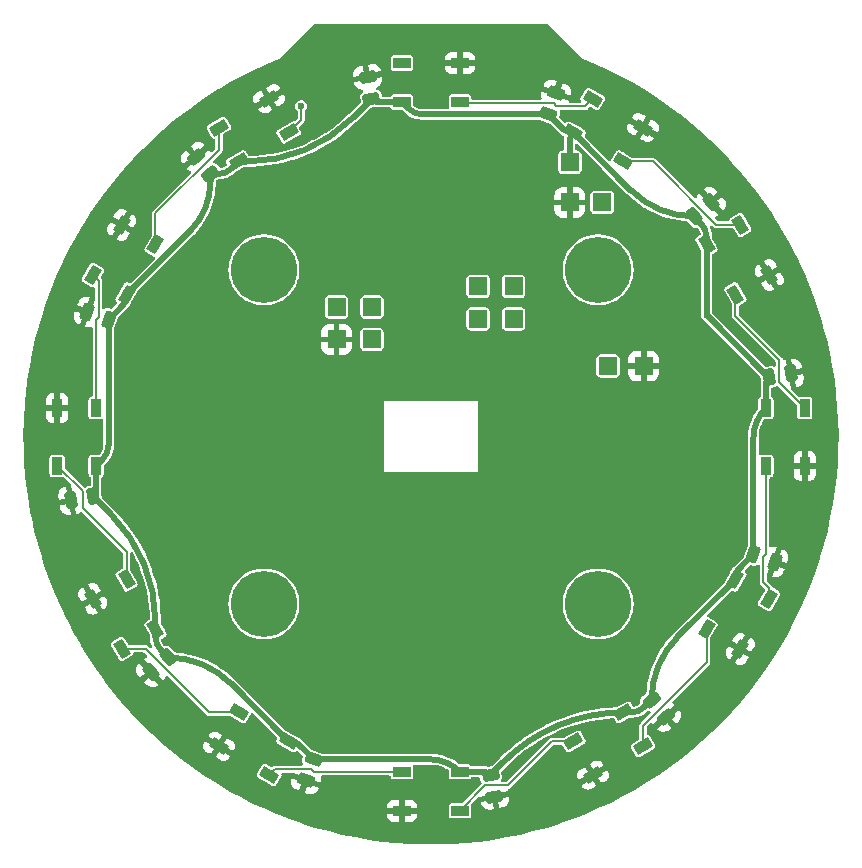
<source format=gbr>
%TF.GenerationSoftware,KiCad,Pcbnew,8.0.7*%
%TF.CreationDate,2024-12-28T18:39:16-05:00*%
%TF.ProjectId,nob,6e6f622e-6b69-4636-9164-5f7063625858,rev?*%
%TF.SameCoordinates,Original*%
%TF.FileFunction,Copper,L2,Bot*%
%TF.FilePolarity,Positive*%
%FSLAX46Y46*%
G04 Gerber Fmt 4.6, Leading zero omitted, Abs format (unit mm)*
G04 Created by KiCad (PCBNEW 8.0.7) date 2024-12-28 18:39:16*
%MOMM*%
%LPD*%
G01*
G04 APERTURE LIST*
G04 Aperture macros list*
%AMRoundRect*
0 Rectangle with rounded corners*
0 $1 Rounding radius*
0 $2 $3 $4 $5 $6 $7 $8 $9 X,Y pos of 4 corners*
0 Add a 4 corners polygon primitive as box body*
4,1,4,$2,$3,$4,$5,$6,$7,$8,$9,$2,$3,0*
0 Add four circle primitives for the rounded corners*
1,1,$1+$1,$2,$3*
1,1,$1+$1,$4,$5*
1,1,$1+$1,$6,$7*
1,1,$1+$1,$8,$9*
0 Add four rect primitives between the rounded corners*
20,1,$1+$1,$2,$3,$4,$5,0*
20,1,$1+$1,$4,$5,$6,$7,0*
20,1,$1+$1,$6,$7,$8,$9,0*
20,1,$1+$1,$8,$9,$2,$3,0*%
G04 Aperture macros list end*
%TA.AperFunction,ComponentPad*%
%ADD10RoundRect,0.250000X0.550000X0.550000X-0.550000X0.550000X-0.550000X-0.550000X0.550000X-0.550000X0*%
%TD*%
%TA.AperFunction,ComponentPad*%
%ADD11RoundRect,0.250000X-0.550000X-0.550000X0.550000X-0.550000X0.550000X0.550000X-0.550000X0.550000X0*%
%TD*%
%TA.AperFunction,ComponentPad*%
%ADD12C,3.600000*%
%TD*%
%TA.AperFunction,ConnectorPad*%
%ADD13C,5.600000*%
%TD*%
%TA.AperFunction,SMDPad,CuDef*%
%ADD14RoundRect,0.250000X0.397383X0.360849X-0.072464X0.531859X-0.397383X-0.360849X0.072464X-0.531859X0*%
%TD*%
%TA.AperFunction,SMDPad,CuDef*%
%ADD15RoundRect,0.250000X0.511196X-0.163719X0.424372X0.328685X-0.511196X0.163719X-0.424372X-0.328685X0*%
%TD*%
%TA.AperFunction,SMDPad,CuDef*%
%ADD16RoundRect,0.250000X0.163719X0.511196X-0.328685X0.424372X-0.163719X-0.511196X0.328685X-0.424372X0*%
%TD*%
%TA.AperFunction,SMDPad,CuDef*%
%ADD17RoundRect,0.090000X0.391577X0.641769X-0.751577X-0.018231X-0.391577X-0.641769X0.751577X0.018231X0*%
%TD*%
%TA.AperFunction,SMDPad,CuDef*%
%ADD18RoundRect,0.090000X-0.360000X0.660000X-0.360000X-0.660000X0.360000X-0.660000X0.360000X0.660000X0*%
%TD*%
%TA.AperFunction,SMDPad,CuDef*%
%ADD19RoundRect,0.090000X0.751577X-0.018231X-0.391577X0.641769X-0.751577X0.018231X0.391577X-0.641769X0*%
%TD*%
%TA.AperFunction,SMDPad,CuDef*%
%ADD20RoundRect,0.090000X-0.660000X-0.360000X0.660000X-0.360000X0.660000X0.360000X-0.660000X0.360000X0*%
%TD*%
%TA.AperFunction,SMDPad,CuDef*%
%ADD21RoundRect,0.090000X0.660000X0.360000X-0.660000X0.360000X-0.660000X-0.360000X0.660000X-0.360000X0*%
%TD*%
%TA.AperFunction,SMDPad,CuDef*%
%ADD22RoundRect,0.250000X-0.163719X-0.511196X0.328685X-0.424372X0.163719X0.511196X-0.328685X0.424372X0*%
%TD*%
%TA.AperFunction,SMDPad,CuDef*%
%ADD23RoundRect,0.250000X-0.113813X0.524568X-0.496835X0.203174X0.113813X-0.524568X0.496835X-0.203174X0*%
%TD*%
%TA.AperFunction,SMDPad,CuDef*%
%ADD24RoundRect,0.090000X-0.641769X0.391577X0.018231X-0.751577X0.641769X-0.391577X-0.018231X0.751577X0*%
%TD*%
%TA.AperFunction,SMDPad,CuDef*%
%ADD25RoundRect,0.250000X0.360849X-0.397383X0.531859X0.072464X-0.360849X0.397383X-0.531859X-0.072464X0*%
%TD*%
%TA.AperFunction,SMDPad,CuDef*%
%ADD26RoundRect,0.090000X0.641769X-0.391577X-0.018231X0.751577X-0.641769X0.391577X0.018231X-0.751577X0*%
%TD*%
%TA.AperFunction,SMDPad,CuDef*%
%ADD27RoundRect,0.090000X0.018231X0.751577X-0.641769X-0.391577X-0.018231X-0.751577X0.641769X0.391577X0*%
%TD*%
%TA.AperFunction,SMDPad,CuDef*%
%ADD28RoundRect,0.090000X-0.751577X0.018231X0.391577X-0.641769X0.751577X-0.018231X-0.391577X0.641769X0*%
%TD*%
%TA.AperFunction,SMDPad,CuDef*%
%ADD29RoundRect,0.250000X0.113813X-0.524568X0.496835X-0.203174X-0.113813X0.524568X-0.496835X0.203174X0*%
%TD*%
%TA.AperFunction,SMDPad,CuDef*%
%ADD30RoundRect,0.090000X0.360000X-0.660000X0.360000X0.660000X-0.360000X0.660000X-0.360000X-0.660000X0*%
%TD*%
%TA.AperFunction,SMDPad,CuDef*%
%ADD31RoundRect,0.250000X-0.360849X0.397383X-0.531859X-0.072464X0.360849X-0.397383X0.531859X0.072464X0*%
%TD*%
%TA.AperFunction,SMDPad,CuDef*%
%ADD32RoundRect,0.250000X0.524568X0.113813X0.203174X0.496835X-0.524568X-0.113813X-0.203174X-0.496835X0*%
%TD*%
%TA.AperFunction,SMDPad,CuDef*%
%ADD33RoundRect,0.250000X-0.511196X0.163719X-0.424372X-0.328685X0.511196X-0.163719X0.424372X0.328685X0*%
%TD*%
%TA.AperFunction,SMDPad,CuDef*%
%ADD34RoundRect,0.090000X-0.018231X-0.751577X0.641769X0.391577X0.018231X0.751577X-0.641769X-0.391577X0*%
%TD*%
%TA.AperFunction,SMDPad,CuDef*%
%ADD35RoundRect,0.250000X-0.524568X-0.113813X-0.203174X-0.496835X0.524568X0.113813X0.203174X0.496835X0*%
%TD*%
%TA.AperFunction,SMDPad,CuDef*%
%ADD36RoundRect,0.090000X-0.391577X-0.641769X0.751577X0.018231X0.391577X0.641769X-0.751577X-0.018231X0*%
%TD*%
%TA.AperFunction,SMDPad,CuDef*%
%ADD37RoundRect,0.250000X-0.397383X-0.360849X0.072464X-0.531859X0.397383X0.360849X-0.072464X0.531859X0*%
%TD*%
%TA.AperFunction,ViaPad*%
%ADD38C,0.600000*%
%TD*%
%TA.AperFunction,Conductor*%
%ADD39C,0.200000*%
%TD*%
%TA.AperFunction,Conductor*%
%ADD40C,0.500000*%
%TD*%
G04 APERTURE END LIST*
D10*
%TO.P,G8,1,Pin_1*%
%TO.N,Net-(G8-Pin_1)*%
X137000000Y-60000000D03*
%TD*%
D11*
%TO.P,G9,1,Pin_1*%
%TO.N,Net-(G9-Pin_1)*%
X137000000Y-57250000D03*
%TD*%
D10*
%TO.P,P0,1,Pin_1*%
%TO.N,LED_G*%
X141750000Y-50150000D03*
%TD*%
D12*
%TO.P,H3,1*%
%TO.N,N/C*%
X115857864Y-55857864D03*
D13*
X115857864Y-55857864D03*
%TD*%
D12*
%TO.P,H2,1*%
%TO.N,N/C*%
X115857864Y-84142136D03*
D13*
X115857864Y-84142136D03*
%TD*%
D11*
%TO.P,G2,1,Pin_1*%
%TO.N,Net-(G2-Pin_1)*%
X122000000Y-59000000D03*
%TD*%
D12*
%TO.P,H1,1*%
%TO.N,N/C*%
X144142136Y-84142136D03*
D13*
X144142136Y-84142136D03*
%TD*%
D11*
%TO.P,G3,1,Pin_1*%
%TO.N,Net-(G3-Pin_1)*%
X125000000Y-61750000D03*
%TD*%
D10*
%TO.P,G7,1,Pin_1*%
%TO.N,Net-(G7-Pin_1)*%
X134000000Y-60000000D03*
%TD*%
D11*
%TO.P,P1.5,1,Pin_1*%
%TO.N,+3.3V*%
X144500000Y-50150000D03*
%TD*%
%TO.P,G10,1,Pin_1*%
%TO.N,Net-(G10-Pin_1)*%
X134000000Y-57250000D03*
%TD*%
%TO.P,P10,1,Pin_1*%
%TO.N,LED_G*%
X122000000Y-61750000D03*
%TD*%
D12*
%TO.P,H4,1*%
%TO.N,N/C*%
X144142136Y-55857864D03*
D13*
X144142136Y-55857864D03*
%TD*%
D11*
%TO.P,G4,1,Pin_1*%
%TO.N,Net-(G4-Pin_1)*%
X125000000Y-59000000D03*
%TD*%
D10*
%TO.P,P1,1,Pin_1*%
%TO.N,LED_P*%
X141750000Y-46750000D03*
%TD*%
D14*
%TO.P,C13,1*%
%TO.N,LED_G*%
X159083487Y-80585523D03*
%TO.P,C13,2*%
%TO.N,LED_P*%
X157298071Y-79935685D03*
%TD*%
D15*
%TO.P,C11,1*%
%TO.N,LED_G*%
X135374411Y-100479800D03*
%TO.P,C11,2*%
%TO.N,LED_P*%
X135044479Y-98608666D03*
%TD*%
D16*
%TO.P,C2,1*%
%TO.N,LED_G*%
X160479800Y-64625589D03*
%TO.P,C2,2*%
%TO.N,LED_P*%
X158608666Y-64955521D03*
%TD*%
D17*
%TO.P,D5,1,VDD*%
%TO.N,LED_P*%
X146296762Y-93326820D03*
%TO.P,D5,2,DOUT*%
%TO.N,Net-(D5-DOUT)*%
X147946762Y-96184704D03*
%TO.P,D5,3,VSS*%
%TO.N,LED_G*%
X143703238Y-98634704D03*
%TO.P,D5,4,DIN*%
%TO.N,Net-(D4-DOUT)*%
X142053238Y-95776820D03*
%TD*%
D18*
%TO.P,D7,1,VDD*%
%TO.N,LED_P*%
X158350000Y-67550000D03*
%TO.P,D7,2,DOUT*%
%TO.N,Net-(D7-DOUT)*%
X161650000Y-67550000D03*
%TO.P,D7,3,VSS*%
%TO.N,LED_G*%
X161650000Y-72450000D03*
%TO.P,D7,4,DIN*%
%TO.N,Net-(D6-DOUT)*%
X158350000Y-72450000D03*
%TD*%
D19*
%TO.P,D3,1,VDD*%
%TO.N,LED_P*%
X117946762Y-95776820D03*
%TO.P,D3,2,DOUT*%
%TO.N,Net-(D3-DOUT)*%
X116296762Y-98634704D03*
%TO.P,D3,3,VSS*%
%TO.N,LED_G*%
X112053238Y-96184704D03*
%TO.P,D3,4,DIN*%
%TO.N,Net-(D2-DOUT)*%
X113703238Y-93326820D03*
%TD*%
D20*
%TO.P,D10,1,VDD*%
%TO.N,LED_P*%
X127550000Y-41650000D03*
%TO.P,D10,2,DOUT*%
%TO.N,unconnected-(D10-DOUT-Pad2)*%
X127550000Y-38350000D03*
%TO.P,D10,3,VSS*%
%TO.N,LED_G*%
X132450000Y-38350000D03*
%TO.P,D10,4,DIN*%
%TO.N,Net-(D10-DIN)*%
X132450000Y-41650000D03*
%TD*%
D21*
%TO.P,D4,1,VDD*%
%TO.N,LED_P*%
X132450000Y-98350000D03*
%TO.P,D4,2,DOUT*%
%TO.N,Net-(D4-DOUT)*%
X132450000Y-101650000D03*
%TO.P,D4,3,VSS*%
%TO.N,LED_G*%
X127550000Y-101650000D03*
%TO.P,D4,4,DIN*%
%TO.N,Net-(D3-DOUT)*%
X127550000Y-98350000D03*
%TD*%
D22*
%TO.P,C8,1*%
%TO.N,LED_G*%
X99520200Y-75374411D03*
%TO.P,C8,2*%
%TO.N,LED_P*%
X101391334Y-75044479D03*
%TD*%
D23*
%TO.P,C3,1*%
%TO.N,LED_G*%
X153709075Y-50105724D03*
%TO.P,C3,2*%
%TO.N,LED_P*%
X152253591Y-51327020D03*
%TD*%
D11*
%TO.P,BAT_P1,1,Pin_1*%
%TO.N,Net-(BAT_P1-Pin_1)*%
X145000000Y-64000000D03*
%TD*%
%TO.P,BAT_N1,1,Pin_1*%
%TO.N,LED_G*%
X148000000Y-64000000D03*
%TD*%
D24*
%TO.P,D8,1,VDD*%
%TO.N,LED_P*%
X153326820Y-53703238D03*
%TO.P,D8,2,DOUT*%
%TO.N,Net-(D8-DOUT)*%
X156184704Y-52053238D03*
%TO.P,D8,3,VSS*%
%TO.N,LED_G*%
X158634704Y-56296762D03*
%TO.P,D8,4,DIN*%
%TO.N,Net-(D7-DOUT)*%
X155776820Y-57946762D03*
%TD*%
D25*
%TO.P,C10,1*%
%TO.N,LED_G*%
X119414477Y-99083487D03*
%TO.P,C10,2*%
%TO.N,LED_P*%
X120064315Y-97298071D03*
%TD*%
D26*
%TO.P,D2,1,VDD*%
%TO.N,LED_P*%
X106673180Y-86296762D03*
%TO.P,D2,2,DOUT*%
%TO.N,Net-(D2-DOUT)*%
X103815296Y-87946762D03*
%TO.P,D2,3,VSS*%
%TO.N,LED_G*%
X101365296Y-83703238D03*
%TO.P,D2,4,DIN*%
%TO.N,Net-(D1-DOUT)*%
X104223180Y-82053238D03*
%TD*%
D27*
%TO.P,D6,1,VDD*%
%TO.N,LED_P*%
X155776820Y-82053238D03*
%TO.P,D6,2,DOUT*%
%TO.N,Net-(D6-DOUT)*%
X158634704Y-83703238D03*
%TO.P,D6,3,VSS*%
%TO.N,LED_G*%
X156184704Y-87946762D03*
%TO.P,D6,4,DIN*%
%TO.N,Net-(D5-DOUT)*%
X153326820Y-86296762D03*
%TD*%
D28*
%TO.P,D9,1,VDD*%
%TO.N,LED_P*%
X142053238Y-44223180D03*
%TO.P,D9,2,DOUT*%
%TO.N,Net-(D10-DIN)*%
X143703238Y-41365296D03*
%TO.P,D9,3,VSS*%
%TO.N,LED_G*%
X147946762Y-43815296D03*
%TO.P,D9,4,DIN*%
%TO.N,Net-(D8-DOUT)*%
X146296762Y-46673180D03*
%TD*%
D29*
%TO.P,C9,1*%
%TO.N,LED_G*%
X106290925Y-89894276D03*
%TO.P,C9,2*%
%TO.N,LED_P*%
X107746409Y-88672980D03*
%TD*%
D30*
%TO.P,D1,1,VDD*%
%TO.N,LED_P*%
X101650000Y-72450000D03*
%TO.P,D1,2,DOUT*%
%TO.N,Net-(D1-DOUT)*%
X98350000Y-72450000D03*
%TO.P,D1,3,VSS*%
%TO.N,LED_G*%
X98350000Y-67550000D03*
%TO.P,D1,4,DIN*%
%TO.N,Net-(D1-DIN)*%
X101650000Y-67550000D03*
%TD*%
D31*
%TO.P,C4,1*%
%TO.N,LED_G*%
X140585523Y-40916513D03*
%TO.P,C4,2*%
%TO.N,LED_P*%
X139935685Y-42701929D03*
%TD*%
D32*
%TO.P,C12,1*%
%TO.N,LED_G*%
X149894276Y-93709075D03*
%TO.P,C12,2*%
%TO.N,LED_P*%
X148672980Y-92253591D03*
%TD*%
D33*
%TO.P,C5,1*%
%TO.N,LED_G*%
X124625589Y-39520200D03*
%TO.P,C5,2*%
%TO.N,LED_P*%
X124955521Y-41391334D03*
%TD*%
D34*
%TO.P,D12,1,VDD*%
%TO.N,LED_P*%
X104223180Y-57946762D03*
%TO.P,D12,2,DOUT*%
%TO.N,Net-(D1-DIN)*%
X101365296Y-56296762D03*
%TO.P,D12,3,VSS*%
%TO.N,LED_G*%
X103815296Y-52053238D03*
%TO.P,D12,4,DIN*%
%TO.N,Net-(D11-DOUT)*%
X106673180Y-53703238D03*
%TD*%
D35*
%TO.P,C6,1*%
%TO.N,LED_G*%
X110105724Y-46290925D03*
%TO.P,C6,2*%
%TO.N,LED_P*%
X111327020Y-47746409D03*
%TD*%
D36*
%TO.P,D11,1,VDD*%
%TO.N,LED_P*%
X113703238Y-46673180D03*
%TO.P,D11,2,DOUT*%
%TO.N,Net-(D11-DOUT)*%
X112053238Y-43815296D03*
%TO.P,D11,3,VSS*%
%TO.N,LED_G*%
X116296762Y-41365296D03*
%TO.P,D11,4,DIN*%
%TO.N,LED*%
X117946762Y-44223180D03*
%TD*%
D37*
%TO.P,C7,1*%
%TO.N,LED_G*%
X100916513Y-59414477D03*
%TO.P,C7,2*%
%TO.N,LED_P*%
X102701929Y-60064315D03*
%TD*%
D38*
%TO.N,LED*%
X119000000Y-42000000D03*
%TO.N,LED_G*%
X135500000Y-39028000D03*
X134500000Y-39028000D03*
%TO.N,LED_P*%
X153326820Y-59673675D03*
%TD*%
D39*
%TO.N,Net-(D1-DOUT)*%
X100500000Y-74600000D02*
X100500000Y-76000000D01*
X98350000Y-72450000D02*
X100500000Y-74600000D01*
X104223180Y-79723180D02*
X104223180Y-82053238D01*
X100500000Y-76000000D02*
X104223180Y-79723180D01*
%TO.N,LED*%
X117946762Y-44223180D02*
X119000000Y-43169942D01*
X119000000Y-43169942D02*
X119000000Y-42000000D01*
%TO.N,Net-(D2-DOUT)*%
X103815296Y-87946762D02*
X105829928Y-87946762D01*
X111209986Y-93326820D02*
X113703238Y-93326820D01*
X105829928Y-87946762D02*
X111209986Y-93326820D01*
%TO.N,Net-(D3-DOUT)*%
X119851163Y-98131449D02*
X120069714Y-98350000D01*
X116800017Y-98131449D02*
X119851163Y-98131449D01*
X120069714Y-98350000D02*
X127550000Y-98350000D01*
X116296762Y-98634704D02*
X116800017Y-98131449D01*
%TO.N,Net-(D4-DOUT)*%
X132450000Y-101650000D02*
X134600000Y-99500000D01*
X140223180Y-95776820D02*
X142053238Y-95776820D01*
X136500000Y-99500000D02*
X140223180Y-95776820D01*
X134600000Y-99500000D02*
X136500000Y-99500000D01*
%TO.N,Net-(D5-DOUT)*%
X147946762Y-94466326D02*
X153326820Y-89086268D01*
X153326820Y-89086268D02*
X153326820Y-86296762D01*
X147946762Y-96184704D02*
X147946762Y-94466326D01*
%TO.N,Net-(D6-DOUT)*%
X158634704Y-82814952D02*
X158131449Y-82311697D01*
X158350000Y-79930286D02*
X158350000Y-72450000D01*
X158131449Y-82311697D02*
X158131449Y-80148837D01*
X158634704Y-83703238D02*
X158634704Y-82814952D01*
X158131449Y-80148837D02*
X158350000Y-79930286D01*
%TO.N,Net-(D7-DOUT)*%
X159487829Y-65387829D02*
X159487829Y-63487829D01*
X155776820Y-59776820D02*
X155776820Y-57946762D01*
X159487829Y-63487829D02*
X155776820Y-59776820D01*
X161650000Y-67550000D02*
X159487829Y-65387829D01*
%TO.N,Net-(D8-DOUT)*%
X148790014Y-46673180D02*
X146296762Y-46673180D01*
X154170072Y-52053238D02*
X148790014Y-46673180D01*
X156184704Y-52053238D02*
X154170072Y-52053238D01*
%TO.N,Net-(D10-DIN)*%
X143703238Y-41365296D02*
X143068534Y-42000000D01*
X132549891Y-41749891D02*
X132450000Y-41650000D01*
X140622480Y-42000000D02*
X140372371Y-41749891D01*
X140372371Y-41749891D02*
X132549891Y-41749891D01*
X143068534Y-42000000D02*
X140622480Y-42000000D01*
%TO.N,Net-(D11-DOUT)*%
X112053238Y-43815296D02*
X112053238Y-45696762D01*
X112053238Y-45696762D02*
X106673180Y-51076820D01*
X106673180Y-51076820D02*
X106673180Y-53703238D01*
%TO.N,Net-(D1-DIN)*%
X101365296Y-56296762D02*
X101868551Y-56800017D01*
X101868551Y-59851163D02*
X101650000Y-60069714D01*
X101868551Y-56800017D02*
X101868551Y-59851163D01*
X101650000Y-60069714D02*
X101650000Y-67550000D01*
D40*
%TO.N,LED_P*%
X113032480Y-90862538D02*
X117735937Y-95565995D01*
X135173812Y-98479333D02*
X136104615Y-97548530D01*
X102701929Y-60064315D02*
X102701929Y-70654244D01*
X118753888Y-95987644D02*
X120064315Y-97298071D01*
X109598127Y-52571814D02*
X104434004Y-57735937D01*
X146296762Y-93326820D02*
X146948256Y-93326820D01*
X146967549Y-49137491D02*
X142204857Y-44374799D01*
X106673180Y-85645267D02*
X106673180Y-86948256D01*
X150862501Y-86967556D02*
X155565995Y-82264062D01*
X155987644Y-81246111D02*
X157298071Y-79935685D01*
X141838816Y-44223180D02*
X141755087Y-44223180D01*
X153326820Y-53051743D02*
X153326820Y-53377490D01*
X158350000Y-67550000D02*
X158350000Y-65397091D01*
X139935685Y-42701929D02*
X141246111Y-44012355D01*
X153326820Y-54354731D02*
X153326820Y-55657720D01*
X141750000Y-44740839D02*
X141750000Y-46500000D01*
X153326820Y-55657720D02*
X153326820Y-59673675D01*
X101650000Y-72450000D02*
X102175964Y-71924035D01*
X153326820Y-54354731D02*
X153326820Y-54028984D01*
X152866143Y-51939572D02*
X152253591Y-51327020D01*
X132450000Y-98350000D02*
X134602908Y-98350000D01*
X148060427Y-92866143D02*
X148672980Y-92253591D01*
X158479333Y-64826188D02*
X153326820Y-59673675D01*
X129910417Y-97298071D02*
X120064315Y-97298071D01*
X113166623Y-47209794D02*
X113090685Y-47285732D01*
X102701929Y-60064315D02*
X104012355Y-58753888D01*
X101650000Y-72450000D02*
X101650000Y-74602908D01*
X157298071Y-79935685D02*
X157298071Y-70089472D01*
X129345755Y-42701929D02*
X139935685Y-42701929D01*
X124826188Y-41520667D02*
X123358738Y-42988117D01*
X127550000Y-41650000D02*
X125397091Y-41650000D01*
X153326820Y-53377490D02*
X153326820Y-54028984D01*
X127550000Y-41650000D02*
X128075964Y-42175964D01*
X102912152Y-76565297D02*
X101520667Y-75173812D01*
X107746409Y-88672980D02*
X107133856Y-88060427D01*
X101650000Y-74602908D02*
G75*
G02*
X101520669Y-74915148I-441600J8D01*
G01*
X104012355Y-58753888D02*
G75*
G03*
X104223194Y-58244913I-508955J508988D01*
G01*
X125397091Y-41650000D02*
G75*
G02*
X125084852Y-41520669I9J441600D01*
G01*
X102175964Y-71924035D02*
G75*
G03*
X102701968Y-70654244I-1269764J1269835D01*
G01*
X155565995Y-82264062D02*
G75*
G03*
X155776804Y-81755087I-508995J508962D01*
G01*
X158479333Y-64826188D02*
G75*
G02*
X158479312Y-65084833I-129333J-129312D01*
G01*
X158350000Y-67550000D02*
G75*
G03*
X157298046Y-70089472I2539300J-2539500D01*
G01*
X134915146Y-98479333D02*
G75*
G03*
X134602908Y-98350003I-312246J-312267D01*
G01*
X141246111Y-44012355D02*
G75*
G03*
X141755087Y-44223195I508989J508955D01*
G01*
X109598127Y-52571814D02*
G75*
G03*
X111327015Y-48397903I-4173927J4173914D01*
G01*
X141901619Y-44374799D02*
G75*
G03*
X141838816Y-44223175I-62819J62799D01*
G01*
X101520667Y-75173812D02*
G75*
G02*
X101520688Y-74915167I129333J129312D01*
G01*
X134915146Y-98479333D02*
G75*
G03*
X135173812Y-98479333I129333J129335D01*
G01*
X111978514Y-47746409D02*
G75*
G03*
X111327009Y-48397903I-14J-651491D01*
G01*
X114462125Y-46673180D02*
G75*
G03*
X123358731Y-42988110I75J12581580D01*
G01*
X104223180Y-58244913D02*
G75*
G02*
X104433994Y-57735927I719820J13D01*
G01*
X150862501Y-86967556D02*
G75*
G03*
X148673007Y-92253591I5285999J-5285944D01*
G01*
X146967549Y-49137491D02*
G75*
G03*
X152253591Y-51326992I5285951J5285991D01*
G01*
X106673180Y-86948256D02*
G75*
G03*
X107133840Y-88060443I1572820J-44D01*
G01*
X114462125Y-46673180D02*
G75*
G03*
X113166610Y-47209781I-25J-1832120D01*
G01*
X132450000Y-98350000D02*
G75*
G03*
X129910417Y-97298063I-2539600J-2539600D01*
G01*
X124826188Y-41520667D02*
G75*
G02*
X125084854Y-41520667I129333J-129331D01*
G01*
X148060427Y-92866143D02*
G75*
G02*
X146948256Y-93326796I-1112127J1112143D01*
G01*
X141838816Y-44223180D02*
G75*
G02*
X142204841Y-44374815I-16J-517620D01*
G01*
X113032480Y-90862538D02*
G75*
G03*
X107746409Y-88672967I-5286080J-5286062D01*
G01*
X146296762Y-93326820D02*
G75*
G03*
X136104611Y-97548526I-62J-14413780D01*
G01*
X129345755Y-42701929D02*
G75*
G02*
X128075992Y-42175936I45J1795729D01*
G01*
X113090685Y-47285732D02*
G75*
G02*
X111978514Y-47746400I-1112185J1112232D01*
G01*
X141901619Y-44374799D02*
G75*
G03*
X141750040Y-44740839I366081J-366001D01*
G01*
X102912152Y-76565297D02*
G75*
G02*
X106673157Y-85645267I-9079952J-9079903D01*
G01*
X158479333Y-65084854D02*
G75*
G03*
X158350003Y-65397091I312267J-312246D01*
G01*
X117735937Y-95565995D02*
G75*
G03*
X118244913Y-95776805I508963J508995D01*
G01*
X118753888Y-95987644D02*
G75*
G03*
X118244913Y-95776805I-508988J-508956D01*
G01*
X155987644Y-81246111D02*
G75*
G03*
X155776804Y-81755087I508956J-508989D01*
G01*
X141901619Y-44374799D02*
G75*
G02*
X142204857Y-44374799I151619J-151618D01*
G01*
X153326820Y-53051743D02*
G75*
G03*
X152866159Y-51939556I-1572820J43D01*
G01*
%TD*%
%TA.AperFunction,Conductor*%
%TO.N,LED_G*%
G36*
X125183846Y-42077119D02*
G01*
X125188196Y-42078533D01*
X125326877Y-42100499D01*
X125330170Y-42100499D01*
X125330186Y-42100500D01*
X125397082Y-42100500D01*
X125456391Y-42100501D01*
X125456395Y-42100500D01*
X126531604Y-42100500D01*
X126598643Y-42120185D01*
X126639681Y-42167545D01*
X126639694Y-42167537D01*
X126639770Y-42167648D01*
X126644398Y-42172989D01*
X126645019Y-42174370D01*
X126646187Y-42177016D01*
X126722984Y-42253813D01*
X126822338Y-42297682D01*
X126846627Y-42300500D01*
X127512034Y-42300499D01*
X127579073Y-42320183D01*
X127599715Y-42336818D01*
X127746919Y-42484022D01*
X127757403Y-42494507D01*
X127757403Y-42494506D01*
X127814963Y-42552072D01*
X127816014Y-42553065D01*
X127846628Y-42583680D01*
X128043873Y-42740987D01*
X128257491Y-42875220D01*
X128484796Y-42984692D01*
X128484802Y-42984694D01*
X128484804Y-42984695D01*
X128722915Y-43068021D01*
X128722928Y-43068025D01*
X128939979Y-43117571D01*
X128968893Y-43124171D01*
X129146641Y-43144203D01*
X129219596Y-43152426D01*
X129219598Y-43152426D01*
X129276443Y-43152426D01*
X129276464Y-43152429D01*
X129345744Y-43152429D01*
X129405053Y-43152430D01*
X129405057Y-43152429D01*
X139114446Y-43152429D01*
X139167550Y-43164376D01*
X139171131Y-43166073D01*
X139198753Y-43179164D01*
X140080212Y-43499988D01*
X140125481Y-43528828D01*
X140975280Y-44378627D01*
X140975419Y-44378749D01*
X140992681Y-44396013D01*
X140992684Y-44396016D01*
X141141706Y-44504293D01*
X141141708Y-44504294D01*
X141141711Y-44504296D01*
X141231794Y-44550199D01*
X141282586Y-44598172D01*
X141299494Y-44660670D01*
X141299500Y-44735245D01*
X141299500Y-45625500D01*
X141279815Y-45692539D01*
X141227011Y-45738294D01*
X141175500Y-45749500D01*
X141145730Y-45749500D01*
X141115300Y-45752353D01*
X141115298Y-45752353D01*
X140987119Y-45797206D01*
X140987117Y-45797207D01*
X140877850Y-45877850D01*
X140797207Y-45987117D01*
X140797206Y-45987119D01*
X140752353Y-46115298D01*
X140752353Y-46115300D01*
X140749500Y-46145730D01*
X140749500Y-47354269D01*
X140752353Y-47384699D01*
X140752353Y-47384701D01*
X140791918Y-47497768D01*
X140797207Y-47512882D01*
X140877850Y-47622150D01*
X140987118Y-47702793D01*
X141029845Y-47717744D01*
X141115299Y-47747646D01*
X141145730Y-47750500D01*
X141145734Y-47750500D01*
X142354270Y-47750500D01*
X142384699Y-47747646D01*
X142384701Y-47747646D01*
X142448790Y-47725219D01*
X142512882Y-47702793D01*
X142622150Y-47622150D01*
X142702793Y-47512882D01*
X142725219Y-47448790D01*
X142747646Y-47384701D01*
X142747646Y-47384699D01*
X142750500Y-47354269D01*
X142750500Y-46145730D01*
X142747646Y-46115300D01*
X142747646Y-46115298D01*
X142702793Y-45987119D01*
X142702792Y-45987117D01*
X142622150Y-45877850D01*
X142512882Y-45797207D01*
X142512880Y-45797206D01*
X142384700Y-45752353D01*
X142354270Y-45749500D01*
X142354266Y-45749500D01*
X142324500Y-45749500D01*
X142257461Y-45729815D01*
X142211706Y-45677011D01*
X142200500Y-45625500D01*
X142200500Y-45306907D01*
X142220185Y-45239868D01*
X142272989Y-45194113D01*
X142342147Y-45184169D01*
X142405703Y-45213194D01*
X142412180Y-45219225D01*
X144518270Y-47325316D01*
X146613316Y-49420362D01*
X146613362Y-49420447D01*
X146648979Y-49456063D01*
X146648979Y-49456064D01*
X146742929Y-49550013D01*
X146832456Y-49639540D01*
X146868008Y-49670718D01*
X147204482Y-49965795D01*
X147222628Y-49981708D01*
X147634318Y-50297605D01*
X147634323Y-50297608D01*
X147634333Y-50297616D01*
X147956460Y-50512852D01*
X148065824Y-50585926D01*
X148138728Y-50628016D01*
X148515247Y-50845396D01*
X148980679Y-51074917D01*
X148980684Y-51074919D01*
X148980690Y-51074922D01*
X148980696Y-51074924D01*
X149460105Y-51273498D01*
X149460106Y-51273498D01*
X149460125Y-51273506D01*
X149951534Y-51440312D01*
X150452800Y-51574621D01*
X150961777Y-51675858D01*
X150961788Y-51675859D01*
X150961801Y-51675862D01*
X151396257Y-51733053D01*
X151476286Y-51743588D01*
X151648211Y-51754854D01*
X151713820Y-51778881D01*
X151735092Y-51798883D01*
X152057176Y-52182727D01*
X152057184Y-52182736D01*
X152078933Y-52204215D01*
X152158337Y-52251387D01*
X152195685Y-52273575D01*
X152327697Y-52305443D01*
X152463237Y-52296983D01*
X152470541Y-52294220D01*
X152540207Y-52288916D01*
X152601683Y-52322119D01*
X152608696Y-52329670D01*
X152655628Y-52384620D01*
X152667064Y-52400362D01*
X152722444Y-52490736D01*
X152748882Y-52533880D01*
X152757716Y-52551218D01*
X152817640Y-52695897D01*
X152823651Y-52714400D01*
X152830363Y-52742358D01*
X152840368Y-52784032D01*
X152836877Y-52853815D01*
X152796212Y-52910632D01*
X152781795Y-52920365D01*
X152502229Y-53081774D01*
X152502227Y-53081776D01*
X152482615Y-53096349D01*
X152482612Y-53096351D01*
X152418504Y-53184019D01*
X152390395Y-53288926D01*
X152390395Y-53288929D01*
X152402079Y-53396901D01*
X152402079Y-53396902D01*
X152402080Y-53396905D01*
X152411784Y-53419349D01*
X152814890Y-54117549D01*
X152859707Y-54195173D01*
X152876320Y-54257173D01*
X152876320Y-59428338D01*
X152865114Y-59479849D01*
X152841655Y-59531216D01*
X152841654Y-59531217D01*
X152821173Y-59673675D01*
X152841654Y-59816131D01*
X152901442Y-59947046D01*
X152901443Y-59947048D01*
X152995692Y-60055818D01*
X152995694Y-60055819D01*
X152995696Y-60055821D01*
X153116761Y-60133625D01*
X153116764Y-60133627D01*
X153116766Y-60133627D01*
X153116767Y-60133628D01*
X153132978Y-60138387D01*
X153185726Y-60169684D01*
X157853828Y-64837787D01*
X157887313Y-64899110D01*
X157888263Y-64903936D01*
X157927065Y-65123994D01*
X157922884Y-65183832D01*
X157921469Y-65188186D01*
X157921466Y-65188201D01*
X157899501Y-65326875D01*
X157899500Y-65326880D01*
X157899500Y-65397082D01*
X157899499Y-65466378D01*
X157899500Y-65466391D01*
X157899500Y-66531603D01*
X157879815Y-66598642D01*
X157832453Y-66639681D01*
X157832462Y-66639694D01*
X157832350Y-66639770D01*
X157827011Y-66644397D01*
X157825591Y-66645036D01*
X157822983Y-66646187D01*
X157746186Y-66722985D01*
X157702318Y-66822335D01*
X157702318Y-66822337D01*
X157699500Y-66846625D01*
X157699500Y-67559380D01*
X157679815Y-67626419D01*
X157677073Y-67630507D01*
X157477364Y-67915701D01*
X157477353Y-67915719D01*
X157300885Y-68221349D01*
X157300874Y-68221370D01*
X157151709Y-68541236D01*
X157030985Y-68872898D01*
X156939634Y-69213798D01*
X156939631Y-69213811D01*
X156878338Y-69561389D01*
X156847572Y-69912995D01*
X156847571Y-70030161D01*
X156847571Y-79114444D01*
X156835625Y-79167547D01*
X156820837Y-79198750D01*
X156500010Y-80080211D01*
X156471169Y-80125481D01*
X155621851Y-80974800D01*
X155621714Y-80974955D01*
X155603988Y-80992680D01*
X155603981Y-80992688D01*
X155495705Y-81141708D01*
X155412071Y-81305838D01*
X155358000Y-81472236D01*
X155347457Y-81495914D01*
X154878084Y-82308893D01*
X154858378Y-82334574D01*
X150579629Y-86613324D01*
X150579545Y-86613369D01*
X150360452Y-86832464D01*
X150018292Y-87222627D01*
X149702389Y-87634325D01*
X149414076Y-88065821D01*
X149414071Y-88065829D01*
X149154602Y-88515251D01*
X148925075Y-88980693D01*
X148726491Y-89460129D01*
X148726491Y-89460131D01*
X148559685Y-89951541D01*
X148425378Y-90452802D01*
X148324137Y-90961803D01*
X148256412Y-91476279D01*
X148245144Y-91648213D01*
X148221117Y-91713821D01*
X148201115Y-91735092D01*
X147817272Y-92057175D01*
X147817263Y-92057184D01*
X147795784Y-92078933D01*
X147726426Y-92195682D01*
X147694557Y-92327699D01*
X147703017Y-92463238D01*
X147703017Y-92463239D01*
X147705781Y-92470548D01*
X147711080Y-92540217D01*
X147677872Y-92601690D01*
X147670328Y-92608695D01*
X147615378Y-92655627D01*
X147599634Y-92667065D01*
X147466120Y-92748880D01*
X147448782Y-92757714D01*
X147304104Y-92817638D01*
X147285600Y-92823650D01*
X147215965Y-92840367D01*
X147146182Y-92836876D01*
X147089365Y-92796211D01*
X147079632Y-92781793D01*
X147027715Y-92691870D01*
X146918232Y-92502240D01*
X146918228Y-92502235D01*
X146918223Y-92502227D01*
X146903650Y-92482615D01*
X146903648Y-92482612D01*
X146815980Y-92418504D01*
X146711073Y-92390395D01*
X146711070Y-92390395D01*
X146603098Y-92402079D01*
X146603095Y-92402079D01*
X146603095Y-92402080D01*
X146580651Y-92411784D01*
X146580649Y-92411784D01*
X145787520Y-92869698D01*
X145731604Y-92886162D01*
X145453851Y-92899805D01*
X145202944Y-92912131D01*
X145202936Y-92912131D01*
X144476683Y-92983659D01*
X144476666Y-92983661D01*
X144476658Y-92983662D01*
X144476645Y-92983664D01*
X143754763Y-93090741D01*
X143754758Y-93090742D01*
X143039016Y-93233109D01*
X143038962Y-93233122D01*
X142331061Y-93410440D01*
X142331055Y-93410441D01*
X142331051Y-93410443D01*
X141632676Y-93622290D01*
X141411871Y-93701295D01*
X140945521Y-93868156D01*
X140271302Y-94147426D01*
X140271291Y-94147430D01*
X140271289Y-94147432D01*
X139680690Y-94426764D01*
X139611535Y-94459472D01*
X138967937Y-94803481D01*
X138967929Y-94803486D01*
X138341968Y-95178671D01*
X138341958Y-95178678D01*
X137735172Y-95584119D01*
X137735163Y-95584125D01*
X137735155Y-95584131D01*
X137516199Y-95746520D01*
X137148969Y-96018876D01*
X137148961Y-96018883D01*
X136584827Y-96481855D01*
X136044091Y-96971950D01*
X136044088Y-96971953D01*
X135828001Y-97188041D01*
X135162212Y-97853828D01*
X135100889Y-97887313D01*
X135096063Y-97888263D01*
X134876004Y-97927065D01*
X134816163Y-97922883D01*
X134811806Y-97921467D01*
X134811800Y-97921466D01*
X134705272Y-97904592D01*
X134673121Y-97899500D01*
X134673120Y-97899500D01*
X134602916Y-97899500D01*
X134543607Y-97899499D01*
X134543606Y-97899499D01*
X134536013Y-97899499D01*
X134535997Y-97899500D01*
X133468396Y-97899500D01*
X133401357Y-97879815D01*
X133360318Y-97832454D01*
X133360306Y-97832463D01*
X133360229Y-97832351D01*
X133355602Y-97827011D01*
X133354962Y-97825587D01*
X133353813Y-97822984D01*
X133277016Y-97746187D01*
X133177663Y-97702318D01*
X133153374Y-97699500D01*
X133153373Y-97699500D01*
X132440624Y-97699500D01*
X132373585Y-97679815D01*
X132369514Y-97677084D01*
X132084254Y-97477342D01*
X131940768Y-97394500D01*
X131778592Y-97300867D01*
X131778576Y-97300859D01*
X131458717Y-97151705D01*
X131458709Y-97151702D01*
X131458707Y-97151701D01*
X131458700Y-97151698D01*
X131127031Y-97030979D01*
X130906733Y-96971950D01*
X130786103Y-96939627D01*
X130786096Y-96939626D01*
X130438510Y-96878335D01*
X130438513Y-96878335D01*
X130086899Y-96847572D01*
X130086896Y-96847571D01*
X129969727Y-96847571D01*
X129969726Y-96847571D01*
X120885554Y-96847571D01*
X120832448Y-96835624D01*
X120828871Y-96833928D01*
X120828869Y-96833927D01*
X120801247Y-96820836D01*
X120801245Y-96820835D01*
X119919787Y-96500010D01*
X119874517Y-96471169D01*
X119082546Y-95679199D01*
X119082544Y-95679196D01*
X119055017Y-95651667D01*
X119055008Y-95651661D01*
X119030502Y-95627155D01*
X119030501Y-95627154D01*
X119025042Y-95621695D01*
X119024892Y-95621563D01*
X119007314Y-95603984D01*
X118858287Y-95495702D01*
X118694155Y-95412068D01*
X118694157Y-95412068D01*
X118527763Y-95358000D01*
X118504084Y-95347457D01*
X117691105Y-94878084D01*
X117665424Y-94858378D01*
X113303488Y-90496442D01*
X113303331Y-90496304D01*
X113167544Y-90360517D01*
X113022157Y-90233016D01*
X112777381Y-90018352D01*
X112365672Y-89702436D01*
X112259515Y-89631504D01*
X112003036Y-89460129D01*
X111934182Y-89414122D01*
X111934177Y-89414119D01*
X111934169Y-89414114D01*
X111484759Y-89154646D01*
X111019338Y-88925125D01*
X110539890Y-88726530D01*
X110539879Y-88726526D01*
X110048482Y-88559718D01*
X110048475Y-88559716D01*
X109547209Y-88425402D01*
X109547199Y-88425400D01*
X109038240Y-88324160D01*
X109038229Y-88324158D01*
X108523714Y-88256420D01*
X108351793Y-88245152D01*
X108286184Y-88221125D01*
X108264914Y-88201124D01*
X107942823Y-87817272D01*
X107942815Y-87817263D01*
X107921066Y-87795784D01*
X107804317Y-87726426D01*
X107804316Y-87726425D01*
X107804315Y-87726425D01*
X107672303Y-87694557D01*
X107672300Y-87694557D01*
X107536762Y-87703017D01*
X107529448Y-87705783D01*
X107459780Y-87711081D01*
X107398306Y-87677872D01*
X107391301Y-87670327D01*
X107344373Y-87615380D01*
X107332940Y-87599644D01*
X107251111Y-87466107D01*
X107242284Y-87448782D01*
X107182358Y-87304099D01*
X107176346Y-87285595D01*
X107169635Y-87257639D01*
X107159630Y-87215962D01*
X107163121Y-87146184D01*
X107203785Y-87089367D01*
X107218194Y-87079639D01*
X107497760Y-86918232D01*
X107517387Y-86903648D01*
X107581496Y-86815979D01*
X107609605Y-86711072D01*
X107597920Y-86603095D01*
X107588216Y-86580651D01*
X107442532Y-86328319D01*
X107140293Y-85804825D01*
X107123680Y-85742825D01*
X107123680Y-85577962D01*
X107123656Y-85577599D01*
X107123658Y-85297219D01*
X107087230Y-84602073D01*
X107038891Y-84142132D01*
X112852279Y-84142132D01*
X112852279Y-84142139D01*
X112872602Y-84491063D01*
X112872603Y-84491074D01*
X112933292Y-84835263D01*
X112933294Y-84835270D01*
X113033538Y-85170108D01*
X113171971Y-85491031D01*
X113171977Y-85491044D01*
X113346734Y-85793733D01*
X113555448Y-86074085D01*
X113555453Y-86074091D01*
X113679327Y-86205389D01*
X113795306Y-86328319D01*
X113971767Y-86476387D01*
X114063050Y-86552983D01*
X114063058Y-86552989D01*
X114355067Y-86745047D01*
X114565433Y-86850697D01*
X114667413Y-86901913D01*
X114995853Y-87021455D01*
X115335950Y-87102059D01*
X115683105Y-87142636D01*
X115683112Y-87142636D01*
X116032616Y-87142636D01*
X116032623Y-87142636D01*
X116379778Y-87102059D01*
X116719875Y-87021455D01*
X117048315Y-86901913D01*
X117360657Y-86745049D01*
X117550220Y-86620371D01*
X117652669Y-86552989D01*
X117652669Y-86552988D01*
X117652675Y-86552985D01*
X117920422Y-86328319D01*
X118160276Y-86074089D01*
X118368994Y-85793732D01*
X118543753Y-85491040D01*
X118682190Y-85170107D01*
X118782433Y-84835272D01*
X118799623Y-84737786D01*
X118843124Y-84491074D01*
X118843123Y-84491074D01*
X118843126Y-84491063D01*
X118863449Y-84142136D01*
X118863449Y-84142132D01*
X141136551Y-84142132D01*
X141136551Y-84142139D01*
X141156874Y-84491063D01*
X141156875Y-84491074D01*
X141217564Y-84835263D01*
X141217566Y-84835270D01*
X141317810Y-85170108D01*
X141456243Y-85491031D01*
X141456249Y-85491044D01*
X141631006Y-85793733D01*
X141839720Y-86074085D01*
X141839725Y-86074091D01*
X141963599Y-86205389D01*
X142079578Y-86328319D01*
X142256039Y-86476387D01*
X142347322Y-86552983D01*
X142347330Y-86552989D01*
X142639339Y-86745047D01*
X142849705Y-86850697D01*
X142951685Y-86901913D01*
X143280125Y-87021455D01*
X143620222Y-87102059D01*
X143967377Y-87142636D01*
X143967384Y-87142636D01*
X144316888Y-87142636D01*
X144316895Y-87142636D01*
X144664050Y-87102059D01*
X145004147Y-87021455D01*
X145332587Y-86901913D01*
X145644929Y-86745049D01*
X145834492Y-86620371D01*
X145936941Y-86552989D01*
X145936941Y-86552988D01*
X145936947Y-86552985D01*
X146204694Y-86328319D01*
X146444548Y-86074089D01*
X146653266Y-85793732D01*
X146828025Y-85491040D01*
X146966462Y-85170107D01*
X147066705Y-84835272D01*
X147083895Y-84737786D01*
X147127396Y-84491074D01*
X147127395Y-84491074D01*
X147127398Y-84491063D01*
X147147721Y-84142136D01*
X147127398Y-83793209D01*
X147112191Y-83706963D01*
X147066707Y-83449008D01*
X147066705Y-83449001D01*
X147066705Y-83449000D01*
X146966462Y-83114165D01*
X146828025Y-82793232D01*
X146656539Y-82496209D01*
X146653265Y-82490538D01*
X146444551Y-82210186D01*
X146444546Y-82210180D01*
X146328569Y-82087253D01*
X146204694Y-81955953D01*
X145982308Y-81769349D01*
X145936949Y-81731288D01*
X145936941Y-81731282D01*
X145644932Y-81539224D01*
X145332594Y-81382362D01*
X145332588Y-81382359D01*
X145004148Y-81262817D01*
X145004145Y-81262816D01*
X144664051Y-81182213D01*
X144620655Y-81177140D01*
X144316895Y-81141636D01*
X143967377Y-81141636D01*
X143663616Y-81177140D01*
X143620221Y-81182213D01*
X143620219Y-81182213D01*
X143280126Y-81262816D01*
X143280123Y-81262817D01*
X142951683Y-81382359D01*
X142951677Y-81382362D01*
X142639339Y-81539224D01*
X142347330Y-81731282D01*
X142347322Y-81731288D01*
X142079578Y-81955953D01*
X142079576Y-81955955D01*
X141839725Y-82210180D01*
X141839720Y-82210186D01*
X141631006Y-82490538D01*
X141456249Y-82793227D01*
X141456243Y-82793240D01*
X141317810Y-83114163D01*
X141217566Y-83449001D01*
X141217564Y-83449008D01*
X141156875Y-83793197D01*
X141156874Y-83793208D01*
X141136551Y-84142132D01*
X118863449Y-84142132D01*
X118843126Y-83793209D01*
X118827919Y-83706963D01*
X118782435Y-83449008D01*
X118782433Y-83449001D01*
X118782433Y-83449000D01*
X118682190Y-83114165D01*
X118543753Y-82793232D01*
X118372267Y-82496209D01*
X118368993Y-82490538D01*
X118160279Y-82210186D01*
X118160274Y-82210180D01*
X118044297Y-82087253D01*
X117920422Y-81955953D01*
X117698036Y-81769349D01*
X117652677Y-81731288D01*
X117652669Y-81731282D01*
X117360660Y-81539224D01*
X117048322Y-81382362D01*
X117048316Y-81382359D01*
X116719876Y-81262817D01*
X116719873Y-81262816D01*
X116379779Y-81182213D01*
X116336383Y-81177140D01*
X116032623Y-81141636D01*
X115683105Y-81141636D01*
X115379344Y-81177140D01*
X115335949Y-81182213D01*
X115335947Y-81182213D01*
X114995854Y-81262816D01*
X114995851Y-81262817D01*
X114667411Y-81382359D01*
X114667405Y-81382362D01*
X114355067Y-81539224D01*
X114063058Y-81731282D01*
X114063050Y-81731288D01*
X113795306Y-81955953D01*
X113795304Y-81955955D01*
X113555453Y-82210180D01*
X113555448Y-82210186D01*
X113346734Y-82490538D01*
X113171977Y-82793227D01*
X113171971Y-82793240D01*
X113033538Y-83114163D01*
X112933294Y-83449001D01*
X112933292Y-83449008D01*
X112872603Y-83793197D01*
X112872602Y-83793208D01*
X112852279Y-84142132D01*
X107038891Y-84142132D01*
X107014471Y-83909785D01*
X106916140Y-83288928D01*
X106905585Y-83222285D01*
X106905577Y-83222237D01*
X106760859Y-82541378D01*
X106760858Y-82541375D01*
X106760856Y-82541365D01*
X106603998Y-81955953D01*
X106580696Y-81868985D01*
X106580692Y-81868972D01*
X106401237Y-81316660D01*
X106365591Y-81206952D01*
X106365589Y-81206948D01*
X106365587Y-81206940D01*
X106135908Y-80608601D01*
X106116133Y-80557085D01*
X105877051Y-80020092D01*
X105833012Y-79921178D01*
X105833000Y-79921152D01*
X105516986Y-79300934D01*
X105168945Y-78698104D01*
X105168944Y-78698102D01*
X105168938Y-78698092D01*
X104789816Y-78114292D01*
X104380661Y-77551134D01*
X104380650Y-77551121D01*
X104380636Y-77551102D01*
X103942611Y-77010183D01*
X103942588Y-77010157D01*
X103476812Y-76492856D01*
X103279711Y-76295754D01*
X103279709Y-76295751D01*
X102146170Y-75162212D01*
X102112685Y-75100889D01*
X102111741Y-75096097D01*
X102072933Y-74876002D01*
X102077122Y-74816144D01*
X102078533Y-74811803D01*
X102100500Y-74673121D01*
X102100500Y-74602916D01*
X102100501Y-74543607D01*
X102100500Y-74543603D01*
X102100500Y-73468396D01*
X102120185Y-73401357D01*
X102167545Y-73360318D01*
X102167537Y-73360306D01*
X102167648Y-73360229D01*
X102172989Y-73355602D01*
X102174370Y-73354980D01*
X102177016Y-73353813D01*
X102253813Y-73277016D01*
X102297682Y-73177662D01*
X102300500Y-73153373D01*
X102300500Y-73000000D01*
X126000000Y-73000000D01*
X134000000Y-73000000D01*
X134000000Y-67000000D01*
X126000000Y-67000000D01*
X126000000Y-73000000D01*
X102300500Y-73000000D01*
X102300499Y-72487964D01*
X102320183Y-72420926D01*
X102336818Y-72400284D01*
X102536454Y-72200649D01*
X102536455Y-72200646D01*
X102542042Y-72195060D01*
X102542422Y-72194627D01*
X102583678Y-72153374D01*
X102583680Y-72153372D01*
X102740987Y-71956126D01*
X102875221Y-71742508D01*
X102984692Y-71515203D01*
X103068025Y-71277071D01*
X103124172Y-71031106D01*
X103152426Y-70780401D01*
X103152426Y-70725388D01*
X103152429Y-70725372D01*
X103152429Y-70650176D01*
X103152430Y-70594946D01*
X103152429Y-70594942D01*
X103152429Y-63395730D01*
X143999500Y-63395730D01*
X143999500Y-64604269D01*
X144002353Y-64634699D01*
X144002353Y-64634701D01*
X144047206Y-64762880D01*
X144047207Y-64762882D01*
X144127850Y-64872150D01*
X144237118Y-64952793D01*
X144279845Y-64967744D01*
X144365299Y-64997646D01*
X144395730Y-65000500D01*
X144395734Y-65000500D01*
X145604270Y-65000500D01*
X145634699Y-64997646D01*
X145634701Y-64997646D01*
X145698790Y-64975219D01*
X145762882Y-64952793D01*
X145872150Y-64872150D01*
X145952793Y-64762882D01*
X145975447Y-64698141D01*
X145997646Y-64634701D01*
X145997646Y-64634699D01*
X146000500Y-64604269D01*
X146000500Y-64599986D01*
X146700001Y-64599986D01*
X146710494Y-64702697D01*
X146765641Y-64869119D01*
X146765643Y-64869124D01*
X146857684Y-65018345D01*
X146981654Y-65142315D01*
X147130875Y-65234356D01*
X147130880Y-65234358D01*
X147297302Y-65289505D01*
X147297309Y-65289506D01*
X147400019Y-65299999D01*
X147749999Y-65299999D01*
X148250000Y-65299999D01*
X148599972Y-65299999D01*
X148599986Y-65299998D01*
X148702697Y-65289505D01*
X148869119Y-65234358D01*
X148869124Y-65234356D01*
X149018345Y-65142315D01*
X149142315Y-65018345D01*
X149234356Y-64869124D01*
X149234358Y-64869119D01*
X149289505Y-64702697D01*
X149289506Y-64702690D01*
X149299999Y-64599986D01*
X149300000Y-64599973D01*
X149300000Y-64250000D01*
X148250000Y-64250000D01*
X148250000Y-65299999D01*
X147749999Y-65299999D01*
X147750000Y-65299998D01*
X147750000Y-64250000D01*
X146700001Y-64250000D01*
X146700001Y-64599986D01*
X146000500Y-64599986D01*
X146000500Y-63960504D01*
X147700000Y-63960504D01*
X147700000Y-64039496D01*
X147720444Y-64115796D01*
X147759940Y-64184205D01*
X147815795Y-64240060D01*
X147884204Y-64279556D01*
X147960504Y-64300000D01*
X148039496Y-64300000D01*
X148115796Y-64279556D01*
X148184205Y-64240060D01*
X148240060Y-64184205D01*
X148279556Y-64115796D01*
X148300000Y-64039496D01*
X148300000Y-63960504D01*
X148279556Y-63884204D01*
X148240060Y-63815795D01*
X148184205Y-63759940D01*
X148166988Y-63750000D01*
X148250000Y-63750000D01*
X149299999Y-63750000D01*
X149299999Y-63400028D01*
X149299998Y-63400013D01*
X149289505Y-63297302D01*
X149234358Y-63130880D01*
X149234356Y-63130875D01*
X149142315Y-62981654D01*
X149018345Y-62857684D01*
X148869124Y-62765643D01*
X148869119Y-62765641D01*
X148702697Y-62710494D01*
X148702690Y-62710493D01*
X148599986Y-62700000D01*
X148250000Y-62700000D01*
X148250000Y-63750000D01*
X148166988Y-63750000D01*
X148115796Y-63720444D01*
X148039496Y-63700000D01*
X147960504Y-63700000D01*
X147884204Y-63720444D01*
X147815795Y-63759940D01*
X147759940Y-63815795D01*
X147720444Y-63884204D01*
X147700000Y-63960504D01*
X146000500Y-63960504D01*
X146000500Y-63400013D01*
X146700000Y-63400013D01*
X146700000Y-63750000D01*
X147750000Y-63750000D01*
X147750000Y-62700000D01*
X147400028Y-62700000D01*
X147400012Y-62700001D01*
X147297302Y-62710494D01*
X147130880Y-62765641D01*
X147130875Y-62765643D01*
X146981654Y-62857684D01*
X146857684Y-62981654D01*
X146765643Y-63130875D01*
X146765641Y-63130880D01*
X146710494Y-63297302D01*
X146710493Y-63297309D01*
X146700000Y-63400013D01*
X146000500Y-63400013D01*
X146000500Y-63395730D01*
X145997646Y-63365300D01*
X145997646Y-63365298D01*
X145952793Y-63237119D01*
X145952792Y-63237117D01*
X145872150Y-63127850D01*
X145762882Y-63047207D01*
X145762880Y-63047206D01*
X145634700Y-63002353D01*
X145604270Y-62999500D01*
X145604266Y-62999500D01*
X144395734Y-62999500D01*
X144395730Y-62999500D01*
X144365300Y-63002353D01*
X144365298Y-63002353D01*
X144237119Y-63047206D01*
X144237117Y-63047207D01*
X144127850Y-63127850D01*
X144047207Y-63237117D01*
X144047206Y-63237119D01*
X144002353Y-63365298D01*
X144002353Y-63365300D01*
X143999500Y-63395730D01*
X103152429Y-63395730D01*
X103152429Y-62349986D01*
X120700001Y-62349986D01*
X120710494Y-62452697D01*
X120765641Y-62619119D01*
X120765643Y-62619124D01*
X120857684Y-62768345D01*
X120981654Y-62892315D01*
X121130875Y-62984356D01*
X121130880Y-62984358D01*
X121297302Y-63039505D01*
X121297309Y-63039506D01*
X121400019Y-63049999D01*
X121749999Y-63049999D01*
X122250000Y-63049999D01*
X122599972Y-63049999D01*
X122599986Y-63049998D01*
X122702697Y-63039505D01*
X122869119Y-62984358D01*
X122869124Y-62984356D01*
X123018345Y-62892315D01*
X123142315Y-62768345D01*
X123234356Y-62619124D01*
X123234358Y-62619119D01*
X123289505Y-62452697D01*
X123289506Y-62452690D01*
X123299999Y-62349986D01*
X123300000Y-62349973D01*
X123300000Y-62000000D01*
X122250000Y-62000000D01*
X122250000Y-63049999D01*
X121749999Y-63049999D01*
X121750000Y-63049998D01*
X121750000Y-62000000D01*
X120700001Y-62000000D01*
X120700001Y-62349986D01*
X103152429Y-62349986D01*
X103152429Y-61710504D01*
X121700000Y-61710504D01*
X121700000Y-61789496D01*
X121720444Y-61865796D01*
X121759940Y-61934205D01*
X121815795Y-61990060D01*
X121884204Y-62029556D01*
X121960504Y-62050000D01*
X122039496Y-62050000D01*
X122115796Y-62029556D01*
X122184205Y-61990060D01*
X122240060Y-61934205D01*
X122279556Y-61865796D01*
X122300000Y-61789496D01*
X122300000Y-61710504D01*
X122279556Y-61634204D01*
X122240060Y-61565795D01*
X122184205Y-61509940D01*
X122166988Y-61500000D01*
X122250000Y-61500000D01*
X123299999Y-61500000D01*
X123299999Y-61150028D01*
X123299998Y-61150013D01*
X123299560Y-61145730D01*
X123999500Y-61145730D01*
X123999500Y-62354269D01*
X124002353Y-62384699D01*
X124002353Y-62384701D01*
X124047206Y-62512880D01*
X124047207Y-62512882D01*
X124127850Y-62622150D01*
X124237118Y-62702793D01*
X124279845Y-62717744D01*
X124365299Y-62747646D01*
X124395730Y-62750500D01*
X124395734Y-62750500D01*
X125604270Y-62750500D01*
X125634699Y-62747646D01*
X125634701Y-62747646D01*
X125698790Y-62725219D01*
X125762882Y-62702793D01*
X125872150Y-62622150D01*
X125952793Y-62512882D01*
X125975219Y-62448790D01*
X125997646Y-62384701D01*
X125997646Y-62384699D01*
X126000500Y-62354269D01*
X126000500Y-61145730D01*
X125997646Y-61115300D01*
X125997646Y-61115298D01*
X125964006Y-61019163D01*
X125952793Y-60987118D01*
X125872150Y-60877850D01*
X125762882Y-60797207D01*
X125762880Y-60797206D01*
X125634700Y-60752353D01*
X125604270Y-60749500D01*
X125604266Y-60749500D01*
X124395734Y-60749500D01*
X124395730Y-60749500D01*
X124365300Y-60752353D01*
X124365298Y-60752353D01*
X124237119Y-60797206D01*
X124237117Y-60797207D01*
X124127850Y-60877850D01*
X124047207Y-60987117D01*
X124047206Y-60987119D01*
X124002353Y-61115298D01*
X124002353Y-61115300D01*
X123999500Y-61145730D01*
X123299560Y-61145730D01*
X123289505Y-61047302D01*
X123234358Y-60880880D01*
X123234356Y-60880875D01*
X123142315Y-60731654D01*
X123018345Y-60607684D01*
X122869124Y-60515643D01*
X122869119Y-60515641D01*
X122702697Y-60460494D01*
X122702690Y-60460493D01*
X122599986Y-60450000D01*
X122250000Y-60450000D01*
X122250000Y-61500000D01*
X122166988Y-61500000D01*
X122115796Y-61470444D01*
X122039496Y-61450000D01*
X121960504Y-61450000D01*
X121884204Y-61470444D01*
X121815795Y-61509940D01*
X121759940Y-61565795D01*
X121720444Y-61634204D01*
X121700000Y-61710504D01*
X103152429Y-61710504D01*
X103152429Y-61150013D01*
X120700000Y-61150013D01*
X120700000Y-61500000D01*
X121750000Y-61500000D01*
X121750000Y-60450000D01*
X121400028Y-60450000D01*
X121400012Y-60450001D01*
X121297302Y-60460494D01*
X121130880Y-60515641D01*
X121130875Y-60515643D01*
X120981654Y-60607684D01*
X120857684Y-60731654D01*
X120765643Y-60880875D01*
X120765641Y-60880880D01*
X120710494Y-61047302D01*
X120710493Y-61047309D01*
X120700000Y-61150013D01*
X103152429Y-61150013D01*
X103152429Y-60885554D01*
X103164376Y-60832450D01*
X103166073Y-60828869D01*
X103179164Y-60801247D01*
X103499989Y-59919784D01*
X103528826Y-59874519D01*
X104372845Y-59030502D01*
X104372846Y-59030499D01*
X104378675Y-59024671D01*
X104378797Y-59024531D01*
X104396016Y-59007314D01*
X104504296Y-58858289D01*
X104587930Y-58694159D01*
X104642003Y-58527751D01*
X104652541Y-58504084D01*
X105121918Y-57691097D01*
X105141618Y-57665424D01*
X106949183Y-55857860D01*
X112852279Y-55857860D01*
X112852279Y-55857867D01*
X112872602Y-56206791D01*
X112872603Y-56206802D01*
X112933292Y-56550991D01*
X112933294Y-56550998D01*
X113033538Y-56885836D01*
X113171971Y-57206759D01*
X113171977Y-57206772D01*
X113346734Y-57509461D01*
X113555448Y-57789813D01*
X113555453Y-57789819D01*
X113679327Y-57921117D01*
X113795306Y-58044047D01*
X113888385Y-58122149D01*
X114063050Y-58268711D01*
X114063058Y-58268717D01*
X114355067Y-58460775D01*
X114355071Y-58460777D01*
X114667413Y-58617641D01*
X114995853Y-58737183D01*
X115335950Y-58817787D01*
X115683105Y-58858364D01*
X115683112Y-58858364D01*
X116032616Y-58858364D01*
X116032623Y-58858364D01*
X116379778Y-58817787D01*
X116719875Y-58737183D01*
X117048315Y-58617641D01*
X117360657Y-58460777D01*
X117459556Y-58395730D01*
X120999500Y-58395730D01*
X120999500Y-59604269D01*
X121002353Y-59634699D01*
X121002353Y-59634701D01*
X121047206Y-59762880D01*
X121047207Y-59762882D01*
X121127850Y-59872150D01*
X121237118Y-59952793D01*
X121279845Y-59967744D01*
X121365299Y-59997646D01*
X121395730Y-60000500D01*
X121395734Y-60000500D01*
X122604270Y-60000500D01*
X122634699Y-59997646D01*
X122634701Y-59997646D01*
X122698790Y-59975219D01*
X122762882Y-59952793D01*
X122872150Y-59872150D01*
X122952793Y-59762882D01*
X122986733Y-59665887D01*
X122997646Y-59634701D01*
X122997646Y-59634699D01*
X123000500Y-59604269D01*
X123000500Y-58395730D01*
X123999500Y-58395730D01*
X123999500Y-59604269D01*
X124002353Y-59634699D01*
X124002353Y-59634701D01*
X124047206Y-59762880D01*
X124047207Y-59762882D01*
X124127850Y-59872150D01*
X124237118Y-59952793D01*
X124279845Y-59967744D01*
X124365299Y-59997646D01*
X124395730Y-60000500D01*
X124395734Y-60000500D01*
X125604270Y-60000500D01*
X125634699Y-59997646D01*
X125634701Y-59997646D01*
X125698790Y-59975219D01*
X125762882Y-59952793D01*
X125872150Y-59872150D01*
X125952793Y-59762882D01*
X125986733Y-59665887D01*
X125997646Y-59634701D01*
X125997646Y-59634699D01*
X126000500Y-59604269D01*
X126000500Y-59395730D01*
X132999500Y-59395730D01*
X132999500Y-60604269D01*
X133002353Y-60634699D01*
X133002353Y-60634701D01*
X133043523Y-60752354D01*
X133047207Y-60762882D01*
X133127850Y-60872150D01*
X133237118Y-60952793D01*
X133264122Y-60962242D01*
X133365299Y-60997646D01*
X133395730Y-61000500D01*
X133395734Y-61000500D01*
X134604270Y-61000500D01*
X134634699Y-60997646D01*
X134634701Y-60997646D01*
X134707797Y-60972068D01*
X134762882Y-60952793D01*
X134872150Y-60872150D01*
X134952793Y-60762882D01*
X134985820Y-60668497D01*
X134997646Y-60634701D01*
X134997646Y-60634699D01*
X135000500Y-60604269D01*
X135000500Y-59395730D01*
X135999500Y-59395730D01*
X135999500Y-60604269D01*
X136002353Y-60634699D01*
X136002353Y-60634701D01*
X136043523Y-60752354D01*
X136047207Y-60762882D01*
X136127850Y-60872150D01*
X136237118Y-60952793D01*
X136264122Y-60962242D01*
X136365299Y-60997646D01*
X136395730Y-61000500D01*
X136395734Y-61000500D01*
X137604270Y-61000500D01*
X137634699Y-60997646D01*
X137634701Y-60997646D01*
X137707797Y-60972068D01*
X137762882Y-60952793D01*
X137872150Y-60872150D01*
X137952793Y-60762882D01*
X137985820Y-60668497D01*
X137997646Y-60634701D01*
X137997646Y-60634699D01*
X138000500Y-60604269D01*
X138000500Y-59395730D01*
X137997646Y-59365300D01*
X137997646Y-59365298D01*
X137952793Y-59237119D01*
X137952792Y-59237117D01*
X137933041Y-59210355D01*
X137872150Y-59127850D01*
X137762882Y-59047207D01*
X137762880Y-59047206D01*
X137634700Y-59002353D01*
X137604270Y-58999500D01*
X137604266Y-58999500D01*
X136395734Y-58999500D01*
X136395730Y-58999500D01*
X136365300Y-59002353D01*
X136365298Y-59002353D01*
X136237119Y-59047206D01*
X136237117Y-59047207D01*
X136127850Y-59127850D01*
X136047207Y-59237117D01*
X136047206Y-59237119D01*
X136002353Y-59365298D01*
X136002353Y-59365300D01*
X135999500Y-59395730D01*
X135000500Y-59395730D01*
X134997646Y-59365300D01*
X134997646Y-59365298D01*
X134952793Y-59237119D01*
X134952792Y-59237117D01*
X134933041Y-59210355D01*
X134872150Y-59127850D01*
X134762882Y-59047207D01*
X134762880Y-59047206D01*
X134634700Y-59002353D01*
X134604270Y-58999500D01*
X134604266Y-58999500D01*
X133395734Y-58999500D01*
X133395730Y-58999500D01*
X133365300Y-59002353D01*
X133365298Y-59002353D01*
X133237119Y-59047206D01*
X133237117Y-59047207D01*
X133127850Y-59127850D01*
X133047207Y-59237117D01*
X133047206Y-59237119D01*
X133002353Y-59365298D01*
X133002353Y-59365300D01*
X132999500Y-59395730D01*
X126000500Y-59395730D01*
X126000500Y-58395730D01*
X125997646Y-58365300D01*
X125997646Y-58365298D01*
X125963848Y-58268711D01*
X125952793Y-58237118D01*
X125872150Y-58127850D01*
X125762882Y-58047207D01*
X125762880Y-58047206D01*
X125634700Y-58002353D01*
X125604270Y-57999500D01*
X125604266Y-57999500D01*
X124395734Y-57999500D01*
X124395730Y-57999500D01*
X124365300Y-58002353D01*
X124365298Y-58002353D01*
X124237119Y-58047206D01*
X124237117Y-58047207D01*
X124127850Y-58127850D01*
X124047207Y-58237117D01*
X124047206Y-58237119D01*
X124002353Y-58365298D01*
X124002353Y-58365300D01*
X123999500Y-58395730D01*
X123000500Y-58395730D01*
X122997646Y-58365300D01*
X122997646Y-58365298D01*
X122963848Y-58268711D01*
X122952793Y-58237118D01*
X122872150Y-58127850D01*
X122762882Y-58047207D01*
X122762880Y-58047206D01*
X122634700Y-58002353D01*
X122604270Y-57999500D01*
X122604266Y-57999500D01*
X121395734Y-57999500D01*
X121395730Y-57999500D01*
X121365300Y-58002353D01*
X121365298Y-58002353D01*
X121237119Y-58047206D01*
X121237117Y-58047207D01*
X121127850Y-58127850D01*
X121047207Y-58237117D01*
X121047206Y-58237119D01*
X121002353Y-58365298D01*
X121002353Y-58365300D01*
X120999500Y-58395730D01*
X117459556Y-58395730D01*
X117652675Y-58268713D01*
X117920422Y-58044047D01*
X118160276Y-57789817D01*
X118368994Y-57509460D01*
X118543753Y-57206768D01*
X118682190Y-56885835D01*
X118754073Y-56645730D01*
X132999500Y-56645730D01*
X132999500Y-57854269D01*
X133002353Y-57884699D01*
X133002353Y-57884701D01*
X133043523Y-58002354D01*
X133047207Y-58012882D01*
X133127850Y-58122150D01*
X133237118Y-58202793D01*
X133279845Y-58217744D01*
X133365299Y-58247646D01*
X133395730Y-58250500D01*
X133395734Y-58250500D01*
X134604270Y-58250500D01*
X134634699Y-58247646D01*
X134634701Y-58247646D01*
X134698790Y-58225219D01*
X134762882Y-58202793D01*
X134872150Y-58122150D01*
X134952793Y-58012882D01*
X134975219Y-57948790D01*
X134997646Y-57884701D01*
X134997646Y-57884699D01*
X135000500Y-57854269D01*
X135000500Y-56645730D01*
X135999500Y-56645730D01*
X135999500Y-57854269D01*
X136002353Y-57884699D01*
X136002353Y-57884701D01*
X136043523Y-58002354D01*
X136047207Y-58012882D01*
X136127850Y-58122150D01*
X136237118Y-58202793D01*
X136279845Y-58217744D01*
X136365299Y-58247646D01*
X136395730Y-58250500D01*
X136395734Y-58250500D01*
X137604270Y-58250500D01*
X137634699Y-58247646D01*
X137634701Y-58247646D01*
X137698790Y-58225219D01*
X137762882Y-58202793D01*
X137872150Y-58122150D01*
X137952793Y-58012882D01*
X137975219Y-57948790D01*
X137997646Y-57884701D01*
X137997646Y-57884699D01*
X138000500Y-57854269D01*
X138000500Y-56645730D01*
X137997646Y-56615300D01*
X137997646Y-56615298D01*
X137952793Y-56487119D01*
X137952792Y-56487117D01*
X137872150Y-56377850D01*
X137762882Y-56297207D01*
X137762880Y-56297206D01*
X137634700Y-56252353D01*
X137604270Y-56249500D01*
X137604266Y-56249500D01*
X136395734Y-56249500D01*
X136395730Y-56249500D01*
X136365300Y-56252353D01*
X136365298Y-56252353D01*
X136237119Y-56297206D01*
X136237117Y-56297207D01*
X136127850Y-56377850D01*
X136047207Y-56487117D01*
X136047206Y-56487119D01*
X136002353Y-56615298D01*
X136002353Y-56615300D01*
X135999500Y-56645730D01*
X135000500Y-56645730D01*
X134997646Y-56615300D01*
X134997646Y-56615298D01*
X134952793Y-56487119D01*
X134952792Y-56487117D01*
X134872150Y-56377850D01*
X134762882Y-56297207D01*
X134762880Y-56297206D01*
X134634700Y-56252353D01*
X134604270Y-56249500D01*
X134604266Y-56249500D01*
X133395734Y-56249500D01*
X133395730Y-56249500D01*
X133365300Y-56252353D01*
X133365298Y-56252353D01*
X133237119Y-56297206D01*
X133237117Y-56297207D01*
X133127850Y-56377850D01*
X133047207Y-56487117D01*
X133047206Y-56487119D01*
X133002353Y-56615298D01*
X133002353Y-56615300D01*
X132999500Y-56645730D01*
X118754073Y-56645730D01*
X118782433Y-56551000D01*
X118785375Y-56534319D01*
X118843124Y-56206802D01*
X118843123Y-56206802D01*
X118843126Y-56206791D01*
X118863449Y-55857864D01*
X118863449Y-55857860D01*
X141136551Y-55857860D01*
X141136551Y-55857867D01*
X141156874Y-56206791D01*
X141156875Y-56206802D01*
X141217564Y-56550991D01*
X141217566Y-56550998D01*
X141317810Y-56885836D01*
X141456243Y-57206759D01*
X141456249Y-57206772D01*
X141631006Y-57509461D01*
X141839720Y-57789813D01*
X141839725Y-57789819D01*
X141963599Y-57921117D01*
X142079578Y-58044047D01*
X142172657Y-58122149D01*
X142347322Y-58268711D01*
X142347330Y-58268717D01*
X142639339Y-58460775D01*
X142639343Y-58460777D01*
X142951685Y-58617641D01*
X143280125Y-58737183D01*
X143620222Y-58817787D01*
X143967377Y-58858364D01*
X143967384Y-58858364D01*
X144316888Y-58858364D01*
X144316895Y-58858364D01*
X144664050Y-58817787D01*
X145004147Y-58737183D01*
X145332587Y-58617641D01*
X145644929Y-58460777D01*
X145936947Y-58268713D01*
X146204694Y-58044047D01*
X146444548Y-57789817D01*
X146653266Y-57509460D01*
X146828025Y-57206768D01*
X146966462Y-56885835D01*
X147066705Y-56551000D01*
X147069647Y-56534319D01*
X147127396Y-56206802D01*
X147127395Y-56206802D01*
X147127398Y-56206791D01*
X147147721Y-55857864D01*
X147127398Y-55508937D01*
X147123070Y-55484393D01*
X147066707Y-55164736D01*
X147066705Y-55164729D01*
X147021846Y-55014889D01*
X146966462Y-54829893D01*
X146828025Y-54508960D01*
X146653266Y-54206268D01*
X146653265Y-54206266D01*
X146444551Y-53925914D01*
X146444546Y-53925908D01*
X146286327Y-53758207D01*
X146204694Y-53671681D01*
X146056624Y-53547436D01*
X145936949Y-53447016D01*
X145936941Y-53447010D01*
X145644932Y-53254952D01*
X145332594Y-53098090D01*
X145332588Y-53098087D01*
X145004148Y-52978545D01*
X145004145Y-52978544D01*
X144664051Y-52897941D01*
X144599268Y-52890369D01*
X144316895Y-52857364D01*
X143967377Y-52857364D01*
X143685004Y-52890369D01*
X143620221Y-52897941D01*
X143620219Y-52897941D01*
X143280126Y-52978544D01*
X143280123Y-52978545D01*
X142951683Y-53098087D01*
X142951677Y-53098090D01*
X142639339Y-53254952D01*
X142347330Y-53447010D01*
X142347322Y-53447016D01*
X142079578Y-53671681D01*
X142079576Y-53671683D01*
X141839725Y-53925908D01*
X141839720Y-53925914D01*
X141631006Y-54206266D01*
X141456249Y-54508955D01*
X141456243Y-54508968D01*
X141317810Y-54829891D01*
X141217566Y-55164729D01*
X141217564Y-55164736D01*
X141156875Y-55508925D01*
X141156874Y-55508936D01*
X141136551Y-55857860D01*
X118863449Y-55857860D01*
X118843126Y-55508937D01*
X118838798Y-55484393D01*
X118782435Y-55164736D01*
X118782433Y-55164729D01*
X118737574Y-55014889D01*
X118682190Y-54829893D01*
X118543753Y-54508960D01*
X118368994Y-54206268D01*
X118368993Y-54206266D01*
X118160279Y-53925914D01*
X118160274Y-53925908D01*
X118002055Y-53758207D01*
X117920422Y-53671681D01*
X117772352Y-53547436D01*
X117652677Y-53447016D01*
X117652669Y-53447010D01*
X117360660Y-53254952D01*
X117048322Y-53098090D01*
X117048316Y-53098087D01*
X116719876Y-52978545D01*
X116719873Y-52978544D01*
X116379779Y-52897941D01*
X116314996Y-52890369D01*
X116032623Y-52857364D01*
X115683105Y-52857364D01*
X115400732Y-52890369D01*
X115335949Y-52897941D01*
X115335947Y-52897941D01*
X114995854Y-52978544D01*
X114995851Y-52978545D01*
X114667411Y-53098087D01*
X114667405Y-53098090D01*
X114355067Y-53254952D01*
X114063058Y-53447010D01*
X114063050Y-53447016D01*
X113795306Y-53671681D01*
X113795304Y-53671683D01*
X113555453Y-53925908D01*
X113555448Y-53925914D01*
X113346734Y-54206266D01*
X113171977Y-54508955D01*
X113171971Y-54508968D01*
X113033538Y-54829891D01*
X112933294Y-55164729D01*
X112933292Y-55164736D01*
X112872603Y-55508925D01*
X112872602Y-55508936D01*
X112852279Y-55857860D01*
X106949183Y-55857860D01*
X109880356Y-52926688D01*
X109880375Y-52926677D01*
X109916683Y-52890369D01*
X110077131Y-52729920D01*
X110374318Y-52386947D01*
X110374317Y-52386947D01*
X110374325Y-52386939D01*
X110646278Y-52023651D01*
X110646277Y-52023651D01*
X110646281Y-52023647D01*
X110891633Y-51641871D01*
X111109124Y-51243565D01*
X111109127Y-51243557D01*
X111109130Y-51243553D01*
X111290819Y-50845706D01*
X111297646Y-50830757D01*
X111327772Y-50749986D01*
X140450001Y-50749986D01*
X140460494Y-50852697D01*
X140515641Y-51019119D01*
X140515643Y-51019124D01*
X140607684Y-51168345D01*
X140731654Y-51292315D01*
X140880875Y-51384356D01*
X140880880Y-51384358D01*
X141047302Y-51439505D01*
X141047309Y-51439506D01*
X141150019Y-51449999D01*
X141499999Y-51449999D01*
X142000000Y-51449999D01*
X142349972Y-51449999D01*
X142349986Y-51449998D01*
X142452697Y-51439505D01*
X142619119Y-51384358D01*
X142619124Y-51384356D01*
X142768345Y-51292315D01*
X142892315Y-51168345D01*
X142984356Y-51019124D01*
X142984358Y-51019119D01*
X143039505Y-50852697D01*
X143039506Y-50852690D01*
X143049999Y-50749986D01*
X143050000Y-50749973D01*
X143050000Y-50400000D01*
X142000000Y-50400000D01*
X142000000Y-51449999D01*
X141499999Y-51449999D01*
X141500000Y-51449998D01*
X141500000Y-50400000D01*
X140450001Y-50400000D01*
X140450001Y-50749986D01*
X111327772Y-50749986D01*
X111456239Y-50405553D01*
X111542873Y-50110504D01*
X141450000Y-50110504D01*
X141450000Y-50189496D01*
X141470444Y-50265796D01*
X141509940Y-50334205D01*
X141565795Y-50390060D01*
X141634204Y-50429556D01*
X141710504Y-50450000D01*
X141789496Y-50450000D01*
X141865796Y-50429556D01*
X141934205Y-50390060D01*
X141990060Y-50334205D01*
X142029556Y-50265796D01*
X142050000Y-50189496D01*
X142050000Y-50110504D01*
X142029556Y-50034204D01*
X141990060Y-49965795D01*
X141934205Y-49909940D01*
X141916988Y-49900000D01*
X142000000Y-49900000D01*
X143049999Y-49900000D01*
X143049999Y-49550028D01*
X143049998Y-49550013D01*
X143049560Y-49545730D01*
X143499500Y-49545730D01*
X143499500Y-50754269D01*
X143502353Y-50784699D01*
X143502353Y-50784701D01*
X143540008Y-50892309D01*
X143547207Y-50912882D01*
X143627850Y-51022150D01*
X143737118Y-51102793D01*
X143779845Y-51117744D01*
X143865299Y-51147646D01*
X143895730Y-51150500D01*
X143895734Y-51150500D01*
X145104270Y-51150500D01*
X145134699Y-51147646D01*
X145134701Y-51147646D01*
X145216976Y-51118856D01*
X145262882Y-51102793D01*
X145372150Y-51022150D01*
X145452793Y-50912882D01*
X145481530Y-50830757D01*
X145497646Y-50784701D01*
X145497646Y-50784699D01*
X145500500Y-50754269D01*
X145500500Y-49545730D01*
X145497646Y-49515300D01*
X145497646Y-49515298D01*
X145452793Y-49387119D01*
X145452792Y-49387117D01*
X145372150Y-49277850D01*
X145262882Y-49197207D01*
X145262880Y-49197206D01*
X145134700Y-49152353D01*
X145104270Y-49149500D01*
X145104266Y-49149500D01*
X143895734Y-49149500D01*
X143895730Y-49149500D01*
X143865300Y-49152353D01*
X143865298Y-49152353D01*
X143737119Y-49197206D01*
X143737117Y-49197207D01*
X143627850Y-49277850D01*
X143547207Y-49387117D01*
X143547206Y-49387119D01*
X143502353Y-49515298D01*
X143502353Y-49515300D01*
X143499500Y-49545730D01*
X143049560Y-49545730D01*
X143039505Y-49447302D01*
X142984358Y-49280880D01*
X142984356Y-49280875D01*
X142892315Y-49131654D01*
X142768345Y-49007684D01*
X142619124Y-48915643D01*
X142619119Y-48915641D01*
X142452697Y-48860494D01*
X142452690Y-48860493D01*
X142349986Y-48850000D01*
X142000000Y-48850000D01*
X142000000Y-49900000D01*
X141916988Y-49900000D01*
X141865796Y-49870444D01*
X141789496Y-49850000D01*
X141710504Y-49850000D01*
X141634204Y-49870444D01*
X141565795Y-49909940D01*
X141509940Y-49965795D01*
X141470444Y-50034204D01*
X141450000Y-50110504D01*
X111542873Y-50110504D01*
X111584094Y-49970118D01*
X111584096Y-49970110D01*
X111675483Y-49550013D01*
X140450000Y-49550013D01*
X140450000Y-49900000D01*
X141500000Y-49900000D01*
X141500000Y-48850000D01*
X141150028Y-48850000D01*
X141150012Y-48850001D01*
X141047302Y-48860494D01*
X140880880Y-48915641D01*
X140880875Y-48915643D01*
X140731654Y-49007684D01*
X140607684Y-49131654D01*
X140515643Y-49280875D01*
X140515641Y-49280880D01*
X140460494Y-49447302D01*
X140460493Y-49447309D01*
X140450000Y-49550013D01*
X111675483Y-49550013D01*
X111680559Y-49526678D01*
X111687940Y-49475341D01*
X111745145Y-49077473D01*
X111777520Y-48624812D01*
X111777520Y-48407658D01*
X111779045Y-48388270D01*
X111784285Y-48355184D01*
X111796272Y-48318296D01*
X111806988Y-48297263D01*
X111829787Y-48265882D01*
X111846485Y-48249185D01*
X111877862Y-48226389D01*
X111898905Y-48215667D01*
X111935789Y-48203684D01*
X111968939Y-48198434D01*
X111988331Y-48196909D01*
X112037814Y-48196910D01*
X112037818Y-48196909D01*
X112046267Y-48196909D01*
X112046428Y-48196899D01*
X112092149Y-48196899D01*
X112092149Y-48196898D01*
X112317971Y-48171454D01*
X112539528Y-48120885D01*
X112754030Y-48045828D01*
X112958780Y-47947227D01*
X113151204Y-47826323D01*
X113328881Y-47684635D01*
X113358390Y-47655125D01*
X113358402Y-47655117D01*
X113367297Y-47646221D01*
X113367299Y-47646221D01*
X113415600Y-47597920D01*
X113421893Y-47591626D01*
X113447573Y-47571919D01*
X114144548Y-47169520D01*
X114182352Y-47155292D01*
X114273823Y-47137099D01*
X114289880Y-47134985D01*
X114458231Y-47123953D01*
X114466332Y-47123689D01*
X114803383Y-47123691D01*
X115484968Y-47087974D01*
X116163750Y-47016635D01*
X116783822Y-46918428D01*
X116837838Y-46909873D01*
X116837843Y-46909872D01*
X116837869Y-46909868D01*
X117359003Y-46799100D01*
X117505466Y-46767969D01*
X117505467Y-46767968D01*
X117505475Y-46767967D01*
X118164740Y-46591320D01*
X118164743Y-46591318D01*
X118164750Y-46591317D01*
X118300353Y-46547257D01*
X118813857Y-46380411D01*
X119451045Y-46135819D01*
X120074559Y-45858214D01*
X120682690Y-45548357D01*
X121273771Y-45207098D01*
X121846181Y-44835371D01*
X122194412Y-44582366D01*
X122398343Y-44434202D01*
X122398345Y-44434200D01*
X122398343Y-44434200D01*
X122398352Y-44434195D01*
X122928770Y-44004671D01*
X123435982Y-43547975D01*
X123625143Y-43358812D01*
X123625150Y-43358807D01*
X123635350Y-43348606D01*
X123635352Y-43348606D01*
X124837789Y-42146168D01*
X124899110Y-42112685D01*
X124903893Y-42111743D01*
X125123996Y-42072933D01*
X125183846Y-42077119D01*
G37*
%TD.AperFunction*%
%TA.AperFunction,Conductor*%
G36*
X139898636Y-35019685D02*
G01*
X139920704Y-35037768D01*
X142618105Y-37825083D01*
X142626442Y-37834630D01*
X142626451Y-37834641D01*
X142647420Y-37861289D01*
X142647424Y-37861292D01*
X142660216Y-37870862D01*
X142675044Y-37883920D01*
X142686162Y-37895409D01*
X142715263Y-37912853D01*
X142725784Y-37919915D01*
X142752940Y-37940231D01*
X142763453Y-37944436D01*
X142767780Y-37946167D01*
X142785483Y-37954943D01*
X142799195Y-37963163D01*
X142827279Y-37971183D01*
X142841225Y-37976081D01*
X143889964Y-38416326D01*
X143893768Y-38418000D01*
X144951735Y-38904903D01*
X144955515Y-38906720D01*
X145165398Y-39012070D01*
X145996425Y-39429200D01*
X146000147Y-39431148D01*
X147022750Y-39988578D01*
X147026403Y-39990651D01*
X148029495Y-40582374D01*
X148033077Y-40584569D01*
X149015622Y-41209974D01*
X149019098Y-41212270D01*
X149979868Y-41870579D01*
X149983229Y-41872965D01*
X150921221Y-42563491D01*
X150924524Y-42566011D01*
X151054135Y-42668374D01*
X151838509Y-43287850D01*
X151841761Y-43290509D01*
X152058324Y-43473789D01*
X152730790Y-44042906D01*
X152733890Y-44045621D01*
X153196155Y-44464525D01*
X153596947Y-44827723D01*
X153600011Y-44830596D01*
X154436036Y-45641437D01*
X154439002Y-45644413D01*
X155247082Y-46483106D01*
X155249945Y-46486180D01*
X155511431Y-46776651D01*
X155989873Y-47308129D01*
X156029157Y-47351767D01*
X156031908Y-47354929D01*
X156781366Y-48246427D01*
X156784014Y-48249688D01*
X157502809Y-49166016D01*
X157505346Y-49169364D01*
X158192740Y-50109578D01*
X158195161Y-50113011D01*
X158850270Y-51075905D01*
X158852574Y-51079417D01*
X159123766Y-51508591D01*
X159449225Y-52023647D01*
X159474727Y-52064004D01*
X159476900Y-52067577D01*
X159663875Y-52386939D01*
X160065330Y-53072644D01*
X160067391Y-53076305D01*
X160389394Y-53671681D01*
X160559998Y-53987124D01*
X160621445Y-54100737D01*
X160623377Y-54104459D01*
X160668537Y-54195173D01*
X161142393Y-55147029D01*
X161144202Y-55150820D01*
X161627643Y-56210451D01*
X161629321Y-56214302D01*
X162076570Y-57289645D01*
X162078117Y-57293551D01*
X162488682Y-58383417D01*
X162490096Y-58387372D01*
X162863508Y-59490517D01*
X162864788Y-59494518D01*
X163005369Y-59961327D01*
X163198992Y-60604269D01*
X163200635Y-60609723D01*
X163201776Y-60613761D01*
X163216258Y-60668497D01*
X163499650Y-61739682D01*
X163500655Y-61743760D01*
X163760217Y-62879105D01*
X163761084Y-62883215D01*
X163869579Y-63444693D01*
X163979668Y-64014422D01*
X163982044Y-64026715D01*
X163982771Y-64030853D01*
X164164873Y-65181191D01*
X164165459Y-65185350D01*
X164308487Y-66341154D01*
X164308933Y-66345332D01*
X164412734Y-67505380D01*
X164413037Y-67509569D01*
X164477486Y-68672433D01*
X164477647Y-68676631D01*
X164502668Y-69841004D01*
X164502687Y-69845204D01*
X164488256Y-71009758D01*
X164488133Y-71013957D01*
X164434264Y-72177353D01*
X164433999Y-72181546D01*
X164340753Y-73342464D01*
X164340346Y-73346645D01*
X164207830Y-74503753D01*
X164207281Y-74507917D01*
X164035655Y-75659826D01*
X164034966Y-75663970D01*
X163824415Y-76809432D01*
X163823586Y-76813550D01*
X163574352Y-77951246D01*
X163573383Y-77955334D01*
X163285768Y-79083891D01*
X163284662Y-79087943D01*
X162958979Y-80206134D01*
X162957736Y-80210147D01*
X162594364Y-81316660D01*
X162592986Y-81320628D01*
X162192346Y-82414199D01*
X162190834Y-82418119D01*
X161753382Y-83497484D01*
X161751739Y-83501349D01*
X161277970Y-84565301D01*
X161276196Y-84569109D01*
X160766681Y-85616361D01*
X160764780Y-85620107D01*
X160220065Y-86649536D01*
X160218038Y-86653215D01*
X159638773Y-87663594D01*
X159636622Y-87667203D01*
X159023457Y-88657394D01*
X159021185Y-88660927D01*
X158374846Y-89629760D01*
X158372456Y-89633214D01*
X157693672Y-90579599D01*
X157691166Y-90582971D01*
X156980720Y-91505815D01*
X156978102Y-91509100D01*
X156236774Y-92407391D01*
X156234045Y-92410585D01*
X155462765Y-93283191D01*
X155459931Y-93286291D01*
X154659481Y-94132331D01*
X154656542Y-94135333D01*
X153827942Y-94953728D01*
X153824904Y-94956629D01*
X152969026Y-95746520D01*
X152965891Y-95749316D01*
X152083772Y-96509742D01*
X152080545Y-96512430D01*
X151173170Y-97242546D01*
X151169853Y-97245124D01*
X150238253Y-97944097D01*
X150234850Y-97946561D01*
X149280134Y-98613560D01*
X149276651Y-98615907D01*
X148299863Y-99250204D01*
X148296301Y-99252432D01*
X147298607Y-99853268D01*
X147294972Y-99855374D01*
X146277482Y-100422080D01*
X146273778Y-100424061D01*
X145237713Y-100955960D01*
X145233944Y-100957815D01*
X144180411Y-101454337D01*
X144176582Y-101456063D01*
X143106878Y-101916597D01*
X143102992Y-101918193D01*
X142018269Y-102342242D01*
X142014331Y-102343705D01*
X140915888Y-102730762D01*
X140911903Y-102732091D01*
X139800970Y-103081722D01*
X139796942Y-103082915D01*
X138674774Y-103394726D01*
X138670709Y-103395781D01*
X137538690Y-103669386D01*
X137534590Y-103670304D01*
X136393905Y-103905419D01*
X136389777Y-103906197D01*
X135241803Y-104102535D01*
X135237651Y-104103173D01*
X134083680Y-104260516D01*
X134079509Y-104261013D01*
X132920854Y-104379181D01*
X132916668Y-104379536D01*
X131754721Y-104458386D01*
X131750526Y-104458600D01*
X130586521Y-104498050D01*
X130582321Y-104498121D01*
X129417679Y-104498121D01*
X129413479Y-104498050D01*
X128249473Y-104458600D01*
X128245278Y-104458386D01*
X127083331Y-104379536D01*
X127079145Y-104379181D01*
X125920490Y-104261013D01*
X125916319Y-104260516D01*
X124762348Y-104103173D01*
X124758196Y-104102535D01*
X123610222Y-103906197D01*
X123606094Y-103905419D01*
X122465409Y-103670304D01*
X122461309Y-103669386D01*
X121329290Y-103395781D01*
X121325225Y-103394726D01*
X120203057Y-103082915D01*
X120199029Y-103081722D01*
X119088096Y-102732091D01*
X119084111Y-102730762D01*
X117985668Y-102343705D01*
X117981730Y-102342242D01*
X117230769Y-102048670D01*
X126300000Y-102048670D01*
X126315185Y-102164019D01*
X126315187Y-102164024D01*
X126374633Y-102307541D01*
X126374633Y-102307542D01*
X126469207Y-102430792D01*
X126592458Y-102525366D01*
X126735975Y-102584812D01*
X126735980Y-102584814D01*
X126851329Y-102600000D01*
X127300000Y-102600000D01*
X127800000Y-102600000D01*
X128248671Y-102600000D01*
X128364019Y-102584814D01*
X128364024Y-102584812D01*
X128507541Y-102525366D01*
X128507542Y-102525366D01*
X128630792Y-102430792D01*
X128725366Y-102307542D01*
X128725366Y-102307541D01*
X128784812Y-102164024D01*
X128784814Y-102164019D01*
X128800000Y-102048670D01*
X128800000Y-101900000D01*
X127800000Y-101900000D01*
X127800000Y-102600000D01*
X127300000Y-102600000D01*
X127300000Y-101900000D01*
X126300000Y-101900000D01*
X126300000Y-102048670D01*
X117230769Y-102048670D01*
X116897007Y-101918193D01*
X116893121Y-101916597D01*
X115823417Y-101456063D01*
X115819588Y-101454337D01*
X115388840Y-101251329D01*
X126300000Y-101251329D01*
X126300000Y-101400000D01*
X127300000Y-101400000D01*
X127800000Y-101400000D01*
X128800000Y-101400000D01*
X128800000Y-101251329D01*
X128784814Y-101135980D01*
X128784812Y-101135975D01*
X128725366Y-100992458D01*
X128725366Y-100992457D01*
X128630792Y-100869207D01*
X128507541Y-100774633D01*
X128364024Y-100715187D01*
X128364019Y-100715185D01*
X128248671Y-100700000D01*
X127800000Y-100700000D01*
X127800000Y-101400000D01*
X127300000Y-101400000D01*
X127300000Y-100700000D01*
X126851329Y-100700000D01*
X126735980Y-100715185D01*
X126735975Y-100715187D01*
X126592458Y-100774633D01*
X126592457Y-100774633D01*
X126469207Y-100869207D01*
X126374633Y-100992457D01*
X126374633Y-100992458D01*
X126315187Y-101135975D01*
X126315185Y-101135980D01*
X126300000Y-101251329D01*
X115388840Y-101251329D01*
X114766055Y-100957815D01*
X114762286Y-100955960D01*
X113726221Y-100424061D01*
X113722517Y-100422080D01*
X113159830Y-100108683D01*
X119307379Y-100108683D01*
X119307379Y-100108684D01*
X119565768Y-100202729D01*
X119665886Y-100228002D01*
X119841140Y-100233102D01*
X120012837Y-100197650D01*
X120171735Y-100123554D01*
X120171745Y-100123548D01*
X120309263Y-100014813D01*
X120418009Y-99877281D01*
X120463002Y-99784349D01*
X120480094Y-99737384D01*
X119563894Y-99403914D01*
X119307379Y-100108683D01*
X113159830Y-100108683D01*
X112705027Y-99855374D01*
X112701392Y-99853268D01*
X111703698Y-99252432D01*
X111700136Y-99250204D01*
X111078246Y-98846367D01*
X110723335Y-98615898D01*
X110719865Y-98613560D01*
X110683340Y-98588042D01*
X109765131Y-97946548D01*
X109761764Y-97944110D01*
X108830145Y-97245123D01*
X108826829Y-97242546D01*
X108717982Y-97154963D01*
X108689973Y-97132426D01*
X111794743Y-97132426D01*
X111794743Y-97132427D01*
X112183296Y-97356759D01*
X112183312Y-97356767D01*
X112290790Y-97401285D01*
X112290795Y-97401287D01*
X112444814Y-97421564D01*
X112444816Y-97421564D01*
X112598834Y-97401287D01*
X112598839Y-97401285D01*
X112742358Y-97341839D01*
X112742360Y-97341837D01*
X112865606Y-97247267D01*
X112936434Y-97154963D01*
X113010768Y-97026209D01*
X112144744Y-96526209D01*
X112144743Y-96526209D01*
X111794743Y-97132426D01*
X108689973Y-97132426D01*
X107919446Y-96512423D01*
X107916227Y-96509742D01*
X107784712Y-96396370D01*
X107518023Y-96166472D01*
X110706570Y-96166472D01*
X110706570Y-96166475D01*
X110726846Y-96320492D01*
X110726847Y-96320494D01*
X110786296Y-96464017D01*
X110880868Y-96587265D01*
X110973167Y-96658089D01*
X111361730Y-96882427D01*
X111361731Y-96882427D01*
X111711731Y-96276210D01*
X111711731Y-96276209D01*
X111394743Y-96093196D01*
X112394743Y-96093196D01*
X112394743Y-96093197D01*
X113260768Y-96593197D01*
X113335102Y-96464450D01*
X113379628Y-96356956D01*
X113379629Y-96356954D01*
X113399906Y-96202935D01*
X113399906Y-96202932D01*
X113379629Y-96048915D01*
X113379628Y-96048913D01*
X113320179Y-95905390D01*
X113225607Y-95782142D01*
X113133312Y-95711321D01*
X113133297Y-95711311D01*
X112744744Y-95486979D01*
X112744743Y-95486979D01*
X112394743Y-96093196D01*
X111394743Y-96093196D01*
X110845706Y-95776209D01*
X110845705Y-95776209D01*
X110771372Y-95904958D01*
X110771365Y-95904973D01*
X110726848Y-96012448D01*
X110726846Y-96012453D01*
X110706570Y-96166472D01*
X107518023Y-96166472D01*
X107034092Y-95749302D01*
X107030989Y-95746534D01*
X106593956Y-95343196D01*
X111095706Y-95343196D01*
X111095706Y-95343197D01*
X111961730Y-95843197D01*
X111961731Y-95843197D01*
X112311731Y-95236980D01*
X112311731Y-95236979D01*
X111923179Y-95012648D01*
X111923163Y-95012640D01*
X111815685Y-94968122D01*
X111815680Y-94968120D01*
X111661662Y-94947844D01*
X111661660Y-94947844D01*
X111507641Y-94968120D01*
X111507636Y-94968122D01*
X111364117Y-95027568D01*
X111364115Y-95027570D01*
X111240869Y-95122140D01*
X111170047Y-95214437D01*
X111170036Y-95214453D01*
X111095706Y-95343196D01*
X106593956Y-95343196D01*
X106415694Y-95178678D01*
X106175095Y-94956629D01*
X106172057Y-94953728D01*
X105343457Y-94135333D01*
X105340518Y-94132331D01*
X104540068Y-93286291D01*
X104537234Y-93283191D01*
X104171755Y-92869698D01*
X103765936Y-92410564D01*
X103763243Y-92407412D01*
X103358457Y-91916921D01*
X103021897Y-91509100D01*
X103019279Y-91505815D01*
X102420924Y-90728573D01*
X105685578Y-90728573D01*
X105862331Y-90939219D01*
X105936393Y-91011158D01*
X105936401Y-91011165D01*
X106085608Y-91103197D01*
X106085619Y-91103202D01*
X106252044Y-91158350D01*
X106426694Y-91173631D01*
X106600176Y-91148219D01*
X106763110Y-91083490D01*
X106763111Y-91083490D01*
X106848538Y-91025505D01*
X106848549Y-91025497D01*
X106886827Y-90993377D01*
X106260109Y-90246484D01*
X105685578Y-90728573D01*
X102420924Y-90728573D01*
X102308833Y-90582971D01*
X102306327Y-90579599D01*
X101684811Y-89713059D01*
X105039302Y-89713059D01*
X105064713Y-89886540D01*
X105129441Y-90049470D01*
X105129443Y-90049474D01*
X105187438Y-90134915D01*
X105187440Y-90134919D01*
X105364184Y-90345552D01*
X105938717Y-89863460D01*
X105311999Y-89116567D01*
X105273713Y-89148694D01*
X105201773Y-89222757D01*
X105109735Y-89371972D01*
X105109730Y-89371983D01*
X105054582Y-89538407D01*
X105039302Y-89713059D01*
X101684811Y-89713059D01*
X101627543Y-89633214D01*
X101625153Y-89629760D01*
X100978814Y-88660927D01*
X100976542Y-88657394D01*
X100387267Y-87705783D01*
X100363374Y-87667198D01*
X100361226Y-87663594D01*
X100353362Y-87649878D01*
X100016248Y-87061868D01*
X99781961Y-86653215D01*
X99779934Y-86649536D01*
X99327092Y-85793733D01*
X99235215Y-85620100D01*
X99233318Y-85616361D01*
X99078056Y-85297238D01*
X98801146Y-84728080D01*
X98723803Y-84569109D01*
X98722029Y-84565301D01*
X98646081Y-84394743D01*
X100667571Y-84394743D01*
X100667571Y-84394744D01*
X100891903Y-84783297D01*
X100891913Y-84783312D01*
X100962734Y-84875607D01*
X101085982Y-84970179D01*
X101229505Y-85029628D01*
X101229507Y-85029629D01*
X101383525Y-85049906D01*
X101383527Y-85049906D01*
X101537546Y-85029629D01*
X101537548Y-85029628D01*
X101645042Y-84985102D01*
X101773789Y-84910768D01*
X101273789Y-84044743D01*
X101273788Y-84044743D01*
X100667571Y-84394743D01*
X98646081Y-84394743D01*
X98248260Y-83501349D01*
X98246617Y-83497484D01*
X98171305Y-83311659D01*
X100128436Y-83311659D01*
X100128436Y-83311662D01*
X100148712Y-83465680D01*
X100148714Y-83465685D01*
X100193232Y-83573163D01*
X100193240Y-83573179D01*
X100417571Y-83961731D01*
X100417572Y-83961731D01*
X100706803Y-83794743D01*
X101706801Y-83794743D01*
X101706801Y-83794744D01*
X102206801Y-84660768D01*
X102335555Y-84586434D01*
X102427859Y-84515606D01*
X102522429Y-84392360D01*
X102522431Y-84392358D01*
X102581877Y-84248839D01*
X102581879Y-84248834D01*
X102602156Y-84094816D01*
X102602156Y-84094813D01*
X102581879Y-83940795D01*
X102581877Y-83940790D01*
X102537359Y-83833312D01*
X102537351Y-83833296D01*
X102313019Y-83444743D01*
X102313018Y-83444743D01*
X101706801Y-83794743D01*
X100706803Y-83794743D01*
X101023789Y-83611731D01*
X101023789Y-83611730D01*
X100523789Y-82745706D01*
X100523788Y-82745706D01*
X100395045Y-82820036D01*
X100395029Y-82820047D01*
X100302732Y-82890869D01*
X100208162Y-83014115D01*
X100208160Y-83014117D01*
X100148714Y-83157636D01*
X100148712Y-83157641D01*
X100128436Y-83311659D01*
X98171305Y-83311659D01*
X97840611Y-82495705D01*
X100956801Y-82495705D01*
X100956801Y-82495706D01*
X101456801Y-83361731D01*
X101456802Y-83361731D01*
X102063019Y-83011731D01*
X102063019Y-83011730D01*
X101838681Y-82623167D01*
X101767857Y-82530868D01*
X101644609Y-82436296D01*
X101501086Y-82376847D01*
X101501084Y-82376846D01*
X101347067Y-82356570D01*
X101347065Y-82356570D01*
X101193045Y-82376846D01*
X101193040Y-82376848D01*
X101085565Y-82421365D01*
X101085550Y-82421372D01*
X100956801Y-82495705D01*
X97840611Y-82495705D01*
X97809147Y-82418072D01*
X97807671Y-82414245D01*
X97407013Y-81320628D01*
X97405635Y-81316660D01*
X97274998Y-80918854D01*
X97042249Y-80210104D01*
X97041033Y-80206178D01*
X96715328Y-79087910D01*
X96714240Y-79083924D01*
X96426616Y-77955334D01*
X96425647Y-77951246D01*
X96294380Y-77352041D01*
X96176406Y-76813518D01*
X96175590Y-76809465D01*
X95988982Y-75794259D01*
X98578804Y-75794259D01*
X98626553Y-76065054D01*
X98626556Y-76065064D01*
X98654724Y-76164395D01*
X98737935Y-76318718D01*
X98854488Y-76449688D01*
X98998108Y-76550252D01*
X99161041Y-76614982D01*
X99334520Y-76640392D01*
X99437482Y-76632892D01*
X99437500Y-76632890D01*
X99486716Y-76624212D01*
X99317409Y-75664023D01*
X98578804Y-75794259D01*
X95988982Y-75794259D01*
X95965026Y-75663928D01*
X95964351Y-75659869D01*
X95855319Y-74928079D01*
X98436728Y-74928079D01*
X98444230Y-75031050D01*
X98491979Y-75301856D01*
X99230586Y-75171621D01*
X99061279Y-74211434D01*
X99012062Y-74220112D01*
X99012048Y-74220115D01*
X98912730Y-74248282D01*
X98912725Y-74248284D01*
X98758404Y-74331493D01*
X98627433Y-74448046D01*
X98526869Y-74591666D01*
X98462139Y-74754599D01*
X98436728Y-74928079D01*
X95855319Y-74928079D01*
X95792712Y-74507876D01*
X95792174Y-74503793D01*
X95659651Y-73346626D01*
X95659246Y-73342464D01*
X95652945Y-73264019D01*
X95565999Y-72181532D01*
X95565735Y-72177353D01*
X95558894Y-72029609D01*
X95545791Y-71746625D01*
X97699500Y-71746625D01*
X97699500Y-73153365D01*
X97699502Y-73153388D01*
X97702317Y-73177659D01*
X97702318Y-73177662D01*
X97746186Y-73277015D01*
X97746187Y-73277016D01*
X97822984Y-73353813D01*
X97922338Y-73397682D01*
X97946627Y-73400500D01*
X98753372Y-73400499D01*
X98770928Y-73398463D01*
X98777654Y-73397683D01*
X98777654Y-73397682D01*
X98777662Y-73397682D01*
X98777668Y-73397678D01*
X98782988Y-73396232D01*
X98852844Y-73397623D01*
X98903229Y-73428200D01*
X99516199Y-74041170D01*
X99549684Y-74102493D01*
X99550634Y-74107319D01*
X99766402Y-75330999D01*
X99979120Y-76537386D01*
X99979120Y-76537387D01*
X100028330Y-76528710D01*
X100028354Y-76528705D01*
X100127669Y-76500539D01*
X100127674Y-76500537D01*
X100281997Y-76417327D01*
X100305910Y-76396047D01*
X100369076Y-76366184D01*
X100438360Y-76375212D01*
X100476026Y-76400997D01*
X103886361Y-79811332D01*
X103919846Y-79872655D01*
X103922680Y-79899013D01*
X103922680Y-81057597D01*
X103902995Y-81124636D01*
X103860680Y-81164984D01*
X103398596Y-81431770D01*
X103398587Y-81431776D01*
X103378975Y-81446349D01*
X103378972Y-81446351D01*
X103314864Y-81534019D01*
X103286755Y-81638926D01*
X103286755Y-81638929D01*
X103298439Y-81746901D01*
X103298439Y-81746902D01*
X103298440Y-81746905D01*
X103304132Y-81760069D01*
X103308144Y-81769348D01*
X103308144Y-81769350D01*
X103899288Y-82793240D01*
X104011517Y-82987626D01*
X104026102Y-83007253D01*
X104026103Y-83007254D01*
X104038120Y-83016041D01*
X104113771Y-83071361D01*
X104218677Y-83099471D01*
X104326655Y-83087786D01*
X104349099Y-83078082D01*
X105047760Y-82674708D01*
X105067387Y-82660124D01*
X105131496Y-82572455D01*
X105159605Y-82467548D01*
X105147920Y-82359571D01*
X105138216Y-82337127D01*
X105121915Y-82308893D01*
X104540293Y-81301494D01*
X104523680Y-81239494D01*
X104523680Y-79866451D01*
X104543365Y-79799412D01*
X104596169Y-79753657D01*
X104665327Y-79743713D01*
X104728883Y-79772738D01*
X104756654Y-79807284D01*
X104870649Y-80017239D01*
X104873596Y-80023023D01*
X105150070Y-80602670D01*
X105152710Y-80608601D01*
X105398456Y-81201890D01*
X105400783Y-81207950D01*
X105563171Y-81666523D01*
X105599582Y-81769348D01*
X105615158Y-81813332D01*
X105617162Y-81819502D01*
X105621505Y-81834161D01*
X105799552Y-82435253D01*
X105801232Y-82441523D01*
X105951147Y-83065971D01*
X105952497Y-83072321D01*
X106069528Y-83703780D01*
X106070543Y-83710192D01*
X106154361Y-84346878D01*
X106155040Y-84353335D01*
X106205423Y-84993553D01*
X106205763Y-85000036D01*
X106215929Y-85388352D01*
X106198005Y-85455883D01*
X106153972Y-85498984D01*
X105848589Y-85675298D01*
X105848587Y-85675300D01*
X105828975Y-85689873D01*
X105828972Y-85689875D01*
X105764864Y-85777543D01*
X105736755Y-85882450D01*
X105736755Y-85882453D01*
X105748439Y-85990425D01*
X105748439Y-85990426D01*
X105748440Y-85990429D01*
X105758144Y-86012873D01*
X106180865Y-86745047D01*
X106206067Y-86788697D01*
X106222680Y-86850697D01*
X106222680Y-87015470D01*
X106222700Y-87015790D01*
X106222700Y-87048505D01*
X106222700Y-87061872D01*
X106236572Y-87185014D01*
X106248139Y-87287704D01*
X106248139Y-87287705D01*
X106298702Y-87509259D01*
X106298704Y-87509264D01*
X106373758Y-87723771D01*
X106373759Y-87723772D01*
X106374659Y-87725641D01*
X106374742Y-87726146D01*
X106375094Y-87726996D01*
X106374895Y-87727078D01*
X106386008Y-87794583D01*
X106358282Y-87858716D01*
X106300284Y-87897679D01*
X106230429Y-87899100D01*
X106175255Y-87867118D01*
X106014438Y-87706301D01*
X106004267Y-87700429D01*
X105994096Y-87694557D01*
X105945919Y-87666742D01*
X105945918Y-87666741D01*
X105920441Y-87659914D01*
X105869490Y-87646262D01*
X105869488Y-87646262D01*
X104464526Y-87646262D01*
X104397487Y-87626577D01*
X104357139Y-87584262D01*
X104327227Y-87532453D01*
X104026959Y-87012374D01*
X104012374Y-86992747D01*
X104012372Y-86992746D01*
X104012372Y-86992745D01*
X103924705Y-86928639D01*
X103819799Y-86900529D01*
X103819798Y-86900529D01*
X103711824Y-86912213D01*
X103711821Y-86912213D01*
X103711821Y-86912214D01*
X103689377Y-86921918D01*
X103689376Y-86921918D01*
X102990712Y-87325294D01*
X102990703Y-87325300D01*
X102971091Y-87339873D01*
X102971088Y-87339875D01*
X102906980Y-87427543D01*
X102878871Y-87532450D01*
X102878871Y-87532453D01*
X102890555Y-87640425D01*
X102890555Y-87640426D01*
X102890556Y-87640429D01*
X102896044Y-87653121D01*
X102900260Y-87662872D01*
X102900260Y-87662874D01*
X103463404Y-88638267D01*
X103603633Y-88881150D01*
X103618218Y-88900777D01*
X103618219Y-88900778D01*
X103651509Y-88925121D01*
X103705887Y-88964885D01*
X103810793Y-88992995D01*
X103918771Y-88981310D01*
X103941215Y-88971606D01*
X104639876Y-88568232D01*
X104659503Y-88553648D01*
X104723612Y-88465979D01*
X104751721Y-88361072D01*
X104754695Y-88349973D01*
X104755997Y-88350321D01*
X104776450Y-88296402D01*
X104832615Y-88254842D01*
X104875303Y-88247262D01*
X105654095Y-88247262D01*
X105721134Y-88266947D01*
X105741776Y-88283581D01*
X105931990Y-88473795D01*
X105965475Y-88535118D01*
X105960491Y-88604810D01*
X105918619Y-88660743D01*
X105890091Y-88676715D01*
X105818737Y-88705062D01*
X105733314Y-88763043D01*
X105733301Y-88763053D01*
X105695021Y-88795173D01*
X106482436Y-89733579D01*
X107269850Y-90671982D01*
X107308129Y-90639863D01*
X107308143Y-90639849D01*
X107380076Y-90565794D01*
X107472114Y-90416579D01*
X107472119Y-90416568D01*
X107509100Y-90304969D01*
X107548873Y-90247524D01*
X107613389Y-90220701D01*
X107682164Y-90233016D01*
X107714487Y-90256292D01*
X110969526Y-93511331D01*
X111025475Y-93567280D01*
X111025477Y-93567281D01*
X111025481Y-93567284D01*
X111093990Y-93606837D01*
X111093997Y-93606841D01*
X111170424Y-93627320D01*
X111249548Y-93627320D01*
X112889494Y-93627320D01*
X112951493Y-93643932D01*
X113987127Y-94241855D01*
X113987134Y-94241858D01*
X113987138Y-94241860D01*
X113997766Y-94246455D01*
X114009571Y-94251560D01*
X114009575Y-94251560D01*
X114009577Y-94251561D01*
X114042959Y-94255173D01*
X114117548Y-94263245D01*
X114222455Y-94235136D01*
X114310124Y-94171027D01*
X114324709Y-94151401D01*
X114728080Y-93452739D01*
X114733372Y-93440499D01*
X114778044Y-93386780D01*
X114844670Y-93365738D01*
X114912095Y-93384057D01*
X114934869Y-93402031D01*
X116950471Y-95417633D01*
X116983956Y-95478956D01*
X116978972Y-95548648D01*
X116970178Y-95567312D01*
X116921922Y-95650895D01*
X116921917Y-95650906D01*
X116912214Y-95673344D01*
X116912212Y-95673350D01*
X116900529Y-95781322D01*
X116900529Y-95781323D01*
X116928639Y-95886230D01*
X116942650Y-95905390D01*
X116992747Y-95973898D01*
X116992750Y-95973900D01*
X116992751Y-95973901D01*
X117012365Y-95988477D01*
X117012374Y-95988484D01*
X117650588Y-96356956D01*
X118230651Y-96691855D01*
X118230658Y-96691858D01*
X118230662Y-96691860D01*
X118241290Y-96696455D01*
X118253095Y-96701560D01*
X118253099Y-96701560D01*
X118253101Y-96701561D01*
X118286483Y-96705173D01*
X118361072Y-96713245D01*
X118465979Y-96685136D01*
X118553648Y-96621027D01*
X118553647Y-96621027D01*
X118560266Y-96614460D01*
X118561793Y-96615999D01*
X118607536Y-96581495D01*
X118677209Y-96576255D01*
X118738655Y-96609515D01*
X119116365Y-96987225D01*
X119149850Y-97048548D01*
X119145206Y-97117316D01*
X119090566Y-97267439D01*
X119090559Y-97267462D01*
X119082838Y-97297021D01*
X119082837Y-97297024D01*
X119081143Y-97432811D01*
X119081145Y-97432822D01*
X119119552Y-97563076D01*
X119169530Y-97638380D01*
X119190201Y-97705122D01*
X119171506Y-97772444D01*
X119119382Y-97818972D01*
X119066214Y-97830949D01*
X116760455Y-97830949D01*
X116722241Y-97841188D01*
X116684026Y-97851428D01*
X116684021Y-97851431D01*
X116615512Y-97890984D01*
X116615508Y-97890987D01*
X116570818Y-97935676D01*
X116509494Y-97969160D01*
X116439802Y-97964174D01*
X116421138Y-97955380D01*
X116012875Y-97719670D01*
X116012861Y-97719663D01*
X115990432Y-97709965D01*
X115990422Y-97709962D01*
X115882453Y-97698279D01*
X115882450Y-97698279D01*
X115777543Y-97726388D01*
X115689876Y-97790495D01*
X115689876Y-97790496D01*
X115675296Y-97810115D01*
X115675289Y-97810124D01*
X115271921Y-98508781D01*
X115271917Y-98508790D01*
X115262214Y-98531228D01*
X115262212Y-98531234D01*
X115250529Y-98639206D01*
X115250529Y-98639207D01*
X115278639Y-98744114D01*
X115324595Y-98806959D01*
X115342747Y-98831782D01*
X115342750Y-98831784D01*
X115342751Y-98831785D01*
X115362365Y-98846361D01*
X115362374Y-98846368D01*
X116061840Y-99250204D01*
X116580651Y-99549739D01*
X116580658Y-99549742D01*
X116580662Y-99549744D01*
X116586703Y-99552356D01*
X116603095Y-99559444D01*
X116603099Y-99559444D01*
X116603101Y-99559445D01*
X116636483Y-99563057D01*
X116711072Y-99571129D01*
X116815979Y-99543020D01*
X116903648Y-99478911D01*
X116918233Y-99459285D01*
X117055365Y-99221765D01*
X118130385Y-99221765D01*
X118165838Y-99393463D01*
X118165838Y-99393464D01*
X118239930Y-99552356D01*
X118239938Y-99552369D01*
X118348675Y-99689889D01*
X118486202Y-99798632D01*
X118579133Y-99843623D01*
X118837532Y-99937673D01*
X119094047Y-99232905D01*
X119094047Y-99232904D01*
X118177848Y-98899435D01*
X118177848Y-98899436D01*
X118160759Y-98946388D01*
X118135485Y-99046512D01*
X118130385Y-99221765D01*
X117055365Y-99221765D01*
X117321604Y-98760623D01*
X117331310Y-98738179D01*
X117332606Y-98726209D01*
X117338668Y-98670185D01*
X117342995Y-98630201D01*
X117338536Y-98613560D01*
X117331699Y-98588042D01*
X117333362Y-98518192D01*
X117372525Y-98460330D01*
X117436753Y-98432826D01*
X117451474Y-98431949D01*
X118333477Y-98431949D01*
X118375887Y-98439427D01*
X119499982Y-98848564D01*
X120651104Y-99267537D01*
X120668194Y-99220584D01*
X120668197Y-99220576D01*
X120693468Y-99120462D01*
X120698568Y-98945207D01*
X120668498Y-98799574D01*
X120674219Y-98729939D01*
X120716680Y-98674452D01*
X120782399Y-98650729D01*
X120789936Y-98650500D01*
X126477120Y-98650500D01*
X126544159Y-98670185D01*
X126589914Y-98722989D01*
X126600294Y-98760215D01*
X126602317Y-98777659D01*
X126602318Y-98777662D01*
X126646186Y-98877015D01*
X126646187Y-98877016D01*
X126722984Y-98953813D01*
X126822338Y-98997682D01*
X126846627Y-99000500D01*
X128253372Y-99000499D01*
X128277662Y-98997682D01*
X128377016Y-98953813D01*
X128453813Y-98877016D01*
X128497682Y-98777662D01*
X128500500Y-98753373D01*
X128500499Y-97946628D01*
X128497682Y-97922338D01*
X128497680Y-97922334D01*
X128495234Y-97913340D01*
X128496555Y-97912980D01*
X128488751Y-97853381D01*
X128518573Y-97790196D01*
X128577822Y-97753164D01*
X128611257Y-97748571D01*
X129907363Y-97748571D01*
X129913447Y-97748719D01*
X130212207Y-97763398D01*
X130224314Y-97764590D01*
X130277254Y-97772444D01*
X130517168Y-97808033D01*
X130529105Y-97810407D01*
X130816312Y-97882349D01*
X130827926Y-97885873D01*
X131106700Y-97985621D01*
X131117928Y-97990272D01*
X131385573Y-98116860D01*
X131396295Y-98122590D01*
X131439250Y-98148336D01*
X131486630Y-98199683D01*
X131499500Y-98254693D01*
X131499500Y-98753365D01*
X131499502Y-98753388D01*
X131502317Y-98777659D01*
X131502318Y-98777662D01*
X131546186Y-98877015D01*
X131546187Y-98877016D01*
X131622984Y-98953813D01*
X131722338Y-98997682D01*
X131746627Y-99000500D01*
X133153372Y-99000499D01*
X133177662Y-98997682D01*
X133277016Y-98953813D01*
X133353813Y-98877016D01*
X133354962Y-98874412D01*
X133358315Y-98870443D01*
X133360306Y-98867537D01*
X133360599Y-98867738D01*
X133400048Y-98821037D01*
X133466834Y-98800510D01*
X133468396Y-98800500D01*
X134034479Y-98800500D01*
X134101518Y-98820185D01*
X134147273Y-98872989D01*
X134156595Y-98902968D01*
X134185872Y-99069008D01*
X134185876Y-99069026D01*
X134193969Y-99098493D01*
X134193971Y-99098498D01*
X134260400Y-99216943D01*
X134269597Y-99225692D01*
X134304602Y-99286161D01*
X134301358Y-99355955D01*
X134271812Y-99403215D01*
X132711846Y-100963181D01*
X132650523Y-100996666D01*
X132624165Y-100999500D01*
X131746634Y-100999500D01*
X131746611Y-100999502D01*
X131722340Y-101002317D01*
X131722337Y-101002318D01*
X131622984Y-101046186D01*
X131546187Y-101122983D01*
X131502318Y-101222335D01*
X131502318Y-101222337D01*
X131499500Y-101246625D01*
X131499500Y-102053365D01*
X131499502Y-102053388D01*
X131502317Y-102077659D01*
X131502318Y-102077662D01*
X131546186Y-102177015D01*
X131546187Y-102177016D01*
X131622984Y-102253813D01*
X131722338Y-102297682D01*
X131746627Y-102300500D01*
X133153372Y-102300499D01*
X133177662Y-102297682D01*
X133277016Y-102253813D01*
X133353813Y-102177016D01*
X133397682Y-102077662D01*
X133400500Y-102053373D01*
X133400499Y-101246628D01*
X133397682Y-101222338D01*
X133397681Y-101222335D01*
X133396231Y-101217006D01*
X133397624Y-101147150D01*
X133428198Y-101096771D01*
X133586250Y-100938719D01*
X134211434Y-100938719D01*
X134220112Y-100987937D01*
X134220116Y-100987955D01*
X134248282Y-101087269D01*
X134248284Y-101087274D01*
X134331493Y-101241595D01*
X134448046Y-101372566D01*
X134591666Y-101473130D01*
X134754599Y-101537860D01*
X134928078Y-101563270D01*
X135031041Y-101555770D01*
X135031062Y-101555767D01*
X135301857Y-101508019D01*
X135171621Y-100769412D01*
X134211434Y-100938719D01*
X133586250Y-100938719D01*
X133842381Y-100682589D01*
X135664023Y-100682589D01*
X135794259Y-101421193D01*
X136065054Y-101373446D01*
X136065064Y-101373443D01*
X136164395Y-101345275D01*
X136318718Y-101262064D01*
X136449688Y-101145511D01*
X136550252Y-101001891D01*
X136614982Y-100838958D01*
X136640393Y-100665478D01*
X136632892Y-100562517D01*
X136632889Y-100562496D01*
X136624212Y-100513282D01*
X135664023Y-100682589D01*
X133842381Y-100682589D01*
X134041173Y-100483797D01*
X134102493Y-100450314D01*
X134107319Y-100449364D01*
X135330999Y-100233598D01*
X136537386Y-100020879D01*
X136537387Y-100020878D01*
X136528710Y-99971670D01*
X136528707Y-99971657D01*
X136518690Y-99936335D01*
X136519336Y-99866468D01*
X136557652Y-99808042D01*
X136605889Y-99782727D01*
X136615989Y-99780021D01*
X136684511Y-99740460D01*
X136740460Y-99684511D01*
X136948762Y-99476209D01*
X142745706Y-99476209D01*
X142745706Y-99476210D01*
X142820040Y-99604961D01*
X142890869Y-99697267D01*
X143014115Y-99791837D01*
X143014117Y-99791839D01*
X143157636Y-99851285D01*
X143157641Y-99851287D01*
X143311660Y-99871564D01*
X143311662Y-99871564D01*
X143465680Y-99851287D01*
X143465685Y-99851285D01*
X143573163Y-99806767D01*
X143573179Y-99806759D01*
X143961731Y-99582427D01*
X143961731Y-99582426D01*
X143611731Y-98976209D01*
X143611730Y-98976209D01*
X142745706Y-99476209D01*
X136948762Y-99476209D01*
X137772039Y-98652932D01*
X142356570Y-98652932D01*
X142356570Y-98652935D01*
X142376846Y-98806954D01*
X142376848Y-98806959D01*
X142421366Y-98914437D01*
X142421374Y-98914453D01*
X142495705Y-99043197D01*
X142495706Y-99043197D01*
X143044745Y-98726209D01*
X144044743Y-98726209D01*
X144044743Y-98726210D01*
X144394743Y-99332427D01*
X144394744Y-99332427D01*
X144783303Y-99108093D01*
X144875607Y-99037265D01*
X144970179Y-98914017D01*
X145029628Y-98770494D01*
X145029629Y-98770492D01*
X145049906Y-98616475D01*
X145049906Y-98616472D01*
X145029629Y-98462453D01*
X145029627Y-98462448D01*
X144985109Y-98354970D01*
X144985101Y-98354954D01*
X144910769Y-98226209D01*
X144910768Y-98226209D01*
X144044743Y-98726209D01*
X143044745Y-98726209D01*
X143361731Y-98543197D01*
X143361731Y-98543196D01*
X143011731Y-97936979D01*
X143011730Y-97936979D01*
X142623179Y-98161310D01*
X142623163Y-98161321D01*
X142530868Y-98232142D01*
X142436296Y-98355390D01*
X142376847Y-98498913D01*
X142376846Y-98498915D01*
X142356570Y-98652932D01*
X137772039Y-98652932D01*
X138737992Y-97686979D01*
X143444743Y-97686979D01*
X143444743Y-97686980D01*
X143794743Y-98293197D01*
X143794744Y-98293197D01*
X144660768Y-97793197D01*
X144660768Y-97793196D01*
X144586435Y-97664446D01*
X144515606Y-97572140D01*
X144392360Y-97477570D01*
X144392358Y-97477568D01*
X144248839Y-97418122D01*
X144248834Y-97418120D01*
X144094816Y-97397844D01*
X144094814Y-97397844D01*
X143940795Y-97418120D01*
X143940790Y-97418122D01*
X143833315Y-97462639D01*
X143833300Y-97462646D01*
X143444743Y-97686979D01*
X138737992Y-97686979D01*
X140311332Y-96113639D01*
X140372655Y-96080154D01*
X140399013Y-96077320D01*
X141057598Y-96077320D01*
X141124637Y-96097005D01*
X141164984Y-96139319D01*
X141417250Y-96576255D01*
X141431770Y-96601403D01*
X141431776Y-96601412D01*
X141446349Y-96621024D01*
X141446351Y-96621027D01*
X141534019Y-96685135D01*
X141534021Y-96685136D01*
X141638928Y-96713245D01*
X141746905Y-96701560D01*
X141769349Y-96691856D01*
X142987626Y-95988483D01*
X143007253Y-95973898D01*
X143071361Y-95886229D01*
X143099471Y-95781323D01*
X143087786Y-95673345D01*
X143078082Y-95650901D01*
X142674708Y-94952240D01*
X142674704Y-94952235D01*
X142674699Y-94952227D01*
X142660126Y-94932615D01*
X142660124Y-94932612D01*
X142572456Y-94868504D01*
X142467549Y-94840395D01*
X142467546Y-94840395D01*
X142359574Y-94852079D01*
X142359571Y-94852079D01*
X142359571Y-94852080D01*
X142337127Y-94861784D01*
X142337126Y-94861784D01*
X141647459Y-95259964D01*
X141359732Y-95426084D01*
X141301495Y-95459707D01*
X141239495Y-95476320D01*
X140262742Y-95476320D01*
X140183618Y-95476320D01*
X140151545Y-95484914D01*
X140134209Y-95489559D01*
X140068593Y-95487996D01*
X140044354Y-95530674D01*
X136411848Y-99163181D01*
X136350525Y-99196666D01*
X136324167Y-99199500D01*
X136046567Y-99199500D01*
X135979528Y-99179815D01*
X135933773Y-99127011D01*
X135923829Y-99057853D01*
X135935524Y-99020312D01*
X135989315Y-98912089D01*
X136011228Y-98778064D01*
X136008754Y-98747598D01*
X135950095Y-98414929D01*
X135957839Y-98345491D01*
X135984527Y-98305719D01*
X136422105Y-97868142D01*
X136424179Y-97866118D01*
X136917350Y-97396578D01*
X136921830Y-97392518D01*
X137436212Y-96948810D01*
X137440852Y-96945001D01*
X137976408Y-96527049D01*
X137981257Y-96523453D01*
X138536664Y-96132292D01*
X138541671Y-96128946D01*
X139115601Y-95765509D01*
X139120790Y-95762399D01*
X139711847Y-95427570D01*
X139717157Y-95424732D01*
X139900923Y-95332232D01*
X139969653Y-95319674D01*
X139988584Y-95327466D01*
X139990580Y-95315602D01*
X140037579Y-95263902D01*
X140046355Y-95259028D01*
X140323970Y-95119289D01*
X140329400Y-95116721D01*
X140950453Y-94841428D01*
X140956025Y-94839120D01*
X141589827Y-94594637D01*
X141595490Y-94592611D01*
X142240557Y-94379511D01*
X142246325Y-94377762D01*
X142901030Y-94196583D01*
X142906876Y-94195119D01*
X143569708Y-94046276D01*
X143575615Y-94045102D01*
X144244917Y-93928969D01*
X144250887Y-93928082D01*
X144925118Y-93844927D01*
X144931135Y-93844334D01*
X145397252Y-93809953D01*
X145465555Y-93824653D01*
X145513758Y-93871617D01*
X145538454Y-93914391D01*
X145675291Y-94151399D01*
X145675294Y-94151403D01*
X145675300Y-94151412D01*
X145689873Y-94171024D01*
X145689875Y-94171027D01*
X145777543Y-94235135D01*
X145777545Y-94235136D01*
X145882452Y-94263245D01*
X145990429Y-94251560D01*
X146012873Y-94241856D01*
X146788697Y-93793932D01*
X146850697Y-93777320D01*
X147015795Y-93777320D01*
X147016124Y-93777297D01*
X147061872Y-93777299D01*
X147287702Y-93751860D01*
X147509263Y-93701295D01*
X147723769Y-93626241D01*
X147928523Y-93527641D01*
X148120949Y-93406735D01*
X148298628Y-93265044D01*
X148324193Y-93239478D01*
X148385514Y-93205994D01*
X148422682Y-93203632D01*
X148430093Y-93204279D01*
X148430099Y-93204281D01*
X148480111Y-93201159D01*
X148548246Y-93216628D01*
X148597202Y-93266479D01*
X148611435Y-93334884D01*
X148586426Y-93400124D01*
X148575517Y-93412599D01*
X147762251Y-94225866D01*
X147706303Y-94281813D01*
X147706297Y-94281821D01*
X147666744Y-94350330D01*
X147666741Y-94350335D01*
X147646262Y-94426765D01*
X147646262Y-95535473D01*
X147626577Y-95602512D01*
X147584262Y-95642860D01*
X147012380Y-95973037D01*
X147012376Y-95973039D01*
X147012374Y-95973041D01*
X147011221Y-95973898D01*
X146992745Y-95987627D01*
X146928639Y-96075294D01*
X146900529Y-96180200D01*
X146900529Y-96180201D01*
X146912213Y-96288175D01*
X146912213Y-96288176D01*
X146912214Y-96288179D01*
X146921918Y-96310623D01*
X147285075Y-96939627D01*
X147325294Y-97009287D01*
X147325300Y-97009296D01*
X147339873Y-97028908D01*
X147339875Y-97028911D01*
X147427543Y-97093019D01*
X147427545Y-97093020D01*
X147532452Y-97121129D01*
X147640429Y-97109444D01*
X147662873Y-97099740D01*
X148881150Y-96396367D01*
X148900777Y-96381782D01*
X148964885Y-96294113D01*
X148992995Y-96189207D01*
X148981310Y-96081229D01*
X148971606Y-96058785D01*
X148568232Y-95360124D01*
X148568228Y-95360119D01*
X148568223Y-95360111D01*
X148553650Y-95340499D01*
X148553648Y-95340496D01*
X148465980Y-95276388D01*
X148349973Y-95245305D01*
X148350321Y-95244003D01*
X148296393Y-95223542D01*
X148254838Y-95167373D01*
X148247262Y-95124696D01*
X148247262Y-94687999D01*
X149116567Y-94687999D01*
X149148688Y-94726279D01*
X149148692Y-94726283D01*
X149222757Y-94798226D01*
X149371972Y-94890264D01*
X149371983Y-94890269D01*
X149538407Y-94945417D01*
X149713059Y-94960697D01*
X149886540Y-94935286D01*
X150049470Y-94870558D01*
X150049474Y-94870556D01*
X150134907Y-94812567D01*
X150134913Y-94812562D01*
X150345552Y-94635814D01*
X149863460Y-94061281D01*
X149116567Y-94687999D01*
X148247262Y-94687999D01*
X148247262Y-94642158D01*
X148266947Y-94575119D01*
X148283576Y-94554482D01*
X148579908Y-94258150D01*
X148641227Y-94224668D01*
X148710918Y-94229652D01*
X148762574Y-94266128D01*
X148795173Y-94304978D01*
X149468623Y-93739888D01*
X150246483Y-93739888D01*
X150728573Y-94314420D01*
X150939211Y-94137674D01*
X150939226Y-94137660D01*
X151011158Y-94063606D01*
X151011165Y-94063598D01*
X151103197Y-93914391D01*
X151103202Y-93914380D01*
X151158350Y-93747955D01*
X151173631Y-93573305D01*
X151148219Y-93399823D01*
X151083491Y-93236892D01*
X151025502Y-93151455D01*
X150993376Y-93113170D01*
X150246483Y-93739888D01*
X149468623Y-93739888D01*
X149733579Y-93517564D01*
X150671983Y-92730148D01*
X150639863Y-92691870D01*
X150639859Y-92691866D01*
X150565797Y-92619925D01*
X150484240Y-92569621D01*
X150437516Y-92517673D01*
X150426293Y-92448710D01*
X150454137Y-92384628D01*
X150461634Y-92376424D01*
X153567280Y-89270779D01*
X153606841Y-89202257D01*
X153619693Y-89154292D01*
X155776209Y-89154292D01*
X155776209Y-89154293D01*
X155904954Y-89228625D01*
X155904970Y-89228633D01*
X156012448Y-89273151D01*
X156012453Y-89273153D01*
X156166473Y-89293430D01*
X156166475Y-89293430D01*
X156320492Y-89273153D01*
X156320494Y-89273152D01*
X156464017Y-89213703D01*
X156587265Y-89119131D01*
X156658093Y-89026827D01*
X156882427Y-88638268D01*
X156882427Y-88638267D01*
X156276210Y-88288267D01*
X156276209Y-88288267D01*
X155776209Y-89154292D01*
X153619693Y-89154292D01*
X153627320Y-89125830D01*
X153627320Y-88338337D01*
X154947844Y-88338337D01*
X154947844Y-88338340D01*
X154968120Y-88492358D01*
X154968122Y-88492363D01*
X155027568Y-88635882D01*
X155027570Y-88635884D01*
X155122140Y-88759130D01*
X155214446Y-88829959D01*
X155343196Y-88904292D01*
X155343197Y-88904292D01*
X155843197Y-88038268D01*
X155843197Y-88038267D01*
X155526210Y-87855254D01*
X156526209Y-87855254D01*
X156526209Y-87855255D01*
X157132426Y-88205255D01*
X157132427Y-88205255D01*
X157356759Y-87816703D01*
X157356767Y-87816687D01*
X157401285Y-87709209D01*
X157401287Y-87709204D01*
X157421564Y-87555186D01*
X157421564Y-87555183D01*
X157401287Y-87401165D01*
X157401285Y-87401160D01*
X157341839Y-87257641D01*
X157341837Y-87257639D01*
X157247267Y-87134393D01*
X157154961Y-87063564D01*
X157026210Y-86989230D01*
X157026209Y-86989230D01*
X156526209Y-87855254D01*
X155526210Y-87855254D01*
X155236980Y-87688267D01*
X155236979Y-87688267D01*
X155012646Y-88076824D01*
X155012639Y-88076839D01*
X154968122Y-88184314D01*
X154968120Y-88184319D01*
X154947844Y-88338337D01*
X153627320Y-88338337D01*
X153627320Y-87255254D01*
X155486979Y-87255254D01*
X155486979Y-87255255D01*
X156093196Y-87605255D01*
X156093197Y-87605255D01*
X156593197Y-86739230D01*
X156593197Y-86739229D01*
X156464453Y-86664898D01*
X156464437Y-86664890D01*
X156356959Y-86620372D01*
X156356954Y-86620370D01*
X156202935Y-86600094D01*
X156202933Y-86600094D01*
X156048915Y-86620370D01*
X156048913Y-86620371D01*
X155905390Y-86679820D01*
X155782142Y-86774392D01*
X155711321Y-86866687D01*
X155711310Y-86866703D01*
X155486979Y-87255254D01*
X153627320Y-87255254D01*
X153627320Y-87110505D01*
X153643933Y-87048505D01*
X154241855Y-86012873D01*
X154251560Y-85990429D01*
X154253194Y-85975335D01*
X154254058Y-85967340D01*
X154263245Y-85882452D01*
X154235136Y-85777545D01*
X154235135Y-85777543D01*
X154171028Y-85689876D01*
X154151408Y-85675296D01*
X154151399Y-85675289D01*
X153452742Y-85271921D01*
X153452733Y-85271917D01*
X153440493Y-85266624D01*
X153386773Y-85221948D01*
X153365735Y-85155321D01*
X153384059Y-85087896D01*
X153402025Y-85065133D01*
X155417634Y-83049524D01*
X155478955Y-83016041D01*
X155548647Y-83021025D01*
X155567300Y-83029813D01*
X155650901Y-83078080D01*
X155673345Y-83087786D01*
X155673347Y-83087786D01*
X155673350Y-83087787D01*
X155710034Y-83091756D01*
X155781323Y-83099471D01*
X155886229Y-83071361D01*
X155973898Y-83007253D01*
X155988483Y-82987627D01*
X156691855Y-81769349D01*
X156701560Y-81746905D01*
X156713245Y-81638928D01*
X156685136Y-81534021D01*
X156685135Y-81534019D01*
X156621028Y-81446352D01*
X156614460Y-81439734D01*
X156615996Y-81438209D01*
X156581487Y-81392443D01*
X156576258Y-81322769D01*
X156609529Y-81261329D01*
X156987226Y-80883631D01*
X157048547Y-80850148D01*
X157117314Y-80854791D01*
X157267448Y-80909436D01*
X157267457Y-80909438D01*
X157267462Y-80909440D01*
X157276826Y-80911886D01*
X157297022Y-80917162D01*
X157342286Y-80917726D01*
X157432811Y-80918856D01*
X157432811Y-80918855D01*
X157432815Y-80918856D01*
X157563075Y-80880448D01*
X157638380Y-80830468D01*
X157705121Y-80809798D01*
X157772443Y-80828492D01*
X157818972Y-80880616D01*
X157830949Y-80933785D01*
X157830949Y-82351259D01*
X157849734Y-82421365D01*
X157851428Y-82427686D01*
X157867146Y-82454910D01*
X157867146Y-82454911D01*
X157890986Y-82496204D01*
X157890990Y-82496209D01*
X158260809Y-82866028D01*
X158294294Y-82927351D01*
X158289310Y-82997043D01*
X158280515Y-83015709D01*
X157719670Y-83987124D01*
X157719663Y-83987138D01*
X157709965Y-84009567D01*
X157709962Y-84009577D01*
X157698279Y-84117546D01*
X157698279Y-84117549D01*
X157726388Y-84222456D01*
X157790495Y-84310123D01*
X157810115Y-84324703D01*
X157810124Y-84324710D01*
X158508781Y-84728078D01*
X158508783Y-84728079D01*
X158508785Y-84728080D01*
X158531229Y-84737786D01*
X158531231Y-84737786D01*
X158531234Y-84737787D01*
X158567918Y-84741756D01*
X158639207Y-84749471D01*
X158744113Y-84721361D01*
X158831782Y-84657253D01*
X158846367Y-84637627D01*
X159549739Y-83419349D01*
X159559444Y-83396905D01*
X159571129Y-83288928D01*
X159543020Y-83184021D01*
X159543019Y-83184019D01*
X159478912Y-83096352D01*
X159459292Y-83081772D01*
X159459283Y-83081765D01*
X159005953Y-82820036D01*
X158980887Y-82805564D01*
X158932672Y-82754998D01*
X158923115Y-82730277D01*
X158914725Y-82698963D01*
X158914721Y-82698956D01*
X158875168Y-82630447D01*
X158875162Y-82630439D01*
X158468268Y-82223545D01*
X158434783Y-82162222D01*
X158431949Y-82135864D01*
X158431949Y-81822149D01*
X158899436Y-81822149D01*
X158946402Y-81839244D01*
X159046511Y-81864514D01*
X159221765Y-81869614D01*
X159393463Y-81834161D01*
X159393464Y-81834161D01*
X159552356Y-81760069D01*
X159552369Y-81760061D01*
X159689889Y-81651324D01*
X159798632Y-81513797D01*
X159843625Y-81420863D01*
X159937674Y-81162466D01*
X159232905Y-80905951D01*
X158899436Y-81822149D01*
X158431949Y-81822149D01*
X158431949Y-81666523D01*
X158439427Y-81624113D01*
X158848564Y-80500018D01*
X158871827Y-80436104D01*
X159403914Y-80436104D01*
X160108683Y-80692619D01*
X160202730Y-80434228D01*
X160228002Y-80334113D01*
X160233102Y-80158859D01*
X160197650Y-79987162D01*
X160123554Y-79828264D01*
X160123548Y-79828254D01*
X160014813Y-79690736D01*
X159877280Y-79581989D01*
X159877278Y-79581988D01*
X159784358Y-79537001D01*
X159784360Y-79537001D01*
X159737384Y-79519904D01*
X159403914Y-80436104D01*
X158871827Y-80436104D01*
X159267537Y-79348895D01*
X159220577Y-79331803D01*
X159120462Y-79306531D01*
X158945207Y-79301431D01*
X158799574Y-79331502D01*
X158729939Y-79325781D01*
X158674452Y-79283320D01*
X158650729Y-79217601D01*
X158650500Y-79210064D01*
X158650500Y-73522879D01*
X158670185Y-73455840D01*
X158722989Y-73410085D01*
X158760215Y-73399705D01*
X158777662Y-73397682D01*
X158877016Y-73353813D01*
X158953813Y-73277016D01*
X158997682Y-73177662D01*
X159000500Y-73153373D01*
X159000500Y-73148670D01*
X160700000Y-73148670D01*
X160715185Y-73264019D01*
X160715187Y-73264024D01*
X160774633Y-73407541D01*
X160774633Y-73407542D01*
X160869207Y-73530792D01*
X160992458Y-73625366D01*
X161135975Y-73684812D01*
X161135980Y-73684814D01*
X161251329Y-73700000D01*
X161400000Y-73700000D01*
X161900000Y-73700000D01*
X162048671Y-73700000D01*
X162164019Y-73684814D01*
X162164024Y-73684812D01*
X162307541Y-73625366D01*
X162307542Y-73625366D01*
X162430792Y-73530792D01*
X162525366Y-73407542D01*
X162525366Y-73407541D01*
X162584812Y-73264024D01*
X162584814Y-73264019D01*
X162600000Y-73148670D01*
X162600000Y-72700000D01*
X161900000Y-72700000D01*
X161900000Y-73700000D01*
X161400000Y-73700000D01*
X161400000Y-72700000D01*
X160700000Y-72700000D01*
X160700000Y-73148670D01*
X159000500Y-73148670D01*
X159000499Y-71751329D01*
X160700000Y-71751329D01*
X160700000Y-72200000D01*
X161400000Y-72200000D01*
X161900000Y-72200000D01*
X162600000Y-72200000D01*
X162600000Y-71751329D01*
X162584814Y-71635980D01*
X162584812Y-71635975D01*
X162525366Y-71492458D01*
X162525366Y-71492457D01*
X162430792Y-71369207D01*
X162307541Y-71274633D01*
X162164024Y-71215187D01*
X162164019Y-71215185D01*
X162048671Y-71200000D01*
X161900000Y-71200000D01*
X161900000Y-72200000D01*
X161400000Y-72200000D01*
X161400000Y-71200000D01*
X161251329Y-71200000D01*
X161135980Y-71215185D01*
X161135975Y-71215187D01*
X160992458Y-71274633D01*
X160992457Y-71274633D01*
X160869207Y-71369207D01*
X160774633Y-71492457D01*
X160774633Y-71492458D01*
X160715187Y-71635975D01*
X160715185Y-71635980D01*
X160700000Y-71751329D01*
X159000499Y-71751329D01*
X159000499Y-71746628D01*
X158997682Y-71722338D01*
X158953813Y-71622984D01*
X158877016Y-71546187D01*
X158877014Y-71546186D01*
X158777663Y-71502318D01*
X158753373Y-71499500D01*
X157946634Y-71499500D01*
X157946611Y-71499502D01*
X157922340Y-71502317D01*
X157913340Y-71504766D01*
X157912980Y-71503445D01*
X157853368Y-71511246D01*
X157790186Y-71481417D01*
X157753160Y-71422165D01*
X157748571Y-71388742D01*
X157748571Y-70092521D01*
X157748720Y-70086435D01*
X157757242Y-69912995D01*
X157763399Y-69787699D01*
X157764592Y-69775591D01*
X157796368Y-69561394D01*
X157808038Y-69482727D01*
X157810406Y-69470829D01*
X157882347Y-69183645D01*
X157885878Y-69172005D01*
X157985629Y-68893238D01*
X157990272Y-68882031D01*
X158116869Y-68614381D01*
X158122583Y-68603691D01*
X158148325Y-68560745D01*
X158199677Y-68513366D01*
X158254681Y-68500499D01*
X158753366Y-68500499D01*
X158753372Y-68500499D01*
X158777662Y-68497682D01*
X158877016Y-68453813D01*
X158953813Y-68377016D01*
X158997682Y-68277662D01*
X159000500Y-68253373D01*
X159000499Y-66846628D01*
X158997682Y-66822338D01*
X158953813Y-66722984D01*
X158877016Y-66646187D01*
X158874408Y-66645035D01*
X158870432Y-66641676D01*
X158867538Y-66639694D01*
X158867738Y-66639401D01*
X158821035Y-66599947D01*
X158800510Y-66533161D01*
X158800500Y-66531603D01*
X158800500Y-65965520D01*
X158820185Y-65898481D01*
X158872989Y-65852726D01*
X158902965Y-65843404D01*
X159069021Y-65814125D01*
X159098496Y-65806030D01*
X159216943Y-65739600D01*
X159225693Y-65730401D01*
X159286162Y-65695397D01*
X159355956Y-65698641D01*
X159403216Y-65728187D01*
X160963181Y-67288152D01*
X160996666Y-67349475D01*
X160999500Y-67375833D01*
X160999500Y-68253365D01*
X160999502Y-68253388D01*
X161002317Y-68277659D01*
X161002318Y-68277662D01*
X161046186Y-68377015D01*
X161046187Y-68377016D01*
X161122984Y-68453813D01*
X161222338Y-68497682D01*
X161246627Y-68500500D01*
X162053372Y-68500499D01*
X162077662Y-68497682D01*
X162177016Y-68453813D01*
X162253813Y-68377016D01*
X162297682Y-68277662D01*
X162300500Y-68253373D01*
X162300499Y-66846628D01*
X162297682Y-66822338D01*
X162253813Y-66722984D01*
X162177016Y-66646187D01*
X162143597Y-66631431D01*
X162077663Y-66602318D01*
X162053373Y-66599500D01*
X161246634Y-66599500D01*
X161246611Y-66599502D01*
X161222336Y-66602317D01*
X161217001Y-66603769D01*
X161147146Y-66602373D01*
X161096770Y-66571799D01*
X160483799Y-65958828D01*
X160450314Y-65897505D01*
X160449364Y-65892679D01*
X160261700Y-64828377D01*
X160769412Y-64828377D01*
X160938719Y-65788564D01*
X160938720Y-65788565D01*
X160987930Y-65779888D01*
X160987954Y-65779883D01*
X161087269Y-65751717D01*
X161087274Y-65751715D01*
X161241595Y-65668506D01*
X161372566Y-65551953D01*
X161473130Y-65408333D01*
X161537860Y-65245400D01*
X161563271Y-65071920D01*
X161555770Y-64968958D01*
X161555767Y-64968937D01*
X161508019Y-64698141D01*
X160769412Y-64828377D01*
X160261700Y-64828377D01*
X160233598Y-64669001D01*
X160020879Y-63462612D01*
X159971662Y-63471290D01*
X159971660Y-63471290D01*
X159928051Y-63483658D01*
X159858184Y-63483010D01*
X159799759Y-63444693D01*
X159774446Y-63396457D01*
X159768908Y-63375787D01*
X160513282Y-63375787D01*
X160682589Y-64335975D01*
X161421194Y-64205739D01*
X161373446Y-63934945D01*
X161373443Y-63934935D01*
X161345275Y-63835604D01*
X161262064Y-63681281D01*
X161145511Y-63550311D01*
X161001891Y-63449747D01*
X160838958Y-63385017D01*
X160665478Y-63359606D01*
X160562515Y-63367107D01*
X160562482Y-63367111D01*
X160513283Y-63375786D01*
X160513282Y-63375787D01*
X159768908Y-63375787D01*
X159767850Y-63371840D01*
X159760787Y-63359606D01*
X159728293Y-63303324D01*
X159728287Y-63303316D01*
X156113639Y-59688668D01*
X156080154Y-59627345D01*
X156077320Y-59600987D01*
X156077320Y-58942402D01*
X156097005Y-58875363D01*
X156139320Y-58835015D01*
X156169160Y-58817787D01*
X156601400Y-58568232D01*
X156621027Y-58553648D01*
X156685136Y-58465979D01*
X156713245Y-58361072D01*
X156701560Y-58253095D01*
X156691856Y-58230651D01*
X156585944Y-58047207D01*
X156372185Y-57676965D01*
X155988483Y-57012374D01*
X155973898Y-56992747D01*
X155973896Y-56992746D01*
X155973896Y-56992745D01*
X155967772Y-56988267D01*
X157936979Y-56988267D01*
X157936979Y-56988268D01*
X158161311Y-57376821D01*
X158161321Y-57376836D01*
X158232142Y-57469131D01*
X158355390Y-57563703D01*
X158498913Y-57623152D01*
X158498915Y-57623153D01*
X158652933Y-57643430D01*
X158652935Y-57643430D01*
X158806954Y-57623153D01*
X158806956Y-57623152D01*
X158914450Y-57578626D01*
X159043197Y-57504292D01*
X158543197Y-56638267D01*
X158543196Y-56638267D01*
X157936979Y-56988267D01*
X155967772Y-56988267D01*
X155886229Y-56928639D01*
X155781323Y-56900529D01*
X155781322Y-56900529D01*
X155673348Y-56912213D01*
X155673345Y-56912213D01*
X155673345Y-56912214D01*
X155650901Y-56921918D01*
X155650900Y-56921918D01*
X154952236Y-57325294D01*
X154952227Y-57325300D01*
X154932615Y-57339873D01*
X154932612Y-57339875D01*
X154868504Y-57427543D01*
X154840395Y-57532450D01*
X154840395Y-57532453D01*
X154852079Y-57640425D01*
X154852079Y-57640426D01*
X154852080Y-57640429D01*
X154861784Y-57662873D01*
X155413020Y-58617641D01*
X155459707Y-58698504D01*
X155476320Y-58760504D01*
X155476320Y-59816382D01*
X155496799Y-59892809D01*
X155501486Y-59900928D01*
X155507889Y-59912018D01*
X155536357Y-59961327D01*
X155536361Y-59961332D01*
X159151010Y-63575981D01*
X159184495Y-63637304D01*
X159187329Y-63663662D01*
X159187329Y-63947383D01*
X159167644Y-64014422D01*
X159114840Y-64060177D01*
X159045682Y-64070121D01*
X159008139Y-64058424D01*
X158912088Y-64010684D01*
X158778063Y-63988771D01*
X158747609Y-63991244D01*
X158747589Y-63991246D01*
X158414930Y-64049903D01*
X158345491Y-64042159D01*
X158305717Y-64015468D01*
X153819834Y-59529586D01*
X153794722Y-59493418D01*
X153788523Y-59479844D01*
X153777320Y-59428339D01*
X153777320Y-55905183D01*
X157397844Y-55905183D01*
X157397844Y-55905186D01*
X157418120Y-56059204D01*
X157418122Y-56059209D01*
X157462640Y-56166687D01*
X157462648Y-56166703D01*
X157686979Y-56555255D01*
X157686980Y-56555255D01*
X157976211Y-56388267D01*
X158976209Y-56388267D01*
X158976209Y-56388268D01*
X159476209Y-57254292D01*
X159604963Y-57179958D01*
X159697267Y-57109130D01*
X159791837Y-56985884D01*
X159791839Y-56985882D01*
X159851285Y-56842363D01*
X159851287Y-56842358D01*
X159871564Y-56688340D01*
X159871564Y-56688337D01*
X159851287Y-56534319D01*
X159851285Y-56534314D01*
X159806767Y-56426836D01*
X159806759Y-56426820D01*
X159582427Y-56038267D01*
X159582426Y-56038267D01*
X158976209Y-56388267D01*
X157976211Y-56388267D01*
X158293197Y-56205255D01*
X158293197Y-56205254D01*
X157793197Y-55339230D01*
X157793196Y-55339230D01*
X157664453Y-55413560D01*
X157664437Y-55413571D01*
X157572140Y-55484393D01*
X157477570Y-55607639D01*
X157477568Y-55607641D01*
X157418122Y-55751160D01*
X157418120Y-55751165D01*
X157397844Y-55905183D01*
X153777320Y-55905183D01*
X153777320Y-55089229D01*
X158226209Y-55089229D01*
X158226209Y-55089230D01*
X158726209Y-55955255D01*
X158726210Y-55955255D01*
X159332427Y-55605255D01*
X159332427Y-55605254D01*
X159108089Y-55216691D01*
X159037265Y-55124392D01*
X158914017Y-55029820D01*
X158770494Y-54970371D01*
X158770492Y-54970370D01*
X158616475Y-54950094D01*
X158616473Y-54950094D01*
X158462453Y-54970370D01*
X158462448Y-54970372D01*
X158354973Y-55014889D01*
X158354958Y-55014896D01*
X158226209Y-55089229D01*
X153777320Y-55089229D01*
X153777320Y-54612275D01*
X153797005Y-54545236D01*
X153839320Y-54504888D01*
X154151400Y-54324708D01*
X154171027Y-54310124D01*
X154235136Y-54222455D01*
X154263245Y-54117548D01*
X154251560Y-54009571D01*
X154241856Y-53987127D01*
X154109689Y-53758207D01*
X153793933Y-53211301D01*
X153777320Y-53149301D01*
X153777320Y-52984259D01*
X153777298Y-52983936D01*
X153777300Y-52938126D01*
X153751861Y-52712297D01*
X153701296Y-52490736D01*
X153626241Y-52276230D01*
X153626235Y-52276217D01*
X153625344Y-52274366D01*
X153625261Y-52273864D01*
X153624907Y-52273009D01*
X153625106Y-52272926D01*
X153613989Y-52205425D01*
X153641710Y-52141290D01*
X153699704Y-52102322D01*
X153769559Y-52100895D01*
X153824743Y-52132880D01*
X153929612Y-52237749D01*
X153985561Y-52293698D01*
X153985563Y-52293699D01*
X153985567Y-52293702D01*
X154054076Y-52333255D01*
X154054083Y-52333259D01*
X154130510Y-52353738D01*
X155535474Y-52353738D01*
X155602513Y-52373423D01*
X155642860Y-52415737D01*
X155973041Y-52987626D01*
X155987626Y-53007253D01*
X156075295Y-53071361D01*
X156180201Y-53099471D01*
X156288179Y-53087786D01*
X156310623Y-53078082D01*
X157009284Y-52674708D01*
X157028911Y-52660124D01*
X157093020Y-52572455D01*
X157121129Y-52467548D01*
X157109444Y-52359571D01*
X157099740Y-52337127D01*
X157097504Y-52333255D01*
X156763564Y-51754854D01*
X156396367Y-51118850D01*
X156381782Y-51099223D01*
X156381780Y-51099222D01*
X156381780Y-51099221D01*
X156294113Y-51035115D01*
X156189207Y-51007005D01*
X156189206Y-51007005D01*
X156081232Y-51018689D01*
X156081229Y-51018689D01*
X156081229Y-51018690D01*
X156058785Y-51028394D01*
X156058784Y-51028394D01*
X155360120Y-51431770D01*
X155360111Y-51431776D01*
X155340499Y-51446349D01*
X155340496Y-51446351D01*
X155276388Y-51534019D01*
X155245305Y-51650027D01*
X155244002Y-51649678D01*
X155223550Y-51703598D01*
X155167385Y-51745158D01*
X155124697Y-51752738D01*
X154345905Y-51752738D01*
X154278866Y-51733053D01*
X154258224Y-51716419D01*
X154068009Y-51526204D01*
X154034524Y-51464881D01*
X154039508Y-51395189D01*
X154081380Y-51339256D01*
X154109910Y-51323283D01*
X154181263Y-51294937D01*
X154266688Y-51236953D01*
X154266699Y-51236945D01*
X154304977Y-51204825D01*
X153517564Y-50266421D01*
X153517564Y-50266420D01*
X153408580Y-50136538D01*
X154061281Y-50136538D01*
X154687999Y-50883430D01*
X154688000Y-50883431D01*
X154726279Y-50851311D01*
X154726293Y-50851297D01*
X154798226Y-50777242D01*
X154890264Y-50628027D01*
X154890269Y-50628016D01*
X154945417Y-50461592D01*
X154960697Y-50286940D01*
X154935286Y-50113459D01*
X154870558Y-49950529D01*
X154870556Y-49950525D01*
X154812561Y-49865084D01*
X154812559Y-49865080D01*
X154635814Y-49654446D01*
X154061281Y-50136538D01*
X153408580Y-50136538D01*
X152730149Y-49328015D01*
X152691863Y-49360142D01*
X152619923Y-49434205D01*
X152527885Y-49583420D01*
X152527881Y-49583429D01*
X152490899Y-49695031D01*
X152451125Y-49752476D01*
X152386609Y-49779298D01*
X152317833Y-49766982D01*
X152285512Y-49743707D01*
X151548426Y-49006621D01*
X153113171Y-49006621D01*
X153739889Y-49753514D01*
X154314420Y-49271425D01*
X154137668Y-49060780D01*
X154063606Y-48988841D01*
X154063598Y-48988834D01*
X153914391Y-48896802D01*
X153914380Y-48896797D01*
X153747955Y-48841649D01*
X153573305Y-48826368D01*
X153399823Y-48851780D01*
X153236889Y-48916509D01*
X153236888Y-48916509D01*
X153151464Y-48974491D01*
X153151451Y-48974501D01*
X153113171Y-49006621D01*
X151548426Y-49006621D01*
X148974526Y-46432721D01*
X148974518Y-46432715D01*
X148906009Y-46393162D01*
X148906004Y-46393159D01*
X148880527Y-46386332D01*
X148829576Y-46372680D01*
X148829574Y-46372680D01*
X147110506Y-46372680D01*
X147048506Y-46356067D01*
X146882303Y-46260110D01*
X146226139Y-45881274D01*
X146012875Y-45758146D01*
X146012861Y-45758139D01*
X145990432Y-45748441D01*
X145990422Y-45748438D01*
X145882453Y-45736755D01*
X145882450Y-45736755D01*
X145777543Y-45764864D01*
X145689876Y-45828971D01*
X145689876Y-45828972D01*
X145675296Y-45848591D01*
X145675289Y-45848600D01*
X145271921Y-46547257D01*
X145271915Y-46547269D01*
X145266624Y-46559506D01*
X145221947Y-46613225D01*
X145155320Y-46634262D01*
X145087896Y-46615937D01*
X145065130Y-46597968D01*
X143230179Y-44763018D01*
X147688267Y-44763018D01*
X147688267Y-44763019D01*
X148076820Y-44987351D01*
X148076836Y-44987359D01*
X148184314Y-45031877D01*
X148184319Y-45031879D01*
X148338338Y-45052156D01*
X148338340Y-45052156D01*
X148492358Y-45031879D01*
X148492363Y-45031877D01*
X148635882Y-44972431D01*
X148635884Y-44972429D01*
X148759130Y-44877859D01*
X148829958Y-44785555D01*
X148904292Y-44656801D01*
X148038268Y-44156801D01*
X148038267Y-44156801D01*
X147688267Y-44763018D01*
X143230179Y-44763018D01*
X143049527Y-44582366D01*
X143016042Y-44521043D01*
X143021026Y-44451351D01*
X143029816Y-44432693D01*
X143078080Y-44349099D01*
X143087786Y-44326655D01*
X143099471Y-44218677D01*
X143071361Y-44113771D01*
X143059287Y-44097260D01*
X143007882Y-44026962D01*
X143007253Y-44026102D01*
X142987634Y-44011522D01*
X142987625Y-44011515D01*
X142616184Y-43797064D01*
X146600094Y-43797064D01*
X146600094Y-43797067D01*
X146620370Y-43951084D01*
X146620371Y-43951086D01*
X146679820Y-44094609D01*
X146774392Y-44217857D01*
X146866691Y-44288681D01*
X147255254Y-44513019D01*
X147255255Y-44513019D01*
X147605255Y-43906802D01*
X147605255Y-43906801D01*
X147288267Y-43723788D01*
X148288267Y-43723788D01*
X148288267Y-43723789D01*
X149154292Y-44223789D01*
X149228626Y-44095042D01*
X149273152Y-43987548D01*
X149273153Y-43987546D01*
X149293430Y-43833527D01*
X149293430Y-43833524D01*
X149273153Y-43679507D01*
X149273152Y-43679505D01*
X149213703Y-43535982D01*
X149119131Y-43412734D01*
X149026836Y-43341913D01*
X149026821Y-43341903D01*
X148638268Y-43117571D01*
X148638267Y-43117571D01*
X148288267Y-43723788D01*
X147288267Y-43723788D01*
X146739230Y-43406801D01*
X146739229Y-43406801D01*
X146664896Y-43535550D01*
X146664889Y-43535565D01*
X146620372Y-43643040D01*
X146620370Y-43643045D01*
X146600094Y-43797064D01*
X142616184Y-43797064D01*
X141769351Y-43308146D01*
X141769337Y-43308139D01*
X141746908Y-43298441D01*
X141746898Y-43298438D01*
X141638929Y-43286755D01*
X141638926Y-43286755D01*
X141534019Y-43314864D01*
X141446352Y-43378971D01*
X141439734Y-43385540D01*
X141438210Y-43384004D01*
X141392420Y-43418520D01*
X141322746Y-43423735D01*
X141261312Y-43390453D01*
X140883633Y-43012774D01*
X140862345Y-42973788D01*
X146989230Y-42973788D01*
X146989230Y-42973789D01*
X147855254Y-43473789D01*
X147855255Y-43473789D01*
X148205255Y-42867572D01*
X148205255Y-42867571D01*
X147816703Y-42643240D01*
X147816687Y-42643232D01*
X147709209Y-42598714D01*
X147709204Y-42598712D01*
X147555186Y-42578436D01*
X147555184Y-42578436D01*
X147401165Y-42598712D01*
X147401160Y-42598714D01*
X147257641Y-42658160D01*
X147257639Y-42658162D01*
X147134393Y-42752732D01*
X147063571Y-42845029D01*
X147063560Y-42845045D01*
X146989230Y-42973788D01*
X140862345Y-42973788D01*
X140850148Y-42951451D01*
X140854791Y-42882684D01*
X140909436Y-42732552D01*
X140917162Y-42702978D01*
X140918856Y-42567185D01*
X140910059Y-42537351D01*
X140887125Y-42459570D01*
X140887045Y-42389700D01*
X140924753Y-42330879D01*
X140988275Y-42301782D01*
X141006062Y-42300500D01*
X143108094Y-42300500D01*
X143108096Y-42300500D01*
X143184523Y-42280021D01*
X143253045Y-42240460D01*
X143308994Y-42184511D01*
X143429181Y-42064322D01*
X143490502Y-42030839D01*
X143560194Y-42035823D01*
X143578858Y-42044616D01*
X143987127Y-42280331D01*
X143987135Y-42280334D01*
X143987138Y-42280336D01*
X143997766Y-42284931D01*
X144009571Y-42290036D01*
X144009575Y-42290036D01*
X144009577Y-42290037D01*
X144042959Y-42293649D01*
X144117548Y-42301721D01*
X144222455Y-42273612D01*
X144270702Y-42238331D01*
X144310123Y-42209504D01*
X144310123Y-42209503D01*
X144310124Y-42209503D01*
X144324709Y-42189877D01*
X144728080Y-41491215D01*
X144737786Y-41468771D01*
X144739082Y-41456801D01*
X144744595Y-41405848D01*
X144749471Y-41360793D01*
X144721361Y-41255887D01*
X144718818Y-41252410D01*
X144657255Y-41168221D01*
X144657253Y-41168218D01*
X144637634Y-41153638D01*
X144637625Y-41153631D01*
X143419351Y-40450262D01*
X143419337Y-40450255D01*
X143396908Y-40440557D01*
X143396898Y-40440554D01*
X143288929Y-40428871D01*
X143288926Y-40428871D01*
X143184019Y-40456980D01*
X143096352Y-40521087D01*
X143096352Y-40521088D01*
X143081772Y-40540707D01*
X143081765Y-40540716D01*
X142678397Y-41239373D01*
X142678393Y-41239382D01*
X142668690Y-41261820D01*
X142668688Y-41261826D01*
X142657005Y-41369798D01*
X142657005Y-41369799D01*
X142685115Y-41474706D01*
X142705298Y-41502306D01*
X142728980Y-41568040D01*
X142713365Y-41636142D01*
X142663409Y-41684991D01*
X142605205Y-41699500D01*
X141781245Y-41699500D01*
X141714206Y-41679815D01*
X141668451Y-41627011D01*
X141664401Y-41598846D01*
X141651140Y-41570409D01*
X139444045Y-40767093D01*
X140905950Y-40767093D01*
X141822150Y-41100563D01*
X141839240Y-41053610D01*
X141839243Y-41053602D01*
X141864514Y-40953488D01*
X141869614Y-40778234D01*
X141834161Y-40606536D01*
X141834161Y-40606535D01*
X141760069Y-40447643D01*
X141760061Y-40447630D01*
X141651324Y-40310110D01*
X141513797Y-40201367D01*
X141420866Y-40156376D01*
X141162465Y-40062325D01*
X140905950Y-40767093D01*
X139444045Y-40767093D01*
X139348894Y-40732461D01*
X139348894Y-40732462D01*
X139331805Y-40779414D01*
X139306531Y-40879538D01*
X139301431Y-41054791D01*
X139336883Y-41226488D01*
X139358566Y-41272986D01*
X139369058Y-41342064D01*
X139340538Y-41405848D01*
X139282062Y-41444087D01*
X139246184Y-41449391D01*
X133524499Y-41449391D01*
X133457460Y-41429706D01*
X133411705Y-41376902D01*
X133400499Y-41325391D01*
X133400499Y-41246634D01*
X133400499Y-41246628D01*
X133397682Y-41222338D01*
X133353813Y-41122984D01*
X133277016Y-41046187D01*
X133277014Y-41046186D01*
X133177663Y-41002318D01*
X133153373Y-40999500D01*
X131746634Y-40999500D01*
X131746611Y-40999502D01*
X131722340Y-41002317D01*
X131722337Y-41002318D01*
X131622984Y-41046186D01*
X131546187Y-41122983D01*
X131502318Y-41222335D01*
X131502318Y-41222337D01*
X131499500Y-41246625D01*
X131499500Y-42053365D01*
X131499502Y-42053388D01*
X131502317Y-42077659D01*
X131504766Y-42086660D01*
X131503444Y-42087019D01*
X131511249Y-42146619D01*
X131481427Y-42209804D01*
X131422178Y-42246836D01*
X131388743Y-42251429D01*
X129349822Y-42251429D01*
X129341709Y-42251163D01*
X129178293Y-42240448D01*
X129162211Y-42238331D01*
X129005559Y-42207166D01*
X128989892Y-42202967D01*
X128838671Y-42151630D01*
X128823686Y-42145423D01*
X128680440Y-42074777D01*
X128666393Y-42066666D01*
X128555605Y-41992635D01*
X128510802Y-41939022D01*
X128500499Y-41889535D01*
X128500499Y-41246634D01*
X128500499Y-41246628D01*
X128497682Y-41222338D01*
X128453813Y-41122984D01*
X128377016Y-41046187D01*
X128377014Y-41046186D01*
X128277663Y-41002318D01*
X128253373Y-40999500D01*
X126846634Y-40999500D01*
X126846611Y-40999502D01*
X126822340Y-41002317D01*
X126822337Y-41002318D01*
X126722984Y-41046186D01*
X126646187Y-41122983D01*
X126645038Y-41125587D01*
X126641684Y-41129556D01*
X126639694Y-41132463D01*
X126639400Y-41132261D01*
X126599952Y-41178963D01*
X126533166Y-41199490D01*
X126531604Y-41199500D01*
X125965521Y-41199500D01*
X125898482Y-41179815D01*
X125852727Y-41127011D01*
X125843405Y-41097032D01*
X125814127Y-40930991D01*
X125814125Y-40930979D01*
X125806030Y-40901504D01*
X125739600Y-40783057D01*
X125641208Y-40689453D01*
X125581128Y-40659592D01*
X125519595Y-40629008D01*
X125452770Y-40618082D01*
X125389785Y-40587837D01*
X125353151Y-40528342D01*
X125354497Y-40458486D01*
X125393398Y-40400446D01*
X125413928Y-40386562D01*
X125569896Y-40302464D01*
X125614674Y-40262615D01*
X139519904Y-40262615D01*
X140436104Y-40596084D01*
X140692619Y-39891315D01*
X140692619Y-39891314D01*
X140434236Y-39797271D01*
X140334112Y-39771997D01*
X140158859Y-39766897D01*
X139987162Y-39802349D01*
X139828264Y-39876445D01*
X139828254Y-39876451D01*
X139690736Y-39985186D01*
X139581990Y-40122718D01*
X139536998Y-40215649D01*
X139519904Y-40262615D01*
X125614674Y-40262615D01*
X125700866Y-40185911D01*
X125801430Y-40042291D01*
X125866160Y-39879358D01*
X125891571Y-39705878D01*
X125884070Y-39602917D01*
X125884067Y-39602896D01*
X125875390Y-39553682D01*
X124669001Y-39766402D01*
X123462612Y-39979119D01*
X123471290Y-40028337D01*
X123471294Y-40028355D01*
X123499460Y-40127669D01*
X123499462Y-40127674D01*
X123582671Y-40281995D01*
X123699224Y-40412966D01*
X123842844Y-40513530D01*
X124005777Y-40578260D01*
X124181107Y-40603942D01*
X124244586Y-40633135D01*
X124282205Y-40692013D01*
X124282020Y-40761882D01*
X124244091Y-40820560D01*
X124223793Y-40834784D01*
X124164734Y-40867907D01*
X124164730Y-40867909D01*
X124071130Y-40966297D01*
X124071128Y-40966301D01*
X124010684Y-41087911D01*
X123988771Y-41221935D01*
X123991244Y-41252390D01*
X123991246Y-41252410D01*
X124049903Y-41585068D01*
X124042159Y-41654507D01*
X124015468Y-41694281D01*
X123041377Y-42668374D01*
X123039052Y-42670639D01*
X122581848Y-43104510D01*
X122577024Y-43108854D01*
X122099011Y-43517117D01*
X122093965Y-43521203D01*
X121595251Y-43903880D01*
X121589999Y-43907696D01*
X121071927Y-44263756D01*
X121066483Y-44267291D01*
X120530494Y-44595745D01*
X120524872Y-44598991D01*
X120238101Y-44754695D01*
X120011261Y-44877859D01*
X119972449Y-44898932D01*
X119966664Y-44901880D01*
X119399255Y-45172518D01*
X119393325Y-45175158D01*
X118812577Y-45415711D01*
X118806516Y-45418038D01*
X118213932Y-45627881D01*
X118207757Y-45629887D01*
X117605027Y-45808420D01*
X117598757Y-45810100D01*
X116987509Y-45956846D01*
X116981159Y-45958196D01*
X116363048Y-46072754D01*
X116356636Y-46073769D01*
X115733410Y-46155815D01*
X115726953Y-46156494D01*
X115100268Y-46205811D01*
X115093785Y-46206151D01*
X114613264Y-46218731D01*
X114545733Y-46200807D01*
X114502633Y-46156774D01*
X114324708Y-45848600D01*
X114324704Y-45848595D01*
X114324699Y-45848587D01*
X114310126Y-45828975D01*
X114310124Y-45828972D01*
X114222456Y-45764864D01*
X114117549Y-45736755D01*
X114117546Y-45736755D01*
X114009574Y-45748439D01*
X114009571Y-45748439D01*
X114009571Y-45748440D01*
X113987127Y-45758144D01*
X113987125Y-45758144D01*
X112768856Y-46461513D01*
X112768852Y-46461515D01*
X112768850Y-46461517D01*
X112759324Y-46468595D01*
X112749221Y-46476103D01*
X112685115Y-46563770D01*
X112657005Y-46668676D01*
X112657005Y-46668677D01*
X112668689Y-46776651D01*
X112668689Y-46776652D01*
X112668690Y-46776655D01*
X112671256Y-46782589D01*
X112678394Y-46799098D01*
X112678394Y-46799100D01*
X112722778Y-46875975D01*
X112739251Y-46943876D01*
X112716398Y-47009902D01*
X112695921Y-47032266D01*
X112645633Y-47075215D01*
X112629891Y-47086652D01*
X112496370Y-47168471D01*
X112479034Y-47177304D01*
X112334355Y-47237231D01*
X112315851Y-47243244D01*
X112250298Y-47258982D01*
X112221600Y-47265871D01*
X112151818Y-47262381D01*
X112097665Y-47225005D01*
X111840416Y-46918428D01*
X111818667Y-46896949D01*
X111737193Y-46848545D01*
X111701915Y-46827586D01*
X111666162Y-46818955D01*
X111631243Y-46810526D01*
X111570696Y-46775660D01*
X111538609Y-46713594D01*
X111545172Y-46644033D01*
X111572658Y-46602311D01*
X112293698Y-45881273D01*
X112307011Y-45858214D01*
X112333259Y-45812751D01*
X112353738Y-45736324D01*
X112353738Y-44464525D01*
X112373423Y-44397486D01*
X112415737Y-44357138D01*
X112655561Y-44218676D01*
X116900529Y-44218676D01*
X116900529Y-44218677D01*
X116912213Y-44326651D01*
X116912213Y-44326652D01*
X116912214Y-44326655D01*
X116921918Y-44349099D01*
X117290419Y-44987359D01*
X117325294Y-45047763D01*
X117325300Y-45047772D01*
X117339873Y-45067384D01*
X117339875Y-45067387D01*
X117427543Y-45131495D01*
X117427545Y-45131496D01*
X117532452Y-45159605D01*
X117640429Y-45147920D01*
X117662873Y-45138216D01*
X118881150Y-44434843D01*
X118900777Y-44420258D01*
X118964885Y-44332589D01*
X118992995Y-44227683D01*
X118981310Y-44119705D01*
X118971606Y-44097261D01*
X118861644Y-43906802D01*
X118845700Y-43879186D01*
X118829227Y-43811286D01*
X118852079Y-43745259D01*
X118865399Y-43729512D01*
X119240460Y-43354453D01*
X119253419Y-43332007D01*
X119280021Y-43285931D01*
X119300500Y-43209504D01*
X119300500Y-42463738D01*
X119320185Y-42396699D01*
X119330787Y-42382535D01*
X119331124Y-42382144D01*
X119331128Y-42382143D01*
X119425377Y-42273373D01*
X119485165Y-42142457D01*
X119505647Y-42000000D01*
X119485165Y-41857543D01*
X119425377Y-41726627D01*
X119331128Y-41617857D01*
X119210053Y-41540047D01*
X119210051Y-41540046D01*
X119210049Y-41540045D01*
X119210050Y-41540045D01*
X119071963Y-41499500D01*
X119071961Y-41499500D01*
X118928039Y-41499500D01*
X118928036Y-41499500D01*
X118789949Y-41540045D01*
X118668873Y-41617856D01*
X118574623Y-41726626D01*
X118574622Y-41726628D01*
X118514834Y-41857543D01*
X118494353Y-42000000D01*
X118514834Y-42142456D01*
X118559586Y-42240448D01*
X118574623Y-42273373D01*
X118668872Y-42382143D01*
X118668875Y-42382144D01*
X118669213Y-42382535D01*
X118698238Y-42446091D01*
X118699500Y-42463738D01*
X118699500Y-42994108D01*
X118679815Y-43061147D01*
X118663181Y-43081789D01*
X118488309Y-43256660D01*
X118426986Y-43290145D01*
X118368538Y-43288755D01*
X118361074Y-43286755D01*
X118361070Y-43286755D01*
X118253098Y-43298439D01*
X118253095Y-43298439D01*
X118253095Y-43298440D01*
X118230651Y-43308144D01*
X118230649Y-43308144D01*
X117012380Y-44011513D01*
X117012376Y-44011515D01*
X117012374Y-44011517D01*
X117011221Y-44012374D01*
X116992745Y-44026103D01*
X116928639Y-44113770D01*
X116900529Y-44218676D01*
X112655561Y-44218676D01*
X112987626Y-44026959D01*
X113007253Y-44012374D01*
X113071361Y-43924705D01*
X113099471Y-43819799D01*
X113087786Y-43711821D01*
X113078082Y-43689377D01*
X112674708Y-42990716D01*
X112674704Y-42990711D01*
X112674699Y-42990703D01*
X112660126Y-42971091D01*
X112660124Y-42971088D01*
X112572456Y-42906980D01*
X112467549Y-42878871D01*
X112467546Y-42878871D01*
X112359574Y-42890555D01*
X112359571Y-42890555D01*
X112359571Y-42890556D01*
X112337127Y-42900260D01*
X112337125Y-42900260D01*
X111118856Y-43603629D01*
X111118852Y-43603631D01*
X111118850Y-43603633D01*
X111109324Y-43610711D01*
X111099221Y-43618219D01*
X111035115Y-43705886D01*
X111007005Y-43810792D01*
X111007005Y-43810793D01*
X111018689Y-43918767D01*
X111018689Y-43918768D01*
X111018690Y-43918771D01*
X111028394Y-43941215D01*
X111398564Y-44582366D01*
X111431770Y-44639879D01*
X111431776Y-44639888D01*
X111446349Y-44659500D01*
X111446351Y-44659503D01*
X111534019Y-44723611D01*
X111534021Y-44723612D01*
X111638928Y-44751721D01*
X111650027Y-44754695D01*
X111649678Y-44755997D01*
X111703598Y-44776450D01*
X111745158Y-44832615D01*
X111752738Y-44875303D01*
X111752738Y-45520928D01*
X111733053Y-45587967D01*
X111716419Y-45608609D01*
X111486442Y-45838585D01*
X111425119Y-45872070D01*
X111355427Y-45867086D01*
X111299494Y-45825214D01*
X111296162Y-45820542D01*
X111236955Y-45733313D01*
X111236951Y-45733307D01*
X111204824Y-45695020D01*
X110266421Y-46482435D01*
X110266421Y-46482436D01*
X109328016Y-47269850D01*
X109360136Y-47308129D01*
X109360140Y-47308133D01*
X109434205Y-47380076D01*
X109583420Y-47472114D01*
X109583430Y-47472118D01*
X109595005Y-47475954D01*
X109652451Y-47515726D01*
X109679276Y-47580241D01*
X109666962Y-47649017D01*
X109643685Y-47681342D01*
X106488669Y-50836360D01*
X106432721Y-50892307D01*
X106432715Y-50892315D01*
X106393162Y-50960824D01*
X106393159Y-50960829D01*
X106389850Y-50973179D01*
X106377541Y-51019119D01*
X106372680Y-51037259D01*
X106372680Y-52889493D01*
X106356067Y-52951493D01*
X105758146Y-53987124D01*
X105758139Y-53987138D01*
X105748441Y-54009567D01*
X105748438Y-54009577D01*
X105736755Y-54117546D01*
X105736755Y-54117549D01*
X105764864Y-54222456D01*
X105828971Y-54310123D01*
X105848591Y-54324703D01*
X105848600Y-54324710D01*
X106547257Y-54728078D01*
X106547259Y-54728078D01*
X106547261Y-54728080D01*
X106559501Y-54733373D01*
X106613222Y-54778049D01*
X106634261Y-54844676D01*
X106615938Y-54912100D01*
X106597967Y-54934869D01*
X104582365Y-56950471D01*
X104521042Y-56983956D01*
X104451350Y-56978972D01*
X104432685Y-56970177D01*
X104349109Y-56921925D01*
X104349093Y-56921917D01*
X104326655Y-56912214D01*
X104326649Y-56912212D01*
X104218677Y-56900529D01*
X104218676Y-56900529D01*
X104113769Y-56928639D01*
X104026105Y-56992744D01*
X104026098Y-56992751D01*
X104011522Y-57012365D01*
X104011515Y-57012374D01*
X103308146Y-58230648D01*
X103308139Y-58230662D01*
X103298441Y-58253091D01*
X103298438Y-58253101D01*
X103286755Y-58361070D01*
X103286755Y-58361073D01*
X103314864Y-58465980D01*
X103378971Y-58553647D01*
X103385540Y-58560266D01*
X103384002Y-58561791D01*
X103418512Y-58607559D01*
X103423738Y-58677233D01*
X103390466Y-58738672D01*
X103012773Y-59116365D01*
X102951450Y-59149850D01*
X102882682Y-59145206D01*
X102732559Y-59090566D01*
X102732537Y-59090559D01*
X102702978Y-59082838D01*
X102702975Y-59082837D01*
X102567188Y-59081143D01*
X102567177Y-59081145D01*
X102436923Y-59119552D01*
X102361620Y-59169530D01*
X102294878Y-59190201D01*
X102227556Y-59171506D01*
X102181028Y-59119382D01*
X102169051Y-59066214D01*
X102169051Y-56760456D01*
X102169051Y-56760455D01*
X102148572Y-56684028D01*
X102122152Y-56638267D01*
X102109015Y-56615512D01*
X102109009Y-56615504D01*
X102064324Y-56570819D01*
X102030839Y-56509496D01*
X102035823Y-56439804D01*
X102044618Y-56421138D01*
X102280331Y-56012873D01*
X102290036Y-55990429D01*
X102301721Y-55882452D01*
X102273612Y-55777545D01*
X102273611Y-55777543D01*
X102209504Y-55689876D01*
X102189884Y-55675296D01*
X102189875Y-55675289D01*
X101491218Y-55271921D01*
X101491209Y-55271917D01*
X101468771Y-55262214D01*
X101468765Y-55262212D01*
X101360793Y-55250529D01*
X101360792Y-55250529D01*
X101255885Y-55278639D01*
X101168221Y-55342744D01*
X101168214Y-55342751D01*
X101153638Y-55362365D01*
X101153631Y-55362374D01*
X100450262Y-56580648D01*
X100450255Y-56580662D01*
X100440557Y-56603091D01*
X100440554Y-56603101D01*
X100428871Y-56711070D01*
X100428871Y-56711073D01*
X100456980Y-56815980D01*
X100521087Y-56903647D01*
X100540707Y-56918227D01*
X100540716Y-56918234D01*
X101239373Y-57321602D01*
X101239375Y-57321603D01*
X101239377Y-57321604D01*
X101261821Y-57331310D01*
X101261823Y-57331310D01*
X101261826Y-57331311D01*
X101298510Y-57335280D01*
X101369799Y-57342995D01*
X101369803Y-57342994D01*
X101411956Y-57331699D01*
X101481806Y-57333360D01*
X101539669Y-57372522D01*
X101567174Y-57436750D01*
X101568051Y-57451473D01*
X101568051Y-58333476D01*
X101560573Y-58375886D01*
X101151436Y-59499982D01*
X101151436Y-59499983D01*
X100732462Y-60651103D01*
X100779428Y-60668198D01*
X100879537Y-60693468D01*
X101054791Y-60698568D01*
X101200425Y-60668497D01*
X101270060Y-60674218D01*
X101325548Y-60716679D01*
X101349271Y-60782398D01*
X101349500Y-60789935D01*
X101349500Y-66477120D01*
X101329815Y-66544159D01*
X101277011Y-66589914D01*
X101239785Y-66600294D01*
X101222340Y-66602317D01*
X101222337Y-66602318D01*
X101122984Y-66646186D01*
X101046187Y-66722983D01*
X101002318Y-66822335D01*
X101002318Y-66822337D01*
X100999500Y-66846625D01*
X100999500Y-68253365D01*
X100999502Y-68253388D01*
X101002317Y-68277659D01*
X101002318Y-68277662D01*
X101046186Y-68377015D01*
X101046187Y-68377016D01*
X101122984Y-68453813D01*
X101222338Y-68497682D01*
X101246627Y-68500500D01*
X102053372Y-68500499D01*
X102077662Y-68497682D01*
X102077666Y-68497679D01*
X102086660Y-68495234D01*
X102087019Y-68496555D01*
X102146619Y-68488751D01*
X102209804Y-68518573D01*
X102246836Y-68577822D01*
X102251429Y-68611257D01*
X102251429Y-70650176D01*
X102251163Y-70658290D01*
X102240447Y-70821708D01*
X102238330Y-70837788D01*
X102207168Y-70994434D01*
X102202969Y-71010102D01*
X102151629Y-71161329D01*
X102145422Y-71176314D01*
X102074777Y-71319559D01*
X102066667Y-71333605D01*
X101992637Y-71444393D01*
X101939023Y-71489197D01*
X101889536Y-71499500D01*
X101246634Y-71499500D01*
X101246611Y-71499502D01*
X101222340Y-71502317D01*
X101222337Y-71502318D01*
X101122984Y-71546186D01*
X101046187Y-71622983D01*
X101002318Y-71722335D01*
X101002318Y-71722337D01*
X100999500Y-71746625D01*
X100999500Y-73153365D01*
X100999502Y-73153388D01*
X101002317Y-73177659D01*
X101002318Y-73177662D01*
X101046186Y-73277015D01*
X101046187Y-73277016D01*
X101122984Y-73353813D01*
X101125587Y-73354962D01*
X101129556Y-73358315D01*
X101132463Y-73360306D01*
X101132261Y-73360599D01*
X101178963Y-73400048D01*
X101199490Y-73466834D01*
X101199500Y-73468396D01*
X101199500Y-74034478D01*
X101179815Y-74101517D01*
X101127011Y-74147272D01*
X101097033Y-74156594D01*
X100930988Y-74185873D01*
X100930973Y-74185876D01*
X100901506Y-74193969D01*
X100901501Y-74193971D01*
X100783056Y-74260400D01*
X100783052Y-74260403D01*
X100774300Y-74269603D01*
X100713829Y-74304604D01*
X100644035Y-74301355D01*
X100596783Y-74271812D01*
X99036818Y-72711847D01*
X99003333Y-72650524D01*
X99000499Y-72624166D01*
X99000499Y-71746634D01*
X99000499Y-71746628D01*
X98997682Y-71722338D01*
X98953813Y-71622984D01*
X98877016Y-71546187D01*
X98877014Y-71546186D01*
X98777663Y-71502318D01*
X98753373Y-71499500D01*
X97946634Y-71499500D01*
X97946611Y-71499502D01*
X97922340Y-71502317D01*
X97922337Y-71502318D01*
X97822984Y-71546186D01*
X97746187Y-71622983D01*
X97702318Y-71722335D01*
X97702318Y-71722337D01*
X97699500Y-71746625D01*
X95545791Y-71746625D01*
X95511864Y-71013903D01*
X95511744Y-71009811D01*
X95497312Y-69845201D01*
X95497331Y-69841004D01*
X95522353Y-68676593D01*
X95522511Y-68672472D01*
X95545999Y-68248670D01*
X97400000Y-68248670D01*
X97415185Y-68364019D01*
X97415187Y-68364024D01*
X97474633Y-68507541D01*
X97474633Y-68507542D01*
X97569207Y-68630792D01*
X97692458Y-68725366D01*
X97835975Y-68784812D01*
X97835980Y-68784814D01*
X97951329Y-68800000D01*
X98100000Y-68800000D01*
X98600000Y-68800000D01*
X98748671Y-68800000D01*
X98864019Y-68784814D01*
X98864024Y-68784812D01*
X99007541Y-68725366D01*
X99007542Y-68725366D01*
X99130792Y-68630792D01*
X99225366Y-68507542D01*
X99225366Y-68507541D01*
X99284812Y-68364024D01*
X99284814Y-68364019D01*
X99300000Y-68248670D01*
X99300000Y-67800000D01*
X98600000Y-67800000D01*
X98600000Y-68800000D01*
X98100000Y-68800000D01*
X98100000Y-67800000D01*
X97400000Y-67800000D01*
X97400000Y-68248670D01*
X95545999Y-68248670D01*
X95586962Y-67509562D01*
X95587265Y-67505380D01*
X95598857Y-67375833D01*
X95645789Y-66851329D01*
X97400000Y-66851329D01*
X97400000Y-67300000D01*
X98100000Y-67300000D01*
X98600000Y-67300000D01*
X99300000Y-67300000D01*
X99300000Y-66851329D01*
X99284814Y-66735980D01*
X99284812Y-66735975D01*
X99225366Y-66592458D01*
X99225366Y-66592457D01*
X99130792Y-66469207D01*
X99007541Y-66374633D01*
X98864024Y-66315187D01*
X98864019Y-66315185D01*
X98748671Y-66300000D01*
X98600000Y-66300000D01*
X98600000Y-67300000D01*
X98100000Y-67300000D01*
X98100000Y-66300000D01*
X97951329Y-66300000D01*
X97835980Y-66315185D01*
X97835975Y-66315187D01*
X97692458Y-66374633D01*
X97692457Y-66374633D01*
X97569207Y-66469207D01*
X97474633Y-66592457D01*
X97474633Y-66592458D01*
X97415187Y-66735975D01*
X97415185Y-66735980D01*
X97400000Y-66851329D01*
X95645789Y-66851329D01*
X95691069Y-66345297D01*
X95691508Y-66341190D01*
X95834547Y-65185299D01*
X95835118Y-65181242D01*
X96017238Y-64030795D01*
X96017942Y-64026784D01*
X96238921Y-62883185D01*
X96239782Y-62879105D01*
X96244680Y-62857684D01*
X96499346Y-61743749D01*
X96500349Y-61739682D01*
X96798237Y-60613705D01*
X96799346Y-60609783D01*
X97030825Y-59841140D01*
X99766897Y-59841140D01*
X99802349Y-60012837D01*
X99876445Y-60171735D01*
X99876451Y-60171745D01*
X99985186Y-60309263D01*
X100122718Y-60418009D01*
X100215648Y-60463001D01*
X100262614Y-60480094D01*
X100596084Y-59563894D01*
X99891314Y-59307379D01*
X99797271Y-59565763D01*
X99771997Y-59665887D01*
X99766897Y-59841140D01*
X97030825Y-59841140D01*
X97135223Y-59494480D01*
X97136478Y-59490555D01*
X97357524Y-58837533D01*
X100062325Y-58837533D01*
X100767093Y-59094048D01*
X100767094Y-59094047D01*
X101100562Y-58177849D01*
X101053603Y-58160757D01*
X100953488Y-58135485D01*
X100778234Y-58130385D01*
X100606536Y-58165838D01*
X100606535Y-58165838D01*
X100447643Y-58239930D01*
X100447630Y-58239938D01*
X100310110Y-58348675D01*
X100201367Y-58486202D01*
X100156376Y-58579133D01*
X100062325Y-58837533D01*
X97357524Y-58837533D01*
X97509916Y-58387332D01*
X97511303Y-58383455D01*
X97921899Y-57293506D01*
X97923411Y-57289689D01*
X98370692Y-56214269D01*
X98372342Y-56210482D01*
X98855815Y-55150780D01*
X98857586Y-55147069D01*
X99376646Y-54104412D01*
X99378526Y-54100789D01*
X99832843Y-53260768D01*
X103406801Y-53260768D01*
X103406801Y-53260769D01*
X103535546Y-53335101D01*
X103535562Y-53335109D01*
X103643040Y-53379627D01*
X103643045Y-53379629D01*
X103797065Y-53399906D01*
X103797067Y-53399906D01*
X103951084Y-53379629D01*
X103951086Y-53379628D01*
X104094609Y-53320179D01*
X104217857Y-53225607D01*
X104288685Y-53133303D01*
X104513019Y-52744744D01*
X104513019Y-52744743D01*
X103906802Y-52394743D01*
X103906801Y-52394743D01*
X103406801Y-53260768D01*
X99832843Y-53260768D01*
X99932623Y-53076277D01*
X99934653Y-53072671D01*
X100302241Y-52444813D01*
X102578436Y-52444813D01*
X102578436Y-52444816D01*
X102598712Y-52598834D01*
X102598714Y-52598839D01*
X102658160Y-52742358D01*
X102658162Y-52742360D01*
X102752732Y-52865606D01*
X102845038Y-52936435D01*
X102973788Y-53010768D01*
X102973789Y-53010768D01*
X103473789Y-52144744D01*
X103473789Y-52144743D01*
X103156802Y-51961730D01*
X104156801Y-51961730D01*
X104156801Y-51961731D01*
X104763018Y-52311731D01*
X104763019Y-52311731D01*
X104987351Y-51923179D01*
X104987359Y-51923163D01*
X105031877Y-51815685D01*
X105031879Y-51815680D01*
X105052156Y-51661662D01*
X105052156Y-51661659D01*
X105031879Y-51507641D01*
X105031877Y-51507636D01*
X104972431Y-51364117D01*
X104972429Y-51364115D01*
X104877859Y-51240869D01*
X104785553Y-51170040D01*
X104656802Y-51095706D01*
X104656801Y-51095706D01*
X104156801Y-51961730D01*
X103156802Y-51961730D01*
X102867572Y-51794743D01*
X102867571Y-51794743D01*
X102643238Y-52183300D01*
X102643231Y-52183315D01*
X102598714Y-52290790D01*
X102598712Y-52290795D01*
X102578436Y-52444813D01*
X100302241Y-52444813D01*
X100523125Y-52067533D01*
X100525236Y-52064062D01*
X100969033Y-51361730D01*
X103117571Y-51361730D01*
X103117571Y-51361731D01*
X103723788Y-51711731D01*
X103723789Y-51711731D01*
X104223789Y-50845706D01*
X104223789Y-50845705D01*
X104095045Y-50771374D01*
X104095029Y-50771366D01*
X103987551Y-50726848D01*
X103987546Y-50726846D01*
X103833527Y-50706570D01*
X103833525Y-50706570D01*
X103679507Y-50726846D01*
X103679505Y-50726847D01*
X103535982Y-50786296D01*
X103412734Y-50880868D01*
X103341913Y-50973163D01*
X103341902Y-50973179D01*
X103117571Y-51361730D01*
X100969033Y-51361730D01*
X101147441Y-51079391D01*
X101149712Y-51075930D01*
X101804857Y-50112982D01*
X101807239Y-50109605D01*
X102494656Y-49169358D01*
X102497190Y-49166016D01*
X102579740Y-49060780D01*
X103216016Y-48249649D01*
X103218602Y-48246464D01*
X103968120Y-47354895D01*
X103970806Y-47351807D01*
X104750077Y-46486155D01*
X104752894Y-46483130D01*
X104807270Y-46426694D01*
X108826368Y-46426694D01*
X108851780Y-46600176D01*
X108916508Y-46763107D01*
X108974498Y-46848545D01*
X109006622Y-46886828D01*
X109753515Y-46260110D01*
X109271425Y-45685578D01*
X109060780Y-45862331D01*
X108988841Y-45936393D01*
X108988834Y-45936401D01*
X108896802Y-46085608D01*
X108896797Y-46085619D01*
X108841649Y-46252044D01*
X108826368Y-46426694D01*
X104807270Y-46426694D01*
X105561007Y-45644402D01*
X105563963Y-45641437D01*
X105575872Y-45629887D01*
X105849828Y-45364183D01*
X109654446Y-45364183D01*
X109654446Y-45364184D01*
X110136538Y-45938717D01*
X110883431Y-45311998D01*
X110851311Y-45273720D01*
X110851307Y-45273716D01*
X110777242Y-45201773D01*
X110628027Y-45109735D01*
X110628016Y-45109730D01*
X110461592Y-45054582D01*
X110286940Y-45039302D01*
X110113459Y-45064713D01*
X109950529Y-45129441D01*
X109950525Y-45129443D01*
X109865088Y-45187435D01*
X109654446Y-45364183D01*
X105849828Y-45364183D01*
X106400000Y-44830584D01*
X106403052Y-44827723D01*
X106449585Y-44785555D01*
X107266137Y-44045595D01*
X107269179Y-44042932D01*
X108158255Y-43290495D01*
X108161473Y-43287863D01*
X109075503Y-42565989D01*
X109078750Y-42563512D01*
X109563296Y-42206801D01*
X115339230Y-42206801D01*
X115339230Y-42206802D01*
X115413564Y-42335553D01*
X115484393Y-42427859D01*
X115607639Y-42522429D01*
X115607641Y-42522431D01*
X115751160Y-42581877D01*
X115751165Y-42581879D01*
X115905184Y-42602156D01*
X115905186Y-42602156D01*
X116059204Y-42581879D01*
X116059209Y-42581877D01*
X116166687Y-42537359D01*
X116166703Y-42537351D01*
X116555255Y-42313019D01*
X116555255Y-42313018D01*
X116205255Y-41706801D01*
X116205254Y-41706801D01*
X115339230Y-42206801D01*
X109563296Y-42206801D01*
X110016797Y-41872945D01*
X110020103Y-41870598D01*
X110730965Y-41383524D01*
X114950094Y-41383524D01*
X114950094Y-41383527D01*
X114970370Y-41537546D01*
X114970372Y-41537551D01*
X115014890Y-41645029D01*
X115014898Y-41645045D01*
X115089229Y-41773789D01*
X115089230Y-41773789D01*
X115638269Y-41456801D01*
X116638267Y-41456801D01*
X116638267Y-41456802D01*
X116988267Y-42063019D01*
X116988268Y-42063019D01*
X117376827Y-41838685D01*
X117469131Y-41767857D01*
X117563703Y-41644609D01*
X117623152Y-41501086D01*
X117623153Y-41501084D01*
X117643430Y-41347067D01*
X117643430Y-41347064D01*
X117623153Y-41193045D01*
X117623151Y-41193040D01*
X117578633Y-41085562D01*
X117578625Y-41085546D01*
X117504293Y-40956801D01*
X117504292Y-40956801D01*
X116638267Y-41456801D01*
X115638269Y-41456801D01*
X115955255Y-41273789D01*
X115955255Y-41273788D01*
X115605255Y-40667571D01*
X115605254Y-40667571D01*
X115216703Y-40891902D01*
X115216687Y-40891913D01*
X115124392Y-40962734D01*
X115029820Y-41085982D01*
X114970371Y-41229505D01*
X114970370Y-41229507D01*
X114950094Y-41383524D01*
X110730965Y-41383524D01*
X110980928Y-41212252D01*
X110984350Y-41209991D01*
X111966948Y-40584552D01*
X111970477Y-40582390D01*
X112249879Y-40417571D01*
X116038267Y-40417571D01*
X116038267Y-40417572D01*
X116388267Y-41023789D01*
X116388268Y-41023789D01*
X117254292Y-40523789D01*
X117254292Y-40523788D01*
X117179959Y-40395038D01*
X117109130Y-40302732D01*
X116985884Y-40208162D01*
X116985882Y-40208160D01*
X116842363Y-40148714D01*
X116842358Y-40148712D01*
X116688340Y-40128436D01*
X116688338Y-40128436D01*
X116534319Y-40148712D01*
X116534314Y-40148714D01*
X116426839Y-40193231D01*
X116426824Y-40193238D01*
X116038267Y-40417571D01*
X112249879Y-40417571D01*
X112973621Y-39990636D01*
X112977224Y-39988591D01*
X113999868Y-39431139D01*
X114003557Y-39429208D01*
X114192197Y-39334521D01*
X123359606Y-39334521D01*
X123367107Y-39437484D01*
X123367111Y-39437517D01*
X123375786Y-39486715D01*
X123375786Y-39486716D01*
X124335975Y-39317409D01*
X124205739Y-38578805D01*
X123934942Y-38626554D01*
X123934935Y-38626556D01*
X123835604Y-38654724D01*
X123681281Y-38737935D01*
X123550311Y-38854488D01*
X123449747Y-38998108D01*
X123385017Y-39161041D01*
X123359606Y-39334521D01*
X114192197Y-39334521D01*
X115044507Y-38906709D01*
X115048234Y-38904917D01*
X115945484Y-38491980D01*
X124698141Y-38491980D01*
X124828377Y-39230586D01*
X125788564Y-39061279D01*
X125788565Y-39061278D01*
X125779888Y-39012070D01*
X125779883Y-39012045D01*
X125751717Y-38912730D01*
X125751715Y-38912725D01*
X125668506Y-38758404D01*
X125551953Y-38627433D01*
X125408333Y-38526869D01*
X125245400Y-38462139D01*
X125071920Y-38436728D01*
X124968949Y-38444230D01*
X124698141Y-38491980D01*
X115945484Y-38491980D01*
X116106253Y-38417990D01*
X116110014Y-38416335D01*
X117158774Y-37976080D01*
X117172714Y-37971185D01*
X117178388Y-37969564D01*
X117200805Y-37963163D01*
X117214522Y-37954939D01*
X117231293Y-37946625D01*
X126599500Y-37946625D01*
X126599500Y-38753365D01*
X126599502Y-38753388D01*
X126602317Y-38777659D01*
X126602318Y-38777662D01*
X126646186Y-38877015D01*
X126646187Y-38877016D01*
X126722984Y-38953813D01*
X126822338Y-38997682D01*
X126846627Y-39000500D01*
X128253372Y-39000499D01*
X128277662Y-38997682D01*
X128377016Y-38953813D01*
X128453813Y-38877016D01*
X128497682Y-38777662D01*
X128500500Y-38753373D01*
X128500500Y-38748670D01*
X131200000Y-38748670D01*
X131215185Y-38864019D01*
X131215187Y-38864024D01*
X131274633Y-39007541D01*
X131274633Y-39007542D01*
X131369207Y-39130792D01*
X131492458Y-39225366D01*
X131635975Y-39284812D01*
X131635980Y-39284814D01*
X131751329Y-39300000D01*
X132200000Y-39300000D01*
X132700000Y-39300000D01*
X133148671Y-39300000D01*
X133264019Y-39284814D01*
X133264024Y-39284812D01*
X133407541Y-39225366D01*
X133407542Y-39225366D01*
X133530792Y-39130792D01*
X133625366Y-39007542D01*
X133625366Y-39007541D01*
X133684812Y-38864024D01*
X133684814Y-38864019D01*
X133700000Y-38748670D01*
X133700000Y-38600000D01*
X132700000Y-38600000D01*
X132700000Y-39300000D01*
X132200000Y-39300000D01*
X132200000Y-38600000D01*
X131200000Y-38600000D01*
X131200000Y-38748670D01*
X128500500Y-38748670D01*
X128500499Y-37951329D01*
X131200000Y-37951329D01*
X131200000Y-38100000D01*
X132200000Y-38100000D01*
X132700000Y-38100000D01*
X133700000Y-38100000D01*
X133700000Y-37951329D01*
X133684814Y-37835980D01*
X133684812Y-37835975D01*
X133625366Y-37692458D01*
X133625366Y-37692457D01*
X133530792Y-37569207D01*
X133407541Y-37474633D01*
X133264024Y-37415187D01*
X133264019Y-37415185D01*
X133148671Y-37400000D01*
X132700000Y-37400000D01*
X132700000Y-38100000D01*
X132200000Y-38100000D01*
X132200000Y-37400000D01*
X131751329Y-37400000D01*
X131635980Y-37415185D01*
X131635975Y-37415187D01*
X131492458Y-37474633D01*
X131492457Y-37474633D01*
X131369207Y-37569207D01*
X131274633Y-37692457D01*
X131274633Y-37692458D01*
X131215187Y-37835975D01*
X131215185Y-37835980D01*
X131200000Y-37951329D01*
X128500499Y-37951329D01*
X128500499Y-37946628D01*
X128497682Y-37922338D01*
X128453813Y-37822984D01*
X128377016Y-37746187D01*
X128377014Y-37746186D01*
X128277663Y-37702318D01*
X128253373Y-37699500D01*
X126846634Y-37699500D01*
X126846611Y-37699502D01*
X126822340Y-37702317D01*
X126822337Y-37702318D01*
X126722984Y-37746186D01*
X126646187Y-37822983D01*
X126602318Y-37922335D01*
X126602318Y-37922337D01*
X126599500Y-37946625D01*
X117231293Y-37946625D01*
X117232219Y-37946166D01*
X117247060Y-37940231D01*
X117274229Y-37919904D01*
X117284733Y-37912854D01*
X117313838Y-37895409D01*
X117324954Y-37883921D01*
X117339790Y-37870856D01*
X117352582Y-37861287D01*
X117373565Y-37834618D01*
X117381882Y-37825094D01*
X120079296Y-35037768D01*
X120140062Y-35003282D01*
X120168403Y-35000000D01*
X139831597Y-35000000D01*
X139898636Y-35019685D01*
G37*
%TD.AperFunction*%
%TD*%
M02*

</source>
